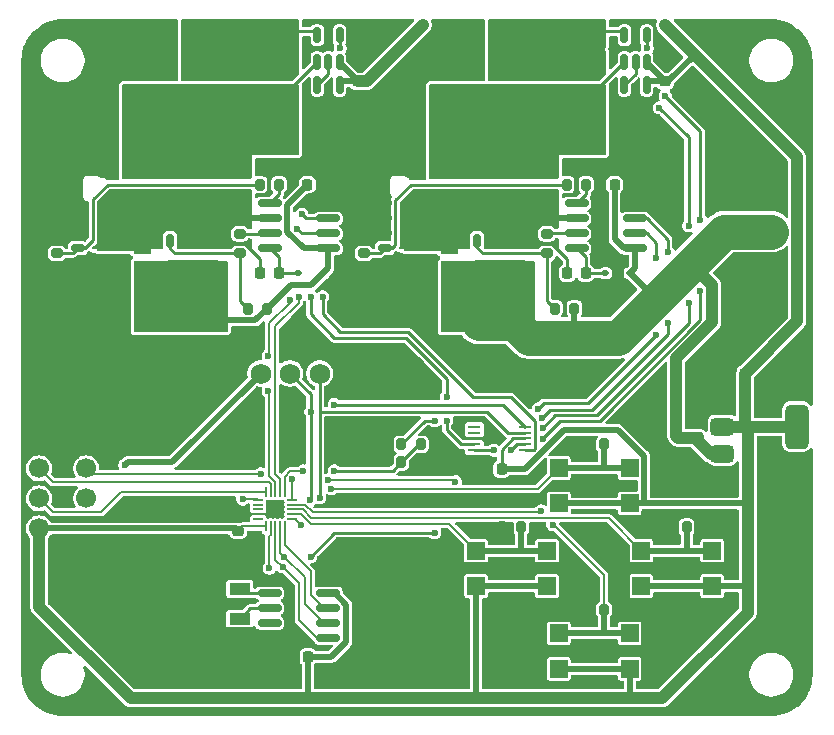
<source format=gtl>
G04 #@! TF.GenerationSoftware,KiCad,Pcbnew,9.0.1*
G04 #@! TF.CreationDate,2025-05-08T09:38:55+02:00*
G04 #@! TF.ProjectId,bidirectional-tester,62696469-7265-4637-9469-6f6e616c2d74,rev?*
G04 #@! TF.SameCoordinates,Original*
G04 #@! TF.FileFunction,Copper,L1,Top*
G04 #@! TF.FilePolarity,Positive*
%FSLAX46Y46*%
G04 Gerber Fmt 4.6, Leading zero omitted, Abs format (unit mm)*
G04 Created by KiCad (PCBNEW 9.0.1) date 2025-05-08 09:38:55*
%MOMM*%
%LPD*%
G01*
G04 APERTURE LIST*
G04 Aperture macros list*
%AMRoundRect*
0 Rectangle with rounded corners*
0 $1 Rounding radius*
0 $2 $3 $4 $5 $6 $7 $8 $9 X,Y pos of 4 corners*
0 Add a 4 corners polygon primitive as box body*
4,1,4,$2,$3,$4,$5,$6,$7,$8,$9,$2,$3,0*
0 Add four circle primitives for the rounded corners*
1,1,$1+$1,$2,$3*
1,1,$1+$1,$4,$5*
1,1,$1+$1,$6,$7*
1,1,$1+$1,$8,$9*
0 Add four rect primitives between the rounded corners*
20,1,$1+$1,$2,$3,$4,$5,0*
20,1,$1+$1,$4,$5,$6,$7,0*
20,1,$1+$1,$6,$7,$8,$9,0*
20,1,$1+$1,$8,$9,$2,$3,0*%
%AMFreePoly0*
4,1,9,2.100000,-2.000000,2.350000,-2.000000,2.350000,-3.500000,-2.350000,-3.500000,-2.350000,-2.000000,-2.100000,-2.000000,-2.100000,1.100000,2.100000,1.100000,2.100000,-2.000000,2.100000,-2.000000,$1*%
G04 Aperture macros list end*
G04 #@! TA.AperFunction,SMDPad,CuDef*
%ADD10RoundRect,0.250000X0.250000X0.475000X-0.250000X0.475000X-0.250000X-0.475000X0.250000X-0.475000X0*%
G04 #@! TD*
G04 #@! TA.AperFunction,SMDPad,CuDef*
%ADD11RoundRect,0.225000X0.250000X-0.225000X0.250000X0.225000X-0.250000X0.225000X-0.250000X-0.225000X0*%
G04 #@! TD*
G04 #@! TA.AperFunction,SMDPad,CuDef*
%ADD12RoundRect,0.200000X0.275000X-0.200000X0.275000X0.200000X-0.275000X0.200000X-0.275000X-0.200000X0*%
G04 #@! TD*
G04 #@! TA.AperFunction,SMDPad,CuDef*
%ADD13RoundRect,0.200000X0.200000X0.275000X-0.200000X0.275000X-0.200000X-0.275000X0.200000X-0.275000X0*%
G04 #@! TD*
G04 #@! TA.AperFunction,SMDPad,CuDef*
%ADD14RoundRect,0.200000X-0.200000X-0.275000X0.200000X-0.275000X0.200000X0.275000X-0.200000X0.275000X0*%
G04 #@! TD*
G04 #@! TA.AperFunction,SMDPad,CuDef*
%ADD15RoundRect,0.250000X0.325000X0.650000X-0.325000X0.650000X-0.325000X-0.650000X0.325000X-0.650000X0*%
G04 #@! TD*
G04 #@! TA.AperFunction,SMDPad,CuDef*
%ADD16RoundRect,0.250000X-1.425000X0.362500X-1.425000X-0.362500X1.425000X-0.362500X1.425000X0.362500X0*%
G04 #@! TD*
G04 #@! TA.AperFunction,ComponentPad*
%ADD17C,2.600000*%
G04 #@! TD*
G04 #@! TA.AperFunction,ComponentPad*
%ADD18C,4.000000*%
G04 #@! TD*
G04 #@! TA.AperFunction,ComponentPad*
%ADD19C,1.750000*%
G04 #@! TD*
G04 #@! TA.AperFunction,SMDPad,CuDef*
%ADD20RoundRect,0.225000X0.225000X0.250000X-0.225000X0.250000X-0.225000X-0.250000X0.225000X-0.250000X0*%
G04 #@! TD*
G04 #@! TA.AperFunction,SMDPad,CuDef*
%ADD21RoundRect,0.150000X-0.150000X0.512500X-0.150000X-0.512500X0.150000X-0.512500X0.150000X0.512500X0*%
G04 #@! TD*
G04 #@! TA.AperFunction,ComponentPad*
%ADD22R,1.700000X1.700000*%
G04 #@! TD*
G04 #@! TA.AperFunction,ComponentPad*
%ADD23C,1.700000*%
G04 #@! TD*
G04 #@! TA.AperFunction,SMDPad,CuDef*
%ADD24RoundRect,0.150000X-0.150000X0.587500X-0.150000X-0.587500X0.150000X-0.587500X0.150000X0.587500X0*%
G04 #@! TD*
G04 #@! TA.AperFunction,SMDPad,CuDef*
%ADD25R,1.500000X1.500000*%
G04 #@! TD*
G04 #@! TA.AperFunction,SMDPad,CuDef*
%ADD26RoundRect,0.175000X0.400000X-0.175000X0.400000X0.175000X-0.400000X0.175000X-0.400000X-0.175000X0*%
G04 #@! TD*
G04 #@! TA.AperFunction,SMDPad,CuDef*
%ADD27FreePoly0,90.000000*%
G04 #@! TD*
G04 #@! TA.AperFunction,SMDPad,CuDef*
%ADD28RoundRect,0.112500X-0.187500X-0.112500X0.187500X-0.112500X0.187500X0.112500X-0.187500X0.112500X0*%
G04 #@! TD*
G04 #@! TA.AperFunction,SMDPad,CuDef*
%ADD29RoundRect,0.250000X0.475000X-0.250000X0.475000X0.250000X-0.475000X0.250000X-0.475000X-0.250000X0*%
G04 #@! TD*
G04 #@! TA.AperFunction,SMDPad,CuDef*
%ADD30RoundRect,0.375000X-0.625000X-0.375000X0.625000X-0.375000X0.625000X0.375000X-0.625000X0.375000X0*%
G04 #@! TD*
G04 #@! TA.AperFunction,SMDPad,CuDef*
%ADD31RoundRect,0.500000X-0.500000X-1.400000X0.500000X-1.400000X0.500000X1.400000X-0.500000X1.400000X0*%
G04 #@! TD*
G04 #@! TA.AperFunction,SMDPad,CuDef*
%ADD32RoundRect,0.225000X-0.225000X-0.250000X0.225000X-0.250000X0.225000X0.250000X-0.225000X0.250000X0*%
G04 #@! TD*
G04 #@! TA.AperFunction,SMDPad,CuDef*
%ADD33RoundRect,0.175000X-0.175000X-0.400000X0.175000X-0.400000X0.175000X0.400000X-0.175000X0.400000X0*%
G04 #@! TD*
G04 #@! TA.AperFunction,SMDPad,CuDef*
%ADD34FreePoly0,0.000000*%
G04 #@! TD*
G04 #@! TA.AperFunction,SMDPad,CuDef*
%ADD35RoundRect,0.150000X0.825000X0.150000X-0.825000X0.150000X-0.825000X-0.150000X0.825000X-0.150000X0*%
G04 #@! TD*
G04 #@! TA.AperFunction,SMDPad,CuDef*
%ADD36RoundRect,0.250000X-1.500000X0.925000X-1.500000X-0.925000X1.500000X-0.925000X1.500000X0.925000X0*%
G04 #@! TD*
G04 #@! TA.AperFunction,SMDPad,CuDef*
%ADD37R,1.800000X1.000000*%
G04 #@! TD*
G04 #@! TA.AperFunction,SMDPad,CuDef*
%ADD38RoundRect,0.150000X-0.825000X-0.150000X0.825000X-0.150000X0.825000X0.150000X-0.825000X0.150000X0*%
G04 #@! TD*
G04 #@! TA.AperFunction,SMDPad,CuDef*
%ADD39RoundRect,0.050000X-0.375000X-0.050000X0.375000X-0.050000X0.375000X0.050000X-0.375000X0.050000X0*%
G04 #@! TD*
G04 #@! TA.AperFunction,SMDPad,CuDef*
%ADD40RoundRect,0.050000X-0.050000X-0.375000X0.050000X-0.375000X0.050000X0.375000X-0.050000X0.375000X0*%
G04 #@! TD*
G04 #@! TA.AperFunction,HeatsinkPad*
%ADD41R,1.650000X1.650000*%
G04 #@! TD*
G04 #@! TA.AperFunction,SMDPad,CuDef*
%ADD42R,1.100000X0.250000*%
G04 #@! TD*
G04 #@! TA.AperFunction,ViaPad*
%ADD43C,0.600000*%
G04 #@! TD*
G04 #@! TA.AperFunction,Conductor*
%ADD44C,0.500000*%
G04 #@! TD*
G04 #@! TA.AperFunction,Conductor*
%ADD45C,1.000000*%
G04 #@! TD*
G04 #@! TA.AperFunction,Conductor*
%ADD46C,0.250000*%
G04 #@! TD*
G04 #@! TA.AperFunction,Conductor*
%ADD47C,0.200000*%
G04 #@! TD*
G04 #@! TA.AperFunction,Conductor*
%ADD48C,3.000000*%
G04 #@! TD*
G04 APERTURE END LIST*
D10*
X102950000Y-96000000D03*
X101050000Y-96000000D03*
D11*
X121000000Y-75775000D03*
X121000000Y-74225000D03*
D12*
X85000000Y-90325000D03*
X85000000Y-88675000D03*
D13*
X115825000Y-106500000D03*
X114175000Y-106500000D03*
D14*
X112675000Y-84500000D03*
X114325000Y-84500000D03*
D15*
X76475000Y-80000000D03*
X73525000Y-80000000D03*
D16*
X88000000Y-71537500D03*
X88000000Y-77462500D03*
D17*
X77500000Y-74000000D03*
X82500000Y-74000000D03*
D18*
X77000000Y-100750000D03*
X77000000Y-123250000D03*
D19*
X84250000Y-100500000D03*
D18*
X99000000Y-100750000D03*
X99000000Y-123250000D03*
D19*
X86750000Y-100500000D03*
X89250000Y-100500000D03*
X91750000Y-100500000D03*
D13*
X122825000Y-113500000D03*
X121175000Y-113500000D03*
D20*
X114275000Y-92000000D03*
X112725000Y-92000000D03*
D12*
X111000000Y-90325000D03*
X111000000Y-88675000D03*
D16*
X114000000Y-71537500D03*
X114000000Y-77462500D03*
D21*
X93450000Y-71862500D03*
X92500000Y-71862500D03*
X91550000Y-71862500D03*
X91550000Y-74137500D03*
X92500000Y-74137500D03*
X93450000Y-74137500D03*
D15*
X102475000Y-80000000D03*
X99525000Y-80000000D03*
D22*
X68000000Y-106000000D03*
D23*
X68000000Y-108540000D03*
X68000000Y-111080000D03*
X68000000Y-113620000D03*
D11*
X84845000Y-113820000D03*
X84845000Y-112270000D03*
D24*
X119450000Y-76062500D03*
X117550000Y-76062500D03*
X118500000Y-77937500D03*
D13*
X115825000Y-120500000D03*
X114175000Y-120500000D03*
D17*
X103500000Y-74000000D03*
X108500000Y-74000000D03*
D25*
X112000000Y-108500000D03*
X118000000Y-108500000D03*
X112000000Y-111500000D03*
X118000000Y-111500000D03*
D10*
X102950000Y-94000000D03*
X101050000Y-94000000D03*
D14*
X86675000Y-84500000D03*
X88325000Y-84500000D03*
X111675000Y-95000000D03*
X113325000Y-95000000D03*
D26*
X97275000Y-86095000D03*
X97275000Y-87365000D03*
X97275000Y-88635000D03*
X97275000Y-89905000D03*
D27*
X100000000Y-88000000D03*
D26*
X71275000Y-86095000D03*
X71275000Y-87365000D03*
X71275000Y-88635000D03*
X71275000Y-89905000D03*
D27*
X74000000Y-88000000D03*
D10*
X102950000Y-92000000D03*
X101050000Y-92000000D03*
D28*
X115950000Y-92000000D03*
X118050000Y-92000000D03*
D29*
X123500000Y-105950000D03*
X123500000Y-104050000D03*
D10*
X76950000Y-92000000D03*
X75050000Y-92000000D03*
X76950000Y-96000000D03*
X75050000Y-96000000D03*
D13*
X108825000Y-113500000D03*
X107175000Y-113500000D03*
D10*
X76950000Y-94000000D03*
X75050000Y-94000000D03*
D30*
X125850000Y-102700000D03*
X125850000Y-105000000D03*
D31*
X132150000Y-105000000D03*
D30*
X125850000Y-107300000D03*
D32*
X90725000Y-84500000D03*
X92275000Y-84500000D03*
D20*
X107160000Y-108605000D03*
X105610000Y-108605000D03*
D12*
X69500000Y-90325000D03*
X69500000Y-88675000D03*
D24*
X93450000Y-76062500D03*
X91550000Y-76062500D03*
X92500000Y-77937500D03*
D21*
X119450000Y-71862500D03*
X118500000Y-71862500D03*
X117550000Y-71862500D03*
X117550000Y-74137500D03*
X118500000Y-74137500D03*
X119450000Y-74137500D03*
D15*
X102475000Y-83000000D03*
X99525000Y-83000000D03*
X76475000Y-83000000D03*
X73525000Y-83000000D03*
D33*
X82905000Y-89275000D03*
X81635000Y-89275000D03*
X80365000Y-89275000D03*
X79095000Y-89275000D03*
D34*
X81000000Y-92000000D03*
D35*
X92475000Y-89905000D03*
X92475000Y-88635000D03*
X92475000Y-87365000D03*
X92475000Y-86095000D03*
X87525000Y-86095000D03*
X87525000Y-87365000D03*
X87525000Y-88635000D03*
X87525000Y-89905000D03*
D33*
X108905000Y-89275000D03*
X107635000Y-89275000D03*
X106365000Y-89275000D03*
X105095000Y-89275000D03*
D34*
X107000000Y-92000000D03*
D17*
X130000000Y-83500000D03*
X130000000Y-88500000D03*
D14*
X98675000Y-108010000D03*
X100325000Y-108010000D03*
D36*
X82000000Y-79975000D03*
X82000000Y-86025000D03*
D35*
X118475000Y-89905000D03*
X118475000Y-88635000D03*
X118475000Y-87365000D03*
X118475000Y-86095000D03*
X113525000Y-86095000D03*
X113525000Y-87365000D03*
X113525000Y-88635000D03*
X113525000Y-89905000D03*
D25*
X119000000Y-115500000D03*
X125000000Y-115500000D03*
X119000000Y-118500000D03*
X125000000Y-118500000D03*
D37*
X85000000Y-118750000D03*
X85000000Y-121250000D03*
D36*
X108000000Y-79975000D03*
X108000000Y-86025000D03*
D14*
X85675000Y-95000000D03*
X87325000Y-95000000D03*
D32*
X116725000Y-84500000D03*
X118275000Y-84500000D03*
D14*
X98675000Y-106500000D03*
X100325000Y-106500000D03*
D28*
X89950000Y-92000000D03*
X92050000Y-92000000D03*
D12*
X95500000Y-90325000D03*
X95500000Y-88675000D03*
D38*
X87525000Y-119095000D03*
X87525000Y-120365000D03*
X87525000Y-121635000D03*
X87525000Y-122905000D03*
X92475000Y-122905000D03*
X92475000Y-121635000D03*
X92475000Y-120365000D03*
X92475000Y-119095000D03*
D39*
X86550000Y-111200000D03*
X86550000Y-111600000D03*
X86550000Y-112000000D03*
X86550000Y-112400000D03*
X86550000Y-112800000D03*
D40*
X87200000Y-113450000D03*
X87600000Y-113450000D03*
X88000000Y-113450000D03*
X88400000Y-113450000D03*
X88800000Y-113450000D03*
D39*
X89450000Y-112800000D03*
X89450000Y-112400000D03*
X89450000Y-112000000D03*
X89450000Y-111600000D03*
X89450000Y-111200000D03*
D40*
X88800000Y-110550000D03*
X88400000Y-110550000D03*
X88000000Y-110550000D03*
X87600000Y-110550000D03*
X87200000Y-110550000D03*
D41*
X88000000Y-112000000D03*
D20*
X90775000Y-124500000D03*
X89225000Y-124500000D03*
X127775000Y-100500000D03*
X126225000Y-100500000D03*
D42*
X104850000Y-105000000D03*
X104850000Y-105500000D03*
X104850000Y-106000000D03*
X104850000Y-106500000D03*
X104850000Y-107000000D03*
X109150000Y-107000000D03*
X109150000Y-106500000D03*
X109150000Y-106000000D03*
X109150000Y-105500000D03*
X109150000Y-105000000D03*
D11*
X95000000Y-75775000D03*
X95000000Y-74225000D03*
D25*
X112000000Y-122500000D03*
X118000000Y-122500000D03*
X112000000Y-125500000D03*
X118000000Y-125500000D03*
X105000000Y-115500000D03*
X111000000Y-115500000D03*
X105000000Y-118500000D03*
X111000000Y-118500000D03*
D22*
X72000000Y-106000000D03*
D23*
X72000000Y-108540000D03*
X72000000Y-111080000D03*
D20*
X88275000Y-92000000D03*
X86725000Y-92000000D03*
D43*
X121500000Y-71500000D03*
X75250000Y-108250000D03*
X100000000Y-71500000D03*
X100500000Y-71000000D03*
X121000000Y-71000000D03*
X69000000Y-83500000D03*
X115000000Y-110000000D03*
X96000000Y-92500000D03*
X68500000Y-93500000D03*
X102500000Y-107250000D03*
X68500000Y-92500000D03*
X71000000Y-91500000D03*
X109750000Y-101250000D03*
X94000000Y-81500000D03*
X107250000Y-114250000D03*
X68500000Y-91500000D03*
X69000000Y-81500000D03*
X71000000Y-93500000D03*
X95000000Y-111500000D03*
X131500000Y-121000000D03*
X71000000Y-94500000D03*
X126250000Y-109500000D03*
X124000000Y-102000000D03*
X121500000Y-109500000D03*
X95000000Y-92500000D03*
X97000000Y-91500000D03*
X95000000Y-82500000D03*
X93750000Y-107500000D03*
X85500000Y-107500000D03*
X96000000Y-93500000D03*
X103500000Y-105000000D03*
X94000000Y-83500000D03*
X118250000Y-81250000D03*
X95000000Y-83500000D03*
X68000000Y-81500000D03*
X70000000Y-82500000D03*
X90000000Y-107500000D03*
X129500000Y-96000000D03*
X95000000Y-91500000D03*
X131500000Y-113500000D03*
X73000000Y-128000000D03*
X96000000Y-91500000D03*
X71000000Y-92500000D03*
X133000000Y-78500000D03*
X116500000Y-73000000D03*
X68000000Y-83500000D03*
X125000000Y-98750000D03*
X121500000Y-87500000D03*
X69000000Y-82500000D03*
X94000000Y-82500000D03*
X104500000Y-113500000D03*
X108000000Y-122750000D03*
X68500000Y-94500000D03*
X119250000Y-103750000D03*
X98000000Y-104750000D03*
X132000000Y-100000000D03*
X96000000Y-83500000D03*
X97000000Y-92500000D03*
X104500000Y-109250000D03*
X114500000Y-107750000D03*
X107500000Y-111250000D03*
X124500000Y-71000000D03*
X95000000Y-93500000D03*
X70000000Y-81500000D03*
X96000000Y-82500000D03*
X116250000Y-94250000D03*
X97000000Y-93500000D03*
X68000000Y-82500000D03*
X95000000Y-71000000D03*
X70000000Y-83500000D03*
X96000000Y-81500000D03*
X95000000Y-81500000D03*
X82250000Y-96250000D03*
X81250000Y-96250000D03*
X106250000Y-96250000D03*
X108250000Y-96250000D03*
X101500000Y-104500000D03*
X105250000Y-96250000D03*
X79250000Y-96250000D03*
X80250000Y-96250000D03*
X107250000Y-96250000D03*
X86750000Y-109000000D03*
X89450000Y-109450000D03*
X91000000Y-103750000D03*
X88741612Y-116008388D03*
X93000000Y-103125000D03*
X90977008Y-111206128D03*
X91750000Y-111000000D03*
X88625000Y-116875000D03*
X92750000Y-110250000D03*
X90200735Y-113299265D03*
X111500000Y-113324000D03*
X110495366Y-112124000D03*
X90375000Y-108750000D03*
X93000000Y-108750000D03*
X102500000Y-104500000D03*
X91000000Y-94000000D03*
X102500000Y-102500000D03*
X89000000Y-72500000D03*
X110650999Y-105090117D03*
X123000000Y-94500000D03*
X106500000Y-107000000D03*
X120500000Y-78000000D03*
X115000000Y-72500000D03*
X123000000Y-88000000D03*
X93497339Y-72975000D03*
X92000000Y-94000000D03*
X119497339Y-72975000D03*
X108000000Y-107000000D03*
X121000000Y-77000000D03*
X110651000Y-106015341D03*
X124000000Y-87500000D03*
X124000000Y-93500000D03*
X90000000Y-94000000D03*
X90250000Y-87000000D03*
X89240064Y-94250000D03*
X87400000Y-102000000D03*
X89875000Y-88250000D03*
X87400000Y-99000000D03*
X121250000Y-90250000D03*
X85250000Y-111150000D03*
X103250000Y-109650000D03*
X110585922Y-104271309D03*
X92497017Y-109491051D03*
X121250000Y-96250000D03*
X110250000Y-103500000D03*
X87500000Y-117000000D03*
X120250000Y-97250000D03*
X120250000Y-90750000D03*
X101500000Y-114000000D03*
X91000000Y-116000000D03*
D44*
X119201000Y-107451000D02*
X117000000Y-105250000D01*
X125000000Y-118500000D02*
X128000000Y-118500000D01*
X90775000Y-127975000D02*
X90750000Y-128000000D01*
D45*
X128000000Y-120750000D02*
X128000000Y-118500000D01*
X125850000Y-105000000D02*
X128000000Y-105000000D01*
D44*
X93450000Y-74137500D02*
X93450000Y-74225000D01*
X121225000Y-75775000D02*
X123500000Y-73500000D01*
X105000000Y-118500000D02*
X105000000Y-128000000D01*
D45*
X132201000Y-82201000D02*
X132201000Y-96074000D01*
D44*
X118000000Y-111500000D02*
X128000000Y-111500000D01*
X94000000Y-120060900D02*
X94000000Y-123209100D01*
X118000000Y-125500000D02*
X118000000Y-128000000D01*
X92709100Y-124500000D02*
X90775000Y-124500000D01*
D45*
X127775000Y-104775000D02*
X128000000Y-105000000D01*
X75750000Y-128000000D02*
X90750000Y-128000000D01*
X68000000Y-113620000D02*
X68000000Y-120250000D01*
D44*
X94000000Y-123209100D02*
X92709100Y-124500000D01*
D45*
X128000000Y-105000000D02*
X132150000Y-105000000D01*
D44*
X119737500Y-75775000D02*
X119450000Y-76062500D01*
X84645000Y-113620000D02*
X84845000Y-113820000D01*
D45*
X68000000Y-120250000D02*
X75750000Y-128000000D01*
D44*
X75250000Y-108250000D02*
X75500000Y-108000000D01*
X92475000Y-119095000D02*
X93034100Y-119095000D01*
D45*
X132201000Y-96074000D02*
X127775000Y-100500000D01*
X100500000Y-71000000D02*
X95725000Y-75775000D01*
D44*
X117000000Y-105250000D02*
X112477000Y-105250000D01*
X112000000Y-111500000D02*
X118000000Y-111500000D01*
X109122000Y-108605000D02*
X107160000Y-108605000D01*
D45*
X120750000Y-128000000D02*
X128000000Y-120750000D01*
X105000000Y-128000000D02*
X118000000Y-128000000D01*
D44*
X93034100Y-119095000D02*
X94000000Y-120060900D01*
X125000000Y-118500000D02*
X119000000Y-118500000D01*
D45*
X90750000Y-128000000D02*
X105000000Y-128000000D01*
D44*
X93737500Y-75775000D02*
X93450000Y-76062500D01*
D45*
X95000000Y-75775000D02*
X95725000Y-75775000D01*
D44*
X79250000Y-108000000D02*
X86750000Y-100500000D01*
X93450000Y-74225000D02*
X95000000Y-75775000D01*
D45*
X128000000Y-111500000D02*
X128000000Y-105000000D01*
D44*
X90775000Y-124500000D02*
X90775000Y-127975000D01*
D46*
X108114702Y-106000000D02*
X107160000Y-106954702D01*
D45*
X123500000Y-73500000D02*
X132201000Y-82201000D01*
D47*
X85215000Y-113450000D02*
X84845000Y-113820000D01*
D45*
X118000000Y-128000000D02*
X120750000Y-128000000D01*
D47*
X87200000Y-113450000D02*
X85215000Y-113450000D01*
D46*
X107160000Y-106954702D02*
X107160000Y-108605000D01*
D44*
X121000000Y-75775000D02*
X121225000Y-75775000D01*
X112000000Y-125500000D02*
X118000000Y-125500000D01*
X121000000Y-75775000D02*
X119737500Y-75775000D01*
X112477000Y-105250000D02*
X109122000Y-108605000D01*
X119450000Y-74137500D02*
X119450000Y-74225000D01*
D45*
X128000000Y-118500000D02*
X128000000Y-111500000D01*
D44*
X119201000Y-111500000D02*
X119201000Y-107451000D01*
D45*
X121000000Y-71000000D02*
X123500000Y-73500000D01*
X127775000Y-100500000D02*
X127775000Y-104775000D01*
D44*
X95000000Y-75775000D02*
X93737500Y-75775000D01*
X68000000Y-113620000D02*
X84645000Y-113620000D01*
X75500000Y-108000000D02*
X79250000Y-108000000D01*
D46*
X109150000Y-106000000D02*
X108114702Y-106000000D01*
D44*
X111000000Y-118500000D02*
X105000000Y-118500000D01*
X119450000Y-74225000D02*
X121000000Y-75775000D01*
D47*
X87600000Y-112400000D02*
X88000000Y-112000000D01*
X86550000Y-112400000D02*
X87600000Y-112400000D01*
X84975000Y-112400000D02*
X84845000Y-112270000D01*
X86550000Y-112400000D02*
X84975000Y-112400000D01*
D46*
X91550000Y-74137500D02*
X88225000Y-77462500D01*
X88225000Y-77462500D02*
X88000000Y-77462500D01*
X100675000Y-104500000D02*
X101500000Y-104500000D01*
D44*
X92475000Y-91575000D02*
X92050000Y-92000000D01*
X87325000Y-95000000D02*
X86325000Y-96000000D01*
D48*
X109500000Y-97500000D02*
X113500000Y-97500000D01*
D45*
X121959070Y-105790930D02*
X121959070Y-99209070D01*
X125001000Y-96167140D02*
X125001000Y-93001000D01*
X124850000Y-107300000D02*
X125850000Y-107300000D01*
D44*
X113325000Y-97325000D02*
X113500000Y-97500000D01*
D48*
X105250000Y-96250000D02*
X108250000Y-96250000D01*
D45*
X125001000Y-93001000D02*
X123250000Y-91250000D01*
D48*
X108250000Y-96250000D02*
X109500000Y-97500000D01*
D44*
X118050000Y-92000000D02*
X120250000Y-94200000D01*
D46*
X98675000Y-106500000D02*
X100675000Y-104500000D01*
D44*
X90405000Y-89905000D02*
X92475000Y-89905000D01*
X116725000Y-84500000D02*
X116725000Y-89129999D01*
X120250000Y-94200000D02*
X120250000Y-94250000D01*
X118475000Y-89905000D02*
X118475000Y-91575000D01*
D45*
X122118140Y-105950000D02*
X121959070Y-105790930D01*
D44*
X118475000Y-91575000D02*
X118050000Y-92000000D01*
D48*
X123250000Y-91250000D02*
X126000000Y-88500000D01*
D44*
X89000000Y-86225000D02*
X89000000Y-88500000D01*
X92475000Y-89905000D02*
X92475000Y-91575000D01*
X89000000Y-88500000D02*
X90405000Y-89905000D01*
X91050000Y-93000000D02*
X89325000Y-93000000D01*
D45*
X123500000Y-105950000D02*
X124850000Y-107300000D01*
D48*
X120250000Y-94250000D02*
X123250000Y-91250000D01*
X113500000Y-97500000D02*
X117000000Y-97500000D01*
D44*
X86325000Y-96000000D02*
X83500000Y-96000000D01*
X89325000Y-93000000D02*
X87325000Y-95000000D01*
D45*
X123500000Y-105950000D02*
X122118140Y-105950000D01*
D44*
X116725000Y-89129999D02*
X117500001Y-89905000D01*
D48*
X126000000Y-88500000D02*
X130000000Y-88500000D01*
D45*
X121959070Y-99209070D02*
X125001000Y-96167140D01*
D44*
X90725000Y-84500000D02*
X89000000Y-86225000D01*
D48*
X117000000Y-97500000D02*
X120250000Y-94250000D01*
D44*
X113325000Y-95000000D02*
X113325000Y-97325000D01*
X117500001Y-89905000D02*
X118475000Y-89905000D01*
X92050000Y-92000000D02*
X91050000Y-93000000D01*
D46*
X88275000Y-90655000D02*
X87525000Y-89905000D01*
X89950000Y-92000000D02*
X88275000Y-92000000D01*
X88275000Y-92000000D02*
X88275000Y-90655000D01*
X86725000Y-92000000D02*
X86725000Y-90825582D01*
X86725000Y-90825582D02*
X85399418Y-89500000D01*
D44*
X87525000Y-87365000D02*
X84365000Y-87365000D01*
D46*
X85399418Y-89500000D02*
X85000000Y-89500000D01*
X117550000Y-74137500D02*
X114225000Y-77462500D01*
X114225000Y-77462500D02*
X114000000Y-77462500D01*
X115950000Y-92000000D02*
X114275000Y-92000000D01*
X114275000Y-92000000D02*
X114275000Y-90655000D01*
X114275000Y-90655000D02*
X113525000Y-89905000D01*
D44*
X113525000Y-87365000D02*
X111135000Y-87365000D01*
D46*
X112725000Y-90825582D02*
X111399418Y-89500000D01*
X111399418Y-89500000D02*
X111000000Y-89500000D01*
X112725000Y-92000000D02*
X112725000Y-90825582D01*
D47*
X72460000Y-109000000D02*
X72000000Y-108540000D01*
X86750000Y-109000000D02*
X72460000Y-109000000D01*
X89450000Y-109450000D02*
X89450000Y-111200000D01*
X74950000Y-110550000D02*
X73269000Y-112231000D01*
X73269000Y-112231000D02*
X69151000Y-112231000D01*
X69151000Y-112231000D02*
X68000000Y-111080000D01*
X87200000Y-110550000D02*
X74950000Y-110550000D01*
X87600000Y-109850000D02*
X87441000Y-109691000D01*
X87600000Y-110550000D02*
X87600000Y-109850000D01*
X87441000Y-109691000D02*
X69151000Y-109691000D01*
X69151000Y-109691000D02*
X68000000Y-108540000D01*
X92128032Y-121635000D02*
X92475000Y-121635000D01*
D46*
X91000000Y-102250000D02*
X89250000Y-100500000D01*
D47*
X88400000Y-113450000D02*
X88400000Y-114882900D01*
D46*
X91000000Y-103750000D02*
X91000000Y-102250000D01*
X93000000Y-103125000D02*
X107275000Y-103125000D01*
X90993869Y-111206128D02*
X91000000Y-111199997D01*
D47*
X88399000Y-115665775D02*
X88741612Y-116008388D01*
D46*
X107275000Y-103125000D02*
X109150000Y-105000000D01*
D47*
X88400000Y-114882900D02*
X88399000Y-114883900D01*
X90500000Y-117766775D02*
X90500000Y-120006968D01*
X90500000Y-120006968D02*
X92128032Y-121635000D01*
D46*
X91000000Y-111199997D02*
X91000000Y-103750000D01*
X90977008Y-111206128D02*
X90993869Y-111206128D01*
D47*
X88741612Y-116008388D02*
X90500000Y-117766775D01*
X88399000Y-114883900D02*
X88399000Y-115665775D01*
X90000000Y-118250000D02*
X90000000Y-121404999D01*
D46*
X91750000Y-103750000D02*
X91750000Y-100500000D01*
X107677000Y-105500000D02*
X105927000Y-103750000D01*
D47*
X90000000Y-121404999D02*
X91500001Y-122905000D01*
X87998000Y-114252000D02*
X87998000Y-116248000D01*
D46*
X109150000Y-105500000D02*
X107677000Y-105500000D01*
X91750000Y-111000000D02*
X91750000Y-103750000D01*
X105927000Y-103750000D02*
X91750000Y-103750000D01*
D47*
X91500001Y-122905000D02*
X92475000Y-122905000D01*
X88000000Y-114250000D02*
X87998000Y-114252000D01*
X87998000Y-116248000D02*
X88625000Y-116875000D01*
X88000000Y-113450000D02*
X88000000Y-114250000D01*
X88625000Y-116875000D02*
X90000000Y-118250000D01*
D46*
X71850000Y-89905000D02*
X72569000Y-89186000D01*
X72569000Y-89186000D02*
X72569000Y-85762894D01*
X69500000Y-90325000D02*
X70855000Y-90325000D01*
X71275000Y-89905000D02*
X71850000Y-89905000D01*
X72569000Y-85762894D02*
X73831894Y-84500000D01*
X73831894Y-84500000D02*
X86675000Y-84500000D01*
X70855000Y-90325000D02*
X71275000Y-89905000D01*
X79500000Y-90325000D02*
X79095000Y-89920000D01*
X79500000Y-90325000D02*
X85000000Y-90325000D01*
X79095000Y-89920000D02*
X79095000Y-89275000D01*
X85000000Y-90325000D02*
X85000000Y-94325000D01*
X85000000Y-94325000D02*
X85675000Y-95000000D01*
X98176000Y-85824000D02*
X98176000Y-89579000D01*
X95500000Y-90325000D02*
X96855000Y-90325000D01*
X96855000Y-90325000D02*
X97275000Y-89905000D01*
X97850000Y-89905000D02*
X97275000Y-89905000D01*
X99500000Y-84500000D02*
X98176000Y-85824000D01*
X98176000Y-89579000D02*
X97850000Y-89905000D01*
X112675000Y-84500000D02*
X99500000Y-84500000D01*
X105095000Y-89850000D02*
X105095000Y-89275000D01*
X111000000Y-94325000D02*
X111000000Y-90325000D01*
X111675000Y-95000000D02*
X111000000Y-94325000D01*
X111000000Y-90325000D02*
X105570000Y-90325000D01*
X105570000Y-90325000D02*
X105095000Y-89850000D01*
D47*
X92750000Y-110250000D02*
X110250000Y-110250000D01*
X89701470Y-112800000D02*
X90200735Y-113299265D01*
X89450000Y-112800000D02*
X89701470Y-112800000D01*
D44*
X115825000Y-108325000D02*
X116000000Y-108500000D01*
X112000000Y-108500000D02*
X116000000Y-108500000D01*
X116000000Y-108500000D02*
X118000000Y-108500000D01*
D47*
X110250000Y-110250000D02*
X112000000Y-108500000D01*
D44*
X115825000Y-106500000D02*
X115825000Y-108325000D01*
D47*
X89450000Y-112400000D02*
X90150000Y-112400000D01*
D44*
X108825000Y-113500000D02*
X108825000Y-115325000D01*
X109000000Y-115500000D02*
X111000000Y-115500000D01*
X108825000Y-115325000D02*
X109000000Y-115500000D01*
X105000000Y-115500000D02*
X109000000Y-115500000D01*
D47*
X102750000Y-113250000D02*
X105000000Y-115500000D01*
X91000000Y-113250000D02*
X102750000Y-113250000D01*
X90150000Y-112400000D02*
X91000000Y-113250000D01*
D44*
X119000000Y-115500000D02*
X123000000Y-115500000D01*
D47*
X89450000Y-112000000D02*
X90317100Y-112000000D01*
D44*
X122825000Y-115325000D02*
X123000000Y-115500000D01*
X122825000Y-113500000D02*
X122825000Y-115325000D01*
D47*
X91041100Y-112724000D02*
X116224000Y-112724000D01*
X90317100Y-112000000D02*
X91041100Y-112724000D01*
X116224000Y-112724000D02*
X119000000Y-115500000D01*
D44*
X123000000Y-115500000D02*
X125000000Y-115500000D01*
X112000000Y-122500000D02*
X116000000Y-122500000D01*
D47*
X111574000Y-113324000D02*
X115825000Y-117575000D01*
X91170937Y-112250000D02*
X90520937Y-111600000D01*
X110495366Y-112124000D02*
X110369366Y-112250000D01*
X115825000Y-117575000D02*
X115825000Y-120500000D01*
D44*
X115825000Y-120500000D02*
X115825000Y-122325000D01*
X115825000Y-122325000D02*
X116000000Y-122500000D01*
D47*
X90520937Y-111600000D02*
X89450000Y-111600000D01*
X111500000Y-113324000D02*
X111574000Y-113324000D01*
D44*
X116000000Y-122500000D02*
X118000000Y-122500000D01*
D47*
X110369366Y-112250000D02*
X91170937Y-112250000D01*
X97927210Y-108750000D02*
X97931105Y-108753895D01*
D46*
X100185000Y-106500000D02*
X98675000Y-108010000D01*
D47*
X89284900Y-108750000D02*
X88800000Y-109234900D01*
D46*
X93000000Y-108750000D02*
X97927210Y-108750000D01*
D47*
X100325000Y-106500000D02*
X100185000Y-106500000D01*
D46*
X97931105Y-108753895D02*
X98675000Y-108010000D01*
D47*
X90375000Y-108750000D02*
X89284900Y-108750000D01*
X88800000Y-109234900D02*
X88800000Y-110550000D01*
D46*
X87485000Y-88675000D02*
X87525000Y-88635000D01*
X85000000Y-88675000D02*
X87485000Y-88675000D01*
X88325000Y-85295000D02*
X87525000Y-86095000D01*
X88325000Y-84500000D02*
X88325000Y-85295000D01*
X111040000Y-88635000D02*
X111000000Y-88675000D01*
X113525000Y-88635000D02*
X111040000Y-88635000D01*
X114325000Y-84500000D02*
X114325000Y-85295000D01*
X114325000Y-85295000D02*
X113525000Y-86095000D01*
X99039461Y-97500000D02*
X102500000Y-100960539D01*
X102500000Y-105250000D02*
X103750000Y-106500000D01*
X93000000Y-97500000D02*
X99039461Y-97500000D01*
X102500000Y-104500000D02*
X102500000Y-105250000D01*
X91000000Y-94000000D02*
X91000000Y-95500000D01*
X103750000Y-106500000D02*
X104850000Y-106500000D01*
X102500000Y-100960539D02*
X102500000Y-102500000D01*
X91225000Y-71537500D02*
X88000000Y-71537500D01*
X91000000Y-95500000D02*
X93000000Y-97500000D01*
X91550000Y-71862500D02*
X91225000Y-71537500D01*
X123000000Y-96250000D02*
X123000000Y-94500000D01*
X115201000Y-104049000D02*
X123000000Y-96250000D01*
X110650999Y-105090117D02*
X111692116Y-104049000D01*
X111692116Y-104049000D02*
X115201000Y-104049000D01*
X120500000Y-78000000D02*
X123000000Y-80500000D01*
X123000000Y-80500000D02*
X123000000Y-88000000D01*
X106500000Y-107000000D02*
X104850000Y-107000000D01*
X117225000Y-71537500D02*
X114000000Y-71537500D01*
X117550000Y-71862500D02*
X117225000Y-71537500D01*
X93450000Y-71862500D02*
X93450000Y-72927661D01*
X110026000Y-104549000D02*
X110026000Y-106886412D01*
X93450000Y-72927661D02*
X93497339Y-72975000D01*
X99251743Y-97000000D02*
X104751743Y-102500000D01*
X93500000Y-97000000D02*
X99251743Y-97000000D01*
X110000000Y-104549000D02*
X110026000Y-104549000D01*
X109912412Y-107000000D02*
X109150000Y-107000000D01*
X92000000Y-95500000D02*
X93500000Y-97000000D01*
X110026000Y-106886412D02*
X109912412Y-107000000D01*
X107988500Y-102500000D02*
X110000000Y-104511500D01*
X92000000Y-94000000D02*
X92000000Y-95500000D01*
X110000000Y-104511500D02*
X110000000Y-104549000D01*
X104751743Y-102500000D02*
X107988500Y-102500000D01*
X124000000Y-80000000D02*
X124000000Y-87500000D01*
X119450000Y-71862500D02*
X119450000Y-72927661D01*
X115500000Y-104500000D02*
X124000000Y-96000000D01*
X119450000Y-72927661D02*
X119497339Y-72975000D01*
X124000000Y-96000000D02*
X124000000Y-93500000D01*
X108500000Y-106500000D02*
X109150000Y-106500000D01*
X121000000Y-77000000D02*
X124000000Y-80000000D01*
X110651000Y-105974000D02*
X112125000Y-104500000D01*
X110651000Y-106015341D02*
X110651000Y-105974000D01*
X108000000Y-107000000D02*
X108500000Y-106500000D01*
X112125000Y-104500000D02*
X115500000Y-104500000D01*
X92500000Y-74137500D02*
X92500000Y-75112500D01*
X92500000Y-75112500D02*
X91550000Y-76062500D01*
X90615000Y-87365000D02*
X90250000Y-87000000D01*
D47*
X88000000Y-96500000D02*
X90000000Y-94500000D01*
X90000000Y-94500000D02*
X90000000Y-94000000D01*
X88400000Y-109400000D02*
X88000000Y-109000000D01*
X88400000Y-110550000D02*
X88400000Y-109400000D01*
D46*
X92475000Y-87365000D02*
X90615000Y-87365000D01*
D47*
X88000000Y-109000000D02*
X88000000Y-96500000D01*
X87500000Y-102100000D02*
X87400000Y-102000000D01*
D46*
X90260000Y-88635000D02*
X89875000Y-88250000D01*
D47*
X87400000Y-99000000D02*
X87500000Y-98900000D01*
X89240064Y-94516968D02*
X89240064Y-94250000D01*
X87500000Y-98900000D02*
X87500000Y-96257032D01*
X88000000Y-109682900D02*
X88000000Y-110550000D01*
X87500000Y-96257032D02*
X89240064Y-94516968D01*
X87500000Y-103206557D02*
X87500000Y-102100000D01*
D46*
X92475000Y-88635000D02*
X90260000Y-88635000D01*
D47*
X87500000Y-109182900D02*
X88000000Y-109682900D01*
X87500000Y-103206557D02*
X87500000Y-109182900D01*
D46*
X118500000Y-75112500D02*
X117550000Y-76062500D01*
X118500000Y-74137500D02*
X118500000Y-75112500D01*
X110585922Y-104271309D02*
X111259231Y-103598000D01*
D47*
X85250000Y-111150000D02*
X86500000Y-111150000D01*
D46*
X114787298Y-103598000D02*
X121250000Y-97135298D01*
D47*
X86500000Y-111150000D02*
X86550000Y-111200000D01*
D46*
X111259231Y-103598000D02*
X114787298Y-103598000D01*
D47*
X103250000Y-109650000D02*
X103091051Y-109491051D01*
X103091051Y-109491051D02*
X92497017Y-109491051D01*
D46*
X118475000Y-87365000D02*
X119449999Y-87365000D01*
X121250000Y-97135298D02*
X121250000Y-96250000D01*
X121250000Y-89165001D02*
X121250000Y-90250000D01*
X119449999Y-87365000D02*
X121250000Y-89165001D01*
X119449999Y-88635000D02*
X118475000Y-88635000D01*
D47*
X87600000Y-114150000D02*
X87500000Y-114250000D01*
X87500000Y-114250000D02*
X87500000Y-117000000D01*
D46*
X114500000Y-103000000D02*
X120250000Y-97250000D01*
X93000000Y-114000000D02*
X91000000Y-116000000D01*
X110250000Y-103500000D02*
X110750000Y-103000000D01*
X120250000Y-89435001D02*
X119449999Y-88635000D01*
X110750000Y-103000000D02*
X114500000Y-103000000D01*
D47*
X87600000Y-113450000D02*
X87600000Y-114150000D01*
D46*
X120250000Y-90750000D02*
X120250000Y-89435001D01*
X101500000Y-114000000D02*
X93000000Y-114000000D01*
D47*
X88800000Y-115050000D02*
X91000000Y-117250000D01*
X91000000Y-119250000D02*
X92115000Y-120365000D01*
X92115000Y-120365000D02*
X92475000Y-120365000D01*
X91000000Y-117250000D02*
X91000000Y-119250000D01*
X88800000Y-113450000D02*
X88800000Y-115050000D01*
D46*
X87525000Y-120365000D02*
X85885000Y-120365000D01*
X85885000Y-120365000D02*
X85000000Y-121250000D01*
X87525000Y-119095000D02*
X85345000Y-119095000D01*
X85345000Y-119095000D02*
X85000000Y-118750000D01*
G04 #@! TA.AperFunction,Conductor*
G36*
X115943039Y-70520185D02*
G01*
X115988794Y-70572989D01*
X116000000Y-70624500D01*
X116000000Y-72731800D01*
X115987394Y-72778873D01*
X115990127Y-72780005D01*
X115987016Y-72787513D01*
X115968258Y-72857520D01*
X115949500Y-72927525D01*
X115949500Y-73072475D01*
X115987016Y-73212485D01*
X115987017Y-73212487D01*
X115990126Y-73219993D01*
X115987378Y-73221131D01*
X116000000Y-73268199D01*
X116000000Y-75105101D01*
X115980315Y-75172140D01*
X115963681Y-75192782D01*
X115448282Y-75708181D01*
X115386959Y-75741666D01*
X115360601Y-75744500D01*
X106124000Y-75744500D01*
X106056961Y-75724815D01*
X106011206Y-75672011D01*
X106000000Y-75620500D01*
X106000000Y-70624500D01*
X106019685Y-70557461D01*
X106072489Y-70511706D01*
X106124000Y-70500500D01*
X115876000Y-70500500D01*
X115943039Y-70520185D01*
G37*
G04 #@! TD.AperFunction*
G04 #@! TA.AperFunction,Conductor*
G36*
X89943039Y-70520185D02*
G01*
X89988794Y-70572989D01*
X90000000Y-70624500D01*
X90000000Y-75105101D01*
X89980315Y-75172140D01*
X89963681Y-75192782D01*
X89448282Y-75708181D01*
X89386959Y-75741666D01*
X89360601Y-75744500D01*
X80124000Y-75744500D01*
X80056961Y-75724815D01*
X80011206Y-75672011D01*
X80000000Y-75620500D01*
X80000000Y-70624500D01*
X80019685Y-70557461D01*
X80072489Y-70511706D01*
X80124000Y-70500500D01*
X89876000Y-70500500D01*
X89943039Y-70520185D01*
G37*
G04 #@! TD.AperFunction*
G04 #@! TA.AperFunction,Conductor*
G36*
X115943039Y-76019685D02*
G01*
X115988794Y-76072489D01*
X116000000Y-76124000D01*
X116000000Y-81876000D01*
X115980315Y-81943039D01*
X115927511Y-81988794D01*
X115876000Y-82000000D01*
X112000000Y-82000000D01*
X112000000Y-83876000D01*
X111980315Y-83943039D01*
X111927511Y-83988794D01*
X111876000Y-84000000D01*
X101124000Y-84000000D01*
X101056961Y-83980315D01*
X101011206Y-83927511D01*
X101000000Y-83876000D01*
X101000000Y-76124000D01*
X101019685Y-76056961D01*
X101072489Y-76011206D01*
X101124000Y-76000000D01*
X115876000Y-76000000D01*
X115943039Y-76019685D01*
G37*
G04 #@! TD.AperFunction*
G04 #@! TA.AperFunction,Conductor*
G36*
X85943039Y-84895185D02*
G01*
X85988794Y-84947989D01*
X86000000Y-84999500D01*
X86000000Y-88175500D01*
X85997449Y-88184185D01*
X85998738Y-88193147D01*
X85987759Y-88217187D01*
X85980315Y-88242539D01*
X85973474Y-88248466D01*
X85969713Y-88256703D01*
X85947478Y-88270992D01*
X85927511Y-88288294D01*
X85916996Y-88290581D01*
X85910935Y-88294477D01*
X85876000Y-88299500D01*
X85767980Y-88299500D01*
X85700941Y-88279815D01*
X85668210Y-88249133D01*
X85597151Y-88152851D01*
X85487882Y-88072207D01*
X85487880Y-88072206D01*
X85359700Y-88027353D01*
X85329270Y-88024500D01*
X85329266Y-88024500D01*
X84670734Y-88024500D01*
X84670730Y-88024500D01*
X84640300Y-88027353D01*
X84640298Y-88027353D01*
X84512119Y-88072206D01*
X84512117Y-88072207D01*
X84402850Y-88152850D01*
X84322207Y-88262117D01*
X84322206Y-88262119D01*
X84277353Y-88390298D01*
X84277353Y-88390300D01*
X84274500Y-88420730D01*
X84274500Y-88929269D01*
X84277353Y-88959699D01*
X84277353Y-88959701D01*
X84318372Y-89076923D01*
X84322207Y-89087882D01*
X84402850Y-89197150D01*
X84512118Y-89277793D01*
X84554845Y-89292744D01*
X84640299Y-89322646D01*
X84670730Y-89325500D01*
X84670734Y-89325500D01*
X85329270Y-89325500D01*
X85359699Y-89322646D01*
X85359701Y-89322646D01*
X85423790Y-89300219D01*
X85487882Y-89277793D01*
X85597150Y-89197150D01*
X85668210Y-89100867D01*
X85672189Y-89097845D01*
X85674267Y-89093297D01*
X85699745Y-89076923D01*
X85723857Y-89058616D01*
X85729986Y-89057488D01*
X85733045Y-89055523D01*
X85767980Y-89050500D01*
X85876000Y-89050500D01*
X85943039Y-89070185D01*
X85988794Y-89122989D01*
X86000000Y-89174500D01*
X86000000Y-89876000D01*
X85980315Y-89943039D01*
X85927511Y-89988794D01*
X85876000Y-90000000D01*
X85796527Y-90000000D01*
X85729488Y-89980315D01*
X85683733Y-89927511D01*
X85679485Y-89916952D01*
X85677794Y-89912121D01*
X85677793Y-89912118D01*
X85651137Y-89876000D01*
X85597150Y-89802850D01*
X85487882Y-89722207D01*
X85487880Y-89722206D01*
X85359700Y-89677353D01*
X85329270Y-89674500D01*
X85329266Y-89674500D01*
X84670734Y-89674500D01*
X84670730Y-89674500D01*
X84640300Y-89677353D01*
X84640298Y-89677353D01*
X84512119Y-89722206D01*
X84512117Y-89722207D01*
X84402848Y-89802851D01*
X84331790Y-89899133D01*
X84276143Y-89941384D01*
X84232020Y-89949500D01*
X79802513Y-89949500D01*
X79735474Y-89929815D01*
X79689719Y-89877011D01*
X79679775Y-89807853D01*
X79680040Y-89806102D01*
X79695500Y-89708493D01*
X79695500Y-88841506D01*
X79679720Y-88741878D01*
X79679719Y-88741876D01*
X79679719Y-88741874D01*
X79618528Y-88621780D01*
X79618526Y-88621778D01*
X79618523Y-88621774D01*
X79523225Y-88526476D01*
X79523221Y-88526473D01*
X79523220Y-88526472D01*
X79403126Y-88465281D01*
X79403124Y-88465280D01*
X79403121Y-88465279D01*
X79303493Y-88449500D01*
X79303488Y-88449500D01*
X78886512Y-88449500D01*
X78886507Y-88449500D01*
X78786878Y-88465279D01*
X78666778Y-88526473D01*
X78666774Y-88526476D01*
X78571476Y-88621774D01*
X78571473Y-88621778D01*
X78510279Y-88741878D01*
X78494500Y-88841506D01*
X78494500Y-89708493D01*
X78510279Y-89808122D01*
X78510280Y-89808125D01*
X78510281Y-89808126D01*
X78516181Y-89819706D01*
X78529078Y-89888373D01*
X78502803Y-89953113D01*
X78445697Y-89993371D01*
X78405697Y-90000000D01*
X72585399Y-90000000D01*
X72518360Y-89980315D01*
X72472605Y-89927511D01*
X72462661Y-89858353D01*
X72491686Y-89794797D01*
X72497718Y-89788319D01*
X72611537Y-89674500D01*
X72869475Y-89416562D01*
X72918911Y-89330937D01*
X72944500Y-89235436D01*
X72944500Y-89136564D01*
X72944500Y-85969793D01*
X72964185Y-85902754D01*
X72980819Y-85882112D01*
X73951113Y-84911819D01*
X74012436Y-84878334D01*
X74038794Y-84875500D01*
X85876000Y-84875500D01*
X85943039Y-84895185D01*
G37*
G04 #@! TD.AperFunction*
G04 #@! TA.AperFunction,Conductor*
G36*
X89943039Y-76019685D02*
G01*
X89988794Y-76072489D01*
X90000000Y-76124000D01*
X90000000Y-81876000D01*
X89980315Y-81943039D01*
X89927511Y-81988794D01*
X89876000Y-82000000D01*
X86000000Y-82000000D01*
X86000000Y-83876000D01*
X85980315Y-83943039D01*
X85927511Y-83988794D01*
X85876000Y-84000000D01*
X75124000Y-84000000D01*
X75056961Y-83980315D01*
X75011206Y-83927511D01*
X75000000Y-83876000D01*
X75000000Y-76124000D01*
X75019685Y-76056961D01*
X75072489Y-76011206D01*
X75124000Y-76000000D01*
X89876000Y-76000000D01*
X89943039Y-76019685D01*
G37*
G04 #@! TD.AperFunction*
G04 #@! TA.AperFunction,Conductor*
G36*
X111943039Y-84895185D02*
G01*
X111988794Y-84947989D01*
X112000000Y-84999500D01*
X112000000Y-88135500D01*
X111997449Y-88144185D01*
X111998738Y-88153147D01*
X111987759Y-88177187D01*
X111980315Y-88202539D01*
X111973474Y-88208466D01*
X111969713Y-88216703D01*
X111947478Y-88230992D01*
X111927511Y-88248294D01*
X111916996Y-88250581D01*
X111910935Y-88254477D01*
X111876000Y-88259500D01*
X111738459Y-88259500D01*
X111671420Y-88239815D01*
X111638689Y-88209134D01*
X111615111Y-88177187D01*
X111597150Y-88152850D01*
X111487882Y-88072207D01*
X111487880Y-88072206D01*
X111359700Y-88027353D01*
X111329270Y-88024500D01*
X111329266Y-88024500D01*
X110670734Y-88024500D01*
X110670730Y-88024500D01*
X110640300Y-88027353D01*
X110640298Y-88027353D01*
X110512119Y-88072206D01*
X110512117Y-88072207D01*
X110402850Y-88152850D01*
X110322207Y-88262117D01*
X110322206Y-88262119D01*
X110277353Y-88390298D01*
X110277353Y-88390300D01*
X110274500Y-88420730D01*
X110274500Y-88929269D01*
X110277353Y-88959699D01*
X110277353Y-88959701D01*
X110319333Y-89079669D01*
X110322207Y-89087882D01*
X110402850Y-89197150D01*
X110512118Y-89277793D01*
X110554845Y-89292744D01*
X110640299Y-89322646D01*
X110670730Y-89325500D01*
X110670734Y-89325500D01*
X111329270Y-89325500D01*
X111359699Y-89322646D01*
X111359701Y-89322646D01*
X111423790Y-89300219D01*
X111487882Y-89277793D01*
X111597150Y-89197150D01*
X111677793Y-89087882D01*
X111677794Y-89087876D01*
X111682133Y-89079669D01*
X111684766Y-89081060D01*
X111689429Y-89074558D01*
X111699139Y-89053297D01*
X111709410Y-89046695D01*
X111716527Y-89036773D01*
X111738255Y-89028158D01*
X111757917Y-89015523D01*
X111777075Y-89012768D01*
X111781478Y-89011023D01*
X111792852Y-89010500D01*
X111876000Y-89010500D01*
X111943039Y-89030185D01*
X111988794Y-89082989D01*
X112000000Y-89134500D01*
X112000000Y-89876000D01*
X111980315Y-89943039D01*
X111927511Y-89988794D01*
X111876000Y-90000000D01*
X111796527Y-90000000D01*
X111729488Y-89980315D01*
X111683733Y-89927511D01*
X111679485Y-89916952D01*
X111677794Y-89912121D01*
X111677793Y-89912118D01*
X111651137Y-89876000D01*
X111597150Y-89802850D01*
X111487882Y-89722207D01*
X111487880Y-89722206D01*
X111359700Y-89677353D01*
X111329270Y-89674500D01*
X111329266Y-89674500D01*
X110670734Y-89674500D01*
X110670730Y-89674500D01*
X110640300Y-89677353D01*
X110640298Y-89677353D01*
X110512119Y-89722206D01*
X110512117Y-89722207D01*
X110402848Y-89802851D01*
X110331790Y-89899133D01*
X110276143Y-89941384D01*
X110232020Y-89949500D01*
X105802513Y-89949500D01*
X105735474Y-89929815D01*
X105689719Y-89877011D01*
X105679775Y-89807853D01*
X105680040Y-89806102D01*
X105695500Y-89708493D01*
X105695500Y-88841506D01*
X105679720Y-88741878D01*
X105679719Y-88741876D01*
X105679719Y-88741874D01*
X105618528Y-88621780D01*
X105618526Y-88621778D01*
X105618523Y-88621774D01*
X105523225Y-88526476D01*
X105523221Y-88526473D01*
X105523220Y-88526472D01*
X105403126Y-88465281D01*
X105403124Y-88465280D01*
X105403121Y-88465279D01*
X105303493Y-88449500D01*
X105303488Y-88449500D01*
X104886512Y-88449500D01*
X104886507Y-88449500D01*
X104786878Y-88465279D01*
X104666778Y-88526473D01*
X104666774Y-88526476D01*
X104571476Y-88621774D01*
X104571473Y-88621778D01*
X104510279Y-88741878D01*
X104494500Y-88841506D01*
X104494500Y-89708493D01*
X104510279Y-89808122D01*
X104510280Y-89808125D01*
X104510281Y-89808126D01*
X104516181Y-89819706D01*
X104529078Y-89888373D01*
X104502803Y-89953113D01*
X104445697Y-89993371D01*
X104405697Y-90000000D01*
X98581301Y-90000000D01*
X98514262Y-89980315D01*
X98468507Y-89927511D01*
X98458563Y-89858353D01*
X98473913Y-89814001D01*
X98484981Y-89794829D01*
X98525911Y-89723937D01*
X98551500Y-89628436D01*
X98551500Y-89529564D01*
X98551500Y-86030899D01*
X98571185Y-85963860D01*
X98587819Y-85943218D01*
X99619219Y-84911819D01*
X99680542Y-84878334D01*
X99706900Y-84875500D01*
X111876000Y-84875500D01*
X111943039Y-84895185D01*
G37*
G04 #@! TD.AperFunction*
G04 #@! TA.AperFunction,Conductor*
G36*
X109943039Y-91019685D02*
G01*
X109988794Y-91072489D01*
X110000000Y-91124000D01*
X110000000Y-96876000D01*
X109980315Y-96943039D01*
X109927511Y-96988794D01*
X109876000Y-97000000D01*
X102124000Y-97000000D01*
X102056961Y-96980315D01*
X102011206Y-96927511D01*
X102000000Y-96876000D01*
X102000000Y-91124000D01*
X102019685Y-91056961D01*
X102072489Y-91011206D01*
X102124000Y-91000000D01*
X109876000Y-91000000D01*
X109943039Y-91019685D01*
G37*
G04 #@! TD.AperFunction*
G04 #@! TA.AperFunction,Conductor*
G36*
X83943039Y-91019685D02*
G01*
X83988794Y-91072489D01*
X84000000Y-91124000D01*
X84000000Y-96876000D01*
X83980315Y-96943039D01*
X83927511Y-96988794D01*
X83876000Y-97000000D01*
X76124000Y-97000000D01*
X76056961Y-96980315D01*
X76011206Y-96927511D01*
X76000000Y-96876000D01*
X76000000Y-91124000D01*
X76019685Y-91056961D01*
X76072489Y-91011206D01*
X76124000Y-91000000D01*
X83876000Y-91000000D01*
X83943039Y-91019685D01*
G37*
G04 #@! TD.AperFunction*
G04 #@! TA.AperFunction,Conductor*
G36*
X79687539Y-70520185D02*
G01*
X79733294Y-70572989D01*
X79744500Y-70624500D01*
X79744500Y-75620500D01*
X79724815Y-75687539D01*
X79672011Y-75733294D01*
X79620500Y-75744500D01*
X75123997Y-75744500D01*
X75069687Y-75750338D01*
X75018181Y-75761543D01*
X75018172Y-75761546D01*
X74991807Y-75768779D01*
X74991796Y-75768783D01*
X74905181Y-75818105D01*
X74905173Y-75818111D01*
X74852371Y-75863863D01*
X74820743Y-75896640D01*
X74774534Y-75984977D01*
X74774533Y-75984977D01*
X74754851Y-76052009D01*
X74754848Y-76052021D01*
X74744500Y-76123998D01*
X74744500Y-83876002D01*
X74750338Y-83930310D01*
X74750339Y-83930313D01*
X74759873Y-83974142D01*
X74754891Y-84043831D01*
X74713020Y-84099766D01*
X74647556Y-84124184D01*
X74638708Y-84124500D01*
X73774331Y-84124500D01*
X73774331Y-84122568D01*
X73715728Y-84113422D01*
X73663477Y-84067036D01*
X73660835Y-84062612D01*
X73656883Y-84055672D01*
X73656882Y-84055670D01*
X73611127Y-84002866D01*
X73584441Y-83977116D01*
X73578349Y-83971238D01*
X73490017Y-83925033D01*
X73490010Y-83925030D01*
X73422985Y-83905350D01*
X73422980Y-83905348D01*
X73422977Y-83905348D01*
X73422974Y-83905347D01*
X73422967Y-83905346D01*
X73350996Y-83894999D01*
X73350994Y-83894999D01*
X73178167Y-83894999D01*
X73172536Y-83893983D01*
X73169320Y-83894683D01*
X73134833Y-83887181D01*
X73104861Y-83876002D01*
X73098080Y-83873472D01*
X73067106Y-83856559D01*
X73018526Y-83820193D01*
X73011111Y-83814846D01*
X73003852Y-83809806D01*
X72930131Y-83774536D01*
X72863088Y-83754850D01*
X72863081Y-83754848D01*
X72791104Y-83744500D01*
X72791103Y-83744500D01*
X72124000Y-83744500D01*
X72123997Y-83744500D01*
X72069687Y-83750338D01*
X72018181Y-83761543D01*
X72018172Y-83761546D01*
X71991807Y-83768779D01*
X71991796Y-83768783D01*
X71905181Y-83818105D01*
X71905173Y-83818111D01*
X71852371Y-83863863D01*
X71820743Y-83896640D01*
X71774534Y-83984977D01*
X71774533Y-83984977D01*
X71754851Y-84052009D01*
X71754848Y-84052021D01*
X71744500Y-84123998D01*
X71744500Y-85534645D01*
X71744501Y-85534676D01*
X71746846Y-85562768D01*
X71747268Y-85571630D01*
X71747330Y-85576993D01*
X71747473Y-85578056D01*
X71750387Y-85591006D01*
X71751486Y-85597534D01*
X71751491Y-85597561D01*
X71756854Y-85629460D01*
X71757821Y-85632487D01*
X71767802Y-85654691D01*
X71774011Y-85671742D01*
X71774616Y-85673880D01*
X71788314Y-85700699D01*
X71788319Y-85700708D01*
X71789722Y-85703457D01*
X71798694Y-85723415D01*
X71803003Y-85729467D01*
X71806387Y-85736092D01*
X71806390Y-85736097D01*
X71806393Y-85736102D01*
X71830635Y-85774644D01*
X71830639Y-85774648D01*
X71839452Y-85782437D01*
X71839453Y-85782437D01*
X71845919Y-85788152D01*
X71868845Y-85814930D01*
X71896856Y-85833168D01*
X71903683Y-85839201D01*
X71903684Y-85839202D01*
X71905330Y-85840657D01*
X71905332Y-85840659D01*
X71905334Y-85840660D01*
X71905335Y-85840661D01*
X71913363Y-85845337D01*
X71913363Y-85845336D01*
X71931405Y-85855845D01*
X71931407Y-85855847D01*
X71934077Y-85857402D01*
X71952389Y-85869325D01*
X71959283Y-85872085D01*
X71965704Y-85875825D01*
X72006962Y-85895156D01*
X72018606Y-85896946D01*
X72022358Y-85897582D01*
X72028961Y-85898806D01*
X72060877Y-85908385D01*
X72081267Y-85908505D01*
X72092108Y-85910516D01*
X72113833Y-85921523D01*
X72137156Y-85928522D01*
X72144441Y-85937030D01*
X72154435Y-85942094D01*
X72166760Y-85963098D01*
X72182598Y-85981596D01*
X72185467Y-85994978D01*
X72189796Y-86002355D01*
X72189358Y-86013125D01*
X72193500Y-86032438D01*
X72193500Y-88979100D01*
X72173815Y-89046139D01*
X72157181Y-89066781D01*
X71933978Y-89289983D01*
X71872655Y-89323468D01*
X71817935Y-89320730D01*
X71817765Y-89321807D01*
X71708493Y-89304500D01*
X71708488Y-89304500D01*
X70841512Y-89304500D01*
X70841507Y-89304500D01*
X70741878Y-89320279D01*
X70621778Y-89381473D01*
X70621774Y-89381476D01*
X70526476Y-89476774D01*
X70526473Y-89476778D01*
X70465279Y-89596878D01*
X70449500Y-89696506D01*
X70449500Y-89825500D01*
X70446949Y-89834185D01*
X70448238Y-89843147D01*
X70437259Y-89867187D01*
X70429815Y-89892539D01*
X70422974Y-89898466D01*
X70419213Y-89906703D01*
X70396978Y-89920992D01*
X70377011Y-89938294D01*
X70366496Y-89940581D01*
X70360435Y-89944477D01*
X70325500Y-89949500D01*
X70267980Y-89949500D01*
X70200941Y-89929815D01*
X70168210Y-89899133D01*
X70097151Y-89802851D01*
X70087345Y-89795614D01*
X69987882Y-89722207D01*
X69987880Y-89722206D01*
X69859700Y-89677353D01*
X69829270Y-89674500D01*
X69829266Y-89674500D01*
X69170734Y-89674500D01*
X69170730Y-89674500D01*
X69140300Y-89677353D01*
X69140298Y-89677353D01*
X69012119Y-89722206D01*
X69012117Y-89722207D01*
X68902850Y-89802850D01*
X68822207Y-89912117D01*
X68822206Y-89912119D01*
X68777353Y-90040298D01*
X68777353Y-90040300D01*
X68774500Y-90070730D01*
X68774500Y-90579269D01*
X68777353Y-90609699D01*
X68777353Y-90609701D01*
X68822206Y-90737880D01*
X68822207Y-90737882D01*
X68902850Y-90847150D01*
X69012118Y-90927793D01*
X69041451Y-90938057D01*
X69140299Y-90972646D01*
X69170730Y-90975500D01*
X69170734Y-90975500D01*
X69829270Y-90975500D01*
X69859699Y-90972646D01*
X69859701Y-90972646D01*
X69928404Y-90948605D01*
X69987882Y-90927793D01*
X70097150Y-90847150D01*
X70168210Y-90750867D01*
X70223857Y-90708616D01*
X70267980Y-90700500D01*
X70904435Y-90700500D01*
X70904436Y-90700500D01*
X70946782Y-90689153D01*
X70958129Y-90686113D01*
X70978535Y-90680645D01*
X70999938Y-90674910D01*
X71085562Y-90625475D01*
X71155475Y-90555562D01*
X71169219Y-90541818D01*
X71230543Y-90508334D01*
X71256900Y-90505500D01*
X71708493Y-90505500D01*
X71808121Y-90489720D01*
X71808121Y-90489719D01*
X71808126Y-90489719D01*
X71928220Y-90428528D01*
X72023528Y-90333220D01*
X72084719Y-90213126D01*
X72084719Y-90213123D01*
X72088070Y-90206548D01*
X72089456Y-90204639D01*
X72089723Y-90203416D01*
X72110874Y-90175162D01*
X72114890Y-90171146D01*
X72144342Y-90141693D01*
X72205664Y-90108210D01*
X72275356Y-90113194D01*
X72322805Y-90146140D01*
X72323357Y-90145618D01*
X72325259Y-90147625D01*
X72325264Y-90147630D01*
X72325266Y-90147632D01*
X72358040Y-90179257D01*
X72446375Y-90225465D01*
X72446376Y-90225465D01*
X72446376Y-90225466D01*
X72496504Y-90240184D01*
X72513414Y-90245150D01*
X72513418Y-90245150D01*
X72513420Y-90245151D01*
X72525051Y-90246823D01*
X72585399Y-90255500D01*
X72644056Y-90255500D01*
X72711095Y-90275185D01*
X72712946Y-90276398D01*
X72738387Y-90293397D01*
X72802224Y-90336051D01*
X72802227Y-90336051D01*
X72802228Y-90336052D01*
X72899995Y-90355499D01*
X72899998Y-90355500D01*
X72900000Y-90355500D01*
X75643830Y-90355500D01*
X75710869Y-90375185D01*
X75756624Y-90427989D01*
X75759705Y-90437531D01*
X75763950Y-90447778D01*
X75819333Y-90530665D01*
X75819334Y-90530666D01*
X75902220Y-90586049D01*
X75902222Y-90586050D01*
X75902224Y-90586051D01*
X75902225Y-90586051D01*
X75905784Y-90587525D01*
X75912359Y-90592823D01*
X75912378Y-90592836D01*
X75912376Y-90592837D01*
X75960188Y-90631365D01*
X75982255Y-90697658D01*
X75964977Y-90765358D01*
X75919698Y-90809839D01*
X75905177Y-90818108D01*
X75905173Y-90818111D01*
X75852371Y-90863863D01*
X75820743Y-90896640D01*
X75774534Y-90984977D01*
X75774533Y-90984977D01*
X75754851Y-91052009D01*
X75754848Y-91052021D01*
X75744500Y-91123998D01*
X75744500Y-96876002D01*
X75750338Y-96930312D01*
X75761543Y-96981818D01*
X75761546Y-96981827D01*
X75768779Y-97008192D01*
X75768783Y-97008203D01*
X75818105Y-97094818D01*
X75818110Y-97094825D01*
X75818112Y-97094828D01*
X75844580Y-97125374D01*
X75863863Y-97147628D01*
X75863866Y-97147631D01*
X75863867Y-97147632D01*
X75896641Y-97179257D01*
X75984976Y-97225465D01*
X75984977Y-97225465D01*
X75984977Y-97225466D01*
X76029218Y-97238456D01*
X76052015Y-97245150D01*
X76052019Y-97245150D01*
X76052021Y-97245151D01*
X76063652Y-97246823D01*
X76124000Y-97255500D01*
X76124001Y-97255500D01*
X83876000Y-97255500D01*
X83930313Y-97249661D01*
X83981824Y-97238455D01*
X84008198Y-97231219D01*
X84037074Y-97214775D01*
X84094818Y-97181894D01*
X84094819Y-97181892D01*
X84094828Y-97181888D01*
X84147632Y-97136133D01*
X84179257Y-97103359D01*
X84225465Y-97015024D01*
X84227470Y-97008198D01*
X84235820Y-96979760D01*
X84245150Y-96947985D01*
X84255500Y-96876000D01*
X84255500Y-96624500D01*
X84275185Y-96557461D01*
X84327989Y-96511706D01*
X84379500Y-96500500D01*
X86390890Y-96500500D01*
X86390892Y-96500500D01*
X86518186Y-96466392D01*
X86632314Y-96400500D01*
X86942172Y-96090641D01*
X87003493Y-96057158D01*
X87073184Y-96062142D01*
X87129118Y-96104013D01*
X87153535Y-96169478D01*
X87150353Y-96202804D01*
X87150561Y-96202832D01*
X87149798Y-96208623D01*
X87149628Y-96210409D01*
X87149500Y-96210883D01*
X87149500Y-98437372D01*
X87129815Y-98504411D01*
X87087502Y-98544758D01*
X87061988Y-98559488D01*
X87061982Y-98559493D01*
X86959493Y-98661982D01*
X86959488Y-98661988D01*
X86887017Y-98787511D01*
X86887016Y-98787515D01*
X86849500Y-98927525D01*
X86849500Y-99072475D01*
X86882164Y-99194377D01*
X86888603Y-99218406D01*
X86886940Y-99288256D01*
X86847778Y-99346119D01*
X86783549Y-99373623D01*
X86768828Y-99374500D01*
X86661421Y-99374500D01*
X86603095Y-99383738D01*
X86486443Y-99402214D01*
X86317960Y-99456956D01*
X86317957Y-99456957D01*
X86160109Y-99537386D01*
X86105814Y-99576834D01*
X86016786Y-99641517D01*
X86016784Y-99641519D01*
X86016783Y-99641519D01*
X85891519Y-99766783D01*
X85891519Y-99766784D01*
X85891517Y-99766786D01*
X85868227Y-99798842D01*
X85787386Y-99910109D01*
X85706957Y-100067957D01*
X85706956Y-100067960D01*
X85652214Y-100236443D01*
X85624500Y-100411421D01*
X85624500Y-100588578D01*
X85652214Y-100763558D01*
X85659734Y-100786702D01*
X85661729Y-100856543D01*
X85629484Y-100912700D01*
X79079005Y-107463181D01*
X79017682Y-107496666D01*
X78991324Y-107499500D01*
X75434107Y-107499500D01*
X75306812Y-107533608D01*
X75192686Y-107599500D01*
X75192683Y-107599502D01*
X75192678Y-107599508D01*
X75192677Y-107599507D01*
X75085091Y-107707092D01*
X75044874Y-107733967D01*
X75037517Y-107737015D01*
X75037515Y-107737015D01*
X75037515Y-107737016D01*
X74991568Y-107763543D01*
X74911988Y-107809489D01*
X74911982Y-107809493D01*
X74809493Y-107911982D01*
X74809488Y-107911988D01*
X74737017Y-108037511D01*
X74737016Y-108037515D01*
X74699500Y-108177525D01*
X74699500Y-108322475D01*
X74732935Y-108447253D01*
X74737017Y-108462489D01*
X74737018Y-108462492D01*
X74737603Y-108463504D01*
X74737836Y-108464465D01*
X74740128Y-108469999D01*
X74739265Y-108470356D01*
X74754073Y-108531405D01*
X74731219Y-108597431D01*
X74676296Y-108640619D01*
X74630214Y-108649500D01*
X73224500Y-108649500D01*
X73157461Y-108629815D01*
X73111706Y-108577011D01*
X73100500Y-108525500D01*
X73100500Y-108453389D01*
X73082425Y-108339269D01*
X73073402Y-108282299D01*
X73019873Y-108117555D01*
X72941232Y-107963212D01*
X72839414Y-107823072D01*
X72716928Y-107700586D01*
X72576788Y-107598768D01*
X72422445Y-107520127D01*
X72257701Y-107466598D01*
X72257699Y-107466597D01*
X72257698Y-107466597D01*
X72126271Y-107445781D01*
X72086611Y-107439500D01*
X71913389Y-107439500D01*
X71873728Y-107445781D01*
X71742302Y-107466597D01*
X71577552Y-107520128D01*
X71423211Y-107598768D01*
X71343256Y-107656859D01*
X71283072Y-107700586D01*
X71283070Y-107700588D01*
X71283069Y-107700588D01*
X71160588Y-107823069D01*
X71160588Y-107823070D01*
X71160586Y-107823072D01*
X71158179Y-107826385D01*
X71058768Y-107963211D01*
X70980128Y-108117552D01*
X70926597Y-108282302D01*
X70911995Y-108374500D01*
X70899500Y-108453389D01*
X70899500Y-108626611D01*
X70901719Y-108640619D01*
X70922498Y-108771819D01*
X70926598Y-108797701D01*
X70978752Y-108958214D01*
X70980128Y-108962447D01*
X71058767Y-109116787D01*
X71078259Y-109143615D01*
X71101738Y-109209422D01*
X71085912Y-109277475D01*
X71035806Y-109326170D01*
X70977940Y-109340500D01*
X69347544Y-109340500D01*
X69280505Y-109320815D01*
X69259863Y-109304181D01*
X69048652Y-109092970D01*
X69015167Y-109031647D01*
X69018402Y-108966971D01*
X69019873Y-108962445D01*
X69073402Y-108797701D01*
X69100500Y-108626611D01*
X69100500Y-108453389D01*
X69073402Y-108282299D01*
X69019873Y-108117555D01*
X68941232Y-107963212D01*
X68839414Y-107823072D01*
X68716928Y-107700586D01*
X68576788Y-107598768D01*
X68422445Y-107520127D01*
X68257701Y-107466598D01*
X68257699Y-107466597D01*
X68257698Y-107466597D01*
X68126271Y-107445781D01*
X68086611Y-107439500D01*
X67913389Y-107439500D01*
X67873728Y-107445781D01*
X67742302Y-107466597D01*
X67577552Y-107520128D01*
X67423211Y-107598768D01*
X67343256Y-107656859D01*
X67283072Y-107700586D01*
X67283070Y-107700588D01*
X67283069Y-107700588D01*
X67160588Y-107823069D01*
X67160588Y-107823070D01*
X67160586Y-107823072D01*
X67158179Y-107826385D01*
X67058768Y-107963211D01*
X66980128Y-108117552D01*
X66926597Y-108282302D01*
X66911995Y-108374500D01*
X66899500Y-108453389D01*
X66899500Y-108626611D01*
X66901719Y-108640619D01*
X66922498Y-108771819D01*
X66926598Y-108797701D01*
X66978752Y-108958214D01*
X66980128Y-108962447D01*
X67009547Y-109020185D01*
X67058768Y-109116788D01*
X67160586Y-109256928D01*
X67283072Y-109379414D01*
X67423212Y-109481232D01*
X67577555Y-109559873D01*
X67742299Y-109613402D01*
X67913389Y-109640500D01*
X67913390Y-109640500D01*
X68086610Y-109640500D01*
X68086611Y-109640500D01*
X68257701Y-109613402D01*
X68422445Y-109559873D01*
X68422447Y-109559871D01*
X68426971Y-109558402D01*
X68496812Y-109556407D01*
X68552970Y-109588652D01*
X68935788Y-109971470D01*
X69015712Y-110017614D01*
X69104856Y-110041500D01*
X69197144Y-110041500D01*
X71182796Y-110041500D01*
X71249835Y-110061185D01*
X71295590Y-110113989D01*
X71305534Y-110183147D01*
X71276509Y-110246703D01*
X71270477Y-110253181D01*
X71160588Y-110363069D01*
X71160588Y-110363070D01*
X71160586Y-110363072D01*
X71151557Y-110375500D01*
X71058768Y-110503211D01*
X70980128Y-110657552D01*
X70980127Y-110657554D01*
X70980127Y-110657555D01*
X70969420Y-110690509D01*
X70926597Y-110822302D01*
X70899500Y-110993389D01*
X70899500Y-111166610D01*
X70909510Y-111229815D01*
X70926598Y-111337701D01*
X70975438Y-111488015D01*
X70980128Y-111502447D01*
X71058767Y-111656787D01*
X71078259Y-111683615D01*
X71101738Y-111749422D01*
X71085912Y-111817475D01*
X71035806Y-111866170D01*
X70977940Y-111880500D01*
X69347544Y-111880500D01*
X69280505Y-111860815D01*
X69259863Y-111844181D01*
X69048652Y-111632970D01*
X69015167Y-111571647D01*
X69018402Y-111506971D01*
X69020505Y-111500500D01*
X69073402Y-111337701D01*
X69100500Y-111166611D01*
X69100500Y-110993389D01*
X69073402Y-110822299D01*
X69019873Y-110657555D01*
X68941232Y-110503212D01*
X68839414Y-110363072D01*
X68716928Y-110240586D01*
X68576788Y-110138768D01*
X68422445Y-110060127D01*
X68257701Y-110006598D01*
X68257699Y-110006597D01*
X68257698Y-110006597D01*
X68126271Y-109985781D01*
X68086611Y-109979500D01*
X67913389Y-109979500D01*
X67873728Y-109985781D01*
X67742302Y-110006597D01*
X67577552Y-110060128D01*
X67423211Y-110138768D01*
X67362130Y-110183147D01*
X67283072Y-110240586D01*
X67283070Y-110240588D01*
X67283069Y-110240588D01*
X67160588Y-110363069D01*
X67160588Y-110363070D01*
X67160586Y-110363072D01*
X67151557Y-110375500D01*
X67058768Y-110503211D01*
X66980128Y-110657552D01*
X66980127Y-110657554D01*
X66980127Y-110657555D01*
X66969420Y-110690509D01*
X66926597Y-110822302D01*
X66899500Y-110993389D01*
X66899500Y-111166610D01*
X66909510Y-111229815D01*
X66926598Y-111337701D01*
X66980127Y-111502445D01*
X67058768Y-111656788D01*
X67160586Y-111796928D01*
X67283072Y-111919414D01*
X67423212Y-112021232D01*
X67577555Y-112099873D01*
X67742299Y-112153402D01*
X67913389Y-112180500D01*
X67913390Y-112180500D01*
X68086610Y-112180500D01*
X68086611Y-112180500D01*
X68257701Y-112153402D01*
X68422445Y-112099873D01*
X68422447Y-112099871D01*
X68426971Y-112098402D01*
X68496812Y-112096407D01*
X68552970Y-112128652D01*
X68935788Y-112511470D01*
X69015712Y-112557614D01*
X69104856Y-112581500D01*
X69104858Y-112581500D01*
X73315142Y-112581500D01*
X73315144Y-112581500D01*
X73404288Y-112557614D01*
X73423368Y-112546598D01*
X73484212Y-112511470D01*
X75058863Y-110936819D01*
X75120186Y-110903334D01*
X75146544Y-110900500D01*
X84585334Y-110900500D01*
X84652373Y-110920185D01*
X84698128Y-110972989D01*
X84708072Y-111042147D01*
X84705109Y-111056589D01*
X84699500Y-111077525D01*
X84699500Y-111222475D01*
X84730460Y-111338017D01*
X84737017Y-111362488D01*
X84809488Y-111488011D01*
X84809490Y-111488013D01*
X84809491Y-111488015D01*
X84911985Y-111590509D01*
X84911986Y-111590510D01*
X84911988Y-111590511D01*
X85037511Y-111662982D01*
X85037512Y-111662982D01*
X85037515Y-111662984D01*
X85177525Y-111700500D01*
X85177528Y-111700500D01*
X85322472Y-111700500D01*
X85322475Y-111700500D01*
X85462485Y-111662984D01*
X85588015Y-111590509D01*
X85641705Y-111536819D01*
X85668632Y-111522115D01*
X85694451Y-111505523D01*
X85700651Y-111504631D01*
X85703028Y-111503334D01*
X85729386Y-111500500D01*
X85750501Y-111500500D01*
X85817540Y-111520185D01*
X85863295Y-111572989D01*
X85874501Y-111624500D01*
X85874501Y-111694857D01*
X85874502Y-111694881D01*
X85877413Y-111719985D01*
X85877413Y-111719986D01*
X85877414Y-111719990D01*
X85877415Y-111719991D01*
X85890626Y-111749912D01*
X85890628Y-111749915D01*
X85899697Y-111819194D01*
X85890628Y-111850083D01*
X85877415Y-111880008D01*
X85874500Y-111905131D01*
X85874500Y-112094857D01*
X85874502Y-112094881D01*
X85877414Y-112119988D01*
X85877415Y-112119991D01*
X85922793Y-112222764D01*
X86010360Y-112310331D01*
X86007942Y-112312748D01*
X86039842Y-112351829D01*
X86047747Y-112421250D01*
X86016865Y-112483924D01*
X86010301Y-112489610D01*
X86010360Y-112489669D01*
X85922794Y-112577234D01*
X85877415Y-112680006D01*
X85877415Y-112680008D01*
X85874500Y-112705131D01*
X85874500Y-112894857D01*
X85874502Y-112894881D01*
X85877414Y-112919988D01*
X85877414Y-112919989D01*
X85879810Y-112925415D01*
X85888881Y-112994693D01*
X85859057Y-113057878D01*
X85799807Y-113094908D01*
X85766375Y-113099500D01*
X85168854Y-113099500D01*
X85109981Y-113115275D01*
X85077889Y-113119500D01*
X69056090Y-113119500D01*
X68989051Y-113099815D01*
X68945607Y-113051798D01*
X68941234Y-113043216D01*
X68941229Y-113043207D01*
X68905981Y-112994693D01*
X68839414Y-112903072D01*
X68716928Y-112780586D01*
X68576788Y-112678768D01*
X68422445Y-112600127D01*
X68257701Y-112546598D01*
X68257699Y-112546597D01*
X68257698Y-112546597D01*
X68126271Y-112525781D01*
X68086611Y-112519500D01*
X67913389Y-112519500D01*
X67873728Y-112525781D01*
X67742302Y-112546597D01*
X67577552Y-112600128D01*
X67423211Y-112678768D01*
X67362011Y-112723233D01*
X67283072Y-112780586D01*
X67283070Y-112780588D01*
X67283069Y-112780588D01*
X67160588Y-112903069D01*
X67160588Y-112903070D01*
X67160586Y-112903072D01*
X67148296Y-112919988D01*
X67058768Y-113043211D01*
X66980128Y-113197552D01*
X66926597Y-113362302D01*
X66899500Y-113533389D01*
X66899500Y-113706610D01*
X66925851Y-113872989D01*
X66926598Y-113877701D01*
X66980127Y-114042445D01*
X67058768Y-114196788D01*
X67160586Y-114336928D01*
X67160588Y-114336930D01*
X67213181Y-114389523D01*
X67246666Y-114450846D01*
X67249500Y-114477204D01*
X67249500Y-120323918D01*
X67249500Y-120323920D01*
X67249499Y-120323920D01*
X67278340Y-120468907D01*
X67278343Y-120468917D01*
X67334914Y-120605491D01*
X67334916Y-120605495D01*
X67355839Y-120636809D01*
X67366162Y-120652259D01*
X67417049Y-120728418D01*
X67417052Y-120728421D01*
X70729700Y-124041068D01*
X70763185Y-124102391D01*
X70758201Y-124172083D01*
X70716329Y-124228016D01*
X70650865Y-124252433D01*
X70600292Y-124244241D01*
X70599949Y-124245252D01*
X70596110Y-124243949D01*
X70596102Y-124243946D01*
X70596100Y-124243946D01*
X70361789Y-124181162D01*
X70361788Y-124181161D01*
X70361785Y-124181161D01*
X70121289Y-124149500D01*
X70121288Y-124149500D01*
X69878712Y-124149500D01*
X69878711Y-124149500D01*
X69638214Y-124181161D01*
X69403895Y-124243947D01*
X69179794Y-124336773D01*
X69179785Y-124336777D01*
X68969706Y-124458067D01*
X68777263Y-124605733D01*
X68777256Y-124605739D01*
X68605739Y-124777256D01*
X68605733Y-124777263D01*
X68458067Y-124969706D01*
X68458064Y-124969710D01*
X68458064Y-124969711D01*
X68451993Y-124980226D01*
X68336777Y-125179785D01*
X68336773Y-125179794D01*
X68243947Y-125403895D01*
X68181161Y-125638214D01*
X68149500Y-125878711D01*
X68149500Y-126121288D01*
X68181161Y-126361785D01*
X68243947Y-126596104D01*
X68282273Y-126688630D01*
X68336776Y-126820212D01*
X68458064Y-127030289D01*
X68458066Y-127030292D01*
X68458067Y-127030293D01*
X68605733Y-127222736D01*
X68605739Y-127222743D01*
X68777256Y-127394260D01*
X68777262Y-127394265D01*
X68969711Y-127541936D01*
X69179788Y-127663224D01*
X69403900Y-127756054D01*
X69638211Y-127818838D01*
X69818586Y-127842584D01*
X69878711Y-127850500D01*
X69878712Y-127850500D01*
X70121289Y-127850500D01*
X70169388Y-127844167D01*
X70361789Y-127818838D01*
X70596100Y-127756054D01*
X70820212Y-127663224D01*
X71030289Y-127541936D01*
X71222738Y-127394265D01*
X71394265Y-127222738D01*
X71541936Y-127030289D01*
X71663224Y-126820212D01*
X71756054Y-126596100D01*
X71818838Y-126361789D01*
X71850500Y-126121288D01*
X71850500Y-125878712D01*
X71818838Y-125638211D01*
X71756054Y-125403900D01*
X71756051Y-125403892D01*
X71756050Y-125403889D01*
X71754748Y-125400051D01*
X71756065Y-125399603D01*
X71749218Y-125335976D01*
X71780486Y-125273494D01*
X71840571Y-125237835D01*
X71910397Y-125240321D01*
X71958931Y-125270299D01*
X75167049Y-128478416D01*
X75271583Y-128582950D01*
X75271585Y-128582952D01*
X75394498Y-128665080D01*
X75394511Y-128665087D01*
X75531082Y-128721656D01*
X75531087Y-128721658D01*
X75531091Y-128721658D01*
X75531092Y-128721659D01*
X75676079Y-128750500D01*
X75676082Y-128750500D01*
X120823920Y-128750500D01*
X120921462Y-128731096D01*
X120968913Y-128721658D01*
X121105495Y-128665084D01*
X121154729Y-128632186D01*
X121228416Y-128582952D01*
X123932657Y-125878711D01*
X128149500Y-125878711D01*
X128149500Y-126121288D01*
X128181161Y-126361785D01*
X128243947Y-126596104D01*
X128282273Y-126688630D01*
X128336776Y-126820212D01*
X128458064Y-127030289D01*
X128458066Y-127030292D01*
X128458067Y-127030293D01*
X128605733Y-127222736D01*
X128605739Y-127222743D01*
X128777256Y-127394260D01*
X128777262Y-127394265D01*
X128969711Y-127541936D01*
X129179788Y-127663224D01*
X129403900Y-127756054D01*
X129638211Y-127818838D01*
X129818586Y-127842584D01*
X129878711Y-127850500D01*
X129878712Y-127850500D01*
X130121289Y-127850500D01*
X130169388Y-127844167D01*
X130361789Y-127818838D01*
X130596100Y-127756054D01*
X130820212Y-127663224D01*
X131030289Y-127541936D01*
X131222738Y-127394265D01*
X131394265Y-127222738D01*
X131541936Y-127030289D01*
X131663224Y-126820212D01*
X131756054Y-126596100D01*
X131818838Y-126361789D01*
X131850500Y-126121288D01*
X131850500Y-125878712D01*
X131818838Y-125638211D01*
X131756054Y-125403900D01*
X131756049Y-125403889D01*
X131700715Y-125270299D01*
X131663224Y-125179788D01*
X131541936Y-124969711D01*
X131394265Y-124777262D01*
X131394260Y-124777256D01*
X131222743Y-124605739D01*
X131222736Y-124605733D01*
X131030293Y-124458067D01*
X131030292Y-124458066D01*
X131030289Y-124458064D01*
X130820212Y-124336776D01*
X130820205Y-124336773D01*
X130596104Y-124243947D01*
X130361785Y-124181161D01*
X130121289Y-124149500D01*
X130121288Y-124149500D01*
X129878712Y-124149500D01*
X129878711Y-124149500D01*
X129638214Y-124181161D01*
X129403895Y-124243947D01*
X129179794Y-124336773D01*
X129179785Y-124336777D01*
X128969706Y-124458067D01*
X128777263Y-124605733D01*
X128777256Y-124605739D01*
X128605739Y-124777256D01*
X128605733Y-124777263D01*
X128458067Y-124969706D01*
X128458064Y-124969710D01*
X128458064Y-124969711D01*
X128451993Y-124980226D01*
X128336777Y-125179785D01*
X128336773Y-125179794D01*
X128243947Y-125403895D01*
X128181161Y-125638214D01*
X128149500Y-125878711D01*
X123932657Y-125878711D01*
X124910868Y-124900500D01*
X128582948Y-121228419D01*
X128582947Y-121228419D01*
X128582951Y-121228416D01*
X128665084Y-121105495D01*
X128721658Y-120968913D01*
X128732283Y-120915499D01*
X128750500Y-120823920D01*
X128750500Y-105874500D01*
X128770185Y-105807461D01*
X128822989Y-105761706D01*
X128874500Y-105750500D01*
X130775501Y-105750500D01*
X130842540Y-105770185D01*
X130888295Y-105822989D01*
X130899501Y-105874500D01*
X130899501Y-106450018D01*
X130910000Y-106552796D01*
X130910001Y-106552799D01*
X130947299Y-106665354D01*
X130965186Y-106719334D01*
X131057288Y-106868656D01*
X131181344Y-106992712D01*
X131330666Y-107084814D01*
X131497203Y-107139999D01*
X131599991Y-107150500D01*
X132700008Y-107150499D01*
X132700016Y-107150498D01*
X132700019Y-107150498D01*
X132766733Y-107143683D01*
X132802797Y-107139999D01*
X132969334Y-107084814D01*
X133118656Y-106992712D01*
X133242712Y-106868656D01*
X133269961Y-106824477D01*
X133321909Y-106777753D01*
X133390871Y-106766530D01*
X133454953Y-106794373D01*
X133493810Y-106852442D01*
X133499500Y-106889574D01*
X133499500Y-125996948D01*
X133499351Y-126003033D01*
X133482947Y-126336928D01*
X133481754Y-126349037D01*
X133433151Y-126676694D01*
X133430777Y-126688630D01*
X133350292Y-127009944D01*
X133346759Y-127021588D01*
X133235170Y-127333459D01*
X133230514Y-127344702D01*
X133088885Y-127644151D01*
X133083148Y-127654883D01*
X132912862Y-127938988D01*
X132906102Y-127949106D01*
X132708775Y-128215170D01*
X132701055Y-128224576D01*
X132478611Y-128470006D01*
X132470006Y-128478611D01*
X132224576Y-128701055D01*
X132215170Y-128708775D01*
X131949106Y-128906102D01*
X131938988Y-128912862D01*
X131654883Y-129083148D01*
X131644151Y-129088885D01*
X131344702Y-129230514D01*
X131333459Y-129235170D01*
X131021588Y-129346759D01*
X131009944Y-129350292D01*
X130688630Y-129430777D01*
X130676694Y-129433151D01*
X130349037Y-129481754D01*
X130336928Y-129482947D01*
X130021989Y-129498419D01*
X130003031Y-129499351D01*
X129996949Y-129499500D01*
X70003051Y-129499500D01*
X69996968Y-129499351D01*
X69976900Y-129498365D01*
X69663071Y-129482947D01*
X69650962Y-129481754D01*
X69323305Y-129433151D01*
X69311369Y-129430777D01*
X68990055Y-129350292D01*
X68978411Y-129346759D01*
X68666540Y-129235170D01*
X68655301Y-129230515D01*
X68355844Y-129088883D01*
X68345121Y-129083150D01*
X68061011Y-128912862D01*
X68050893Y-128906102D01*
X67784829Y-128708775D01*
X67775423Y-128701055D01*
X67699439Y-128632187D01*
X67529986Y-128478604D01*
X67521395Y-128470013D01*
X67298944Y-128224576D01*
X67291224Y-128215170D01*
X67093897Y-127949106D01*
X67087137Y-127938988D01*
X66916844Y-127654871D01*
X66911120Y-127644163D01*
X66769479Y-127344688D01*
X66764829Y-127333459D01*
X66730778Y-127238294D01*
X66690420Y-127125500D01*
X66653240Y-127021588D01*
X66649707Y-127009944D01*
X66640958Y-126975015D01*
X66569219Y-126688617D01*
X66566848Y-126676694D01*
X66518245Y-126349037D01*
X66517052Y-126336927D01*
X66500649Y-126003032D01*
X66500500Y-125996948D01*
X66500500Y-74003051D01*
X66500649Y-73996966D01*
X66506459Y-73878711D01*
X68149500Y-73878711D01*
X68149500Y-74121288D01*
X68181161Y-74361785D01*
X68243947Y-74596104D01*
X68336773Y-74820205D01*
X68336776Y-74820212D01*
X68458064Y-75030289D01*
X68458066Y-75030292D01*
X68458067Y-75030293D01*
X68605733Y-75222736D01*
X68605739Y-75222743D01*
X68777256Y-75394260D01*
X68777263Y-75394266D01*
X68820206Y-75427217D01*
X68969711Y-75541936D01*
X69179788Y-75663224D01*
X69403900Y-75756054D01*
X69638211Y-75818838D01*
X69818586Y-75842584D01*
X69878711Y-75850500D01*
X69878712Y-75850500D01*
X70121289Y-75850500D01*
X70169388Y-75844167D01*
X70361789Y-75818838D01*
X70596100Y-75756054D01*
X70820212Y-75663224D01*
X71030289Y-75541936D01*
X71222738Y-75394265D01*
X71394265Y-75222738D01*
X71541936Y-75030289D01*
X71663224Y-74820212D01*
X71756054Y-74596100D01*
X71818838Y-74361789D01*
X71850500Y-74121288D01*
X71850500Y-73878712D01*
X71849164Y-73868567D01*
X71822111Y-73663072D01*
X71818838Y-73638211D01*
X71756054Y-73403900D01*
X71663224Y-73179788D01*
X71541936Y-72969711D01*
X71446216Y-72844966D01*
X71394266Y-72777263D01*
X71394260Y-72777256D01*
X71222743Y-72605739D01*
X71222736Y-72605733D01*
X71030293Y-72458067D01*
X71030292Y-72458066D01*
X71030289Y-72458064D01*
X70820212Y-72336776D01*
X70820205Y-72336773D01*
X70596104Y-72243947D01*
X70361785Y-72181161D01*
X70121289Y-72149500D01*
X70121288Y-72149500D01*
X69878712Y-72149500D01*
X69878711Y-72149500D01*
X69638214Y-72181161D01*
X69403895Y-72243947D01*
X69179794Y-72336773D01*
X69179785Y-72336777D01*
X68969706Y-72458067D01*
X68777263Y-72605733D01*
X68777256Y-72605739D01*
X68605739Y-72777256D01*
X68605733Y-72777263D01*
X68458067Y-72969706D01*
X68336777Y-73179785D01*
X68336773Y-73179794D01*
X68243947Y-73403895D01*
X68181161Y-73638214D01*
X68149500Y-73878711D01*
X66506459Y-73878711D01*
X66506957Y-73868568D01*
X66506957Y-73868567D01*
X66517052Y-73663072D01*
X66518245Y-73650962D01*
X66526771Y-73593482D01*
X66566849Y-73323296D01*
X66569218Y-73311385D01*
X66649710Y-72990043D01*
X66653240Y-72978411D01*
X66680392Y-72902527D01*
X66764835Y-72666525D01*
X66769476Y-72655318D01*
X66911124Y-72355828D01*
X66916840Y-72345136D01*
X67087145Y-72060998D01*
X67093888Y-72050905D01*
X67291232Y-71784818D01*
X67298935Y-71775433D01*
X67521405Y-71529975D01*
X67529975Y-71521405D01*
X67775433Y-71298935D01*
X67784818Y-71291232D01*
X68050905Y-71093888D01*
X68060998Y-71087145D01*
X68345136Y-70916840D01*
X68355828Y-70911124D01*
X68655318Y-70769476D01*
X68666525Y-70764835D01*
X68978412Y-70653239D01*
X68990043Y-70649710D01*
X69311385Y-70569218D01*
X69323296Y-70566849D01*
X69650962Y-70518244D01*
X69663068Y-70517052D01*
X69996967Y-70500648D01*
X70003051Y-70500500D01*
X70065892Y-70500500D01*
X79620500Y-70500500D01*
X79687539Y-70520185D01*
G37*
G04 #@! TD.AperFunction*
G04 #@! TA.AperFunction,Conductor*
G36*
X86798975Y-113820185D02*
G01*
X86844730Y-113872989D01*
X86851586Y-113891945D01*
X86852414Y-113894991D01*
X86897793Y-113997764D01*
X86897794Y-113997765D01*
X86977235Y-114077206D01*
X87075588Y-114120633D01*
X87128962Y-114165717D01*
X87149490Y-114232503D01*
X87149500Y-114234066D01*
X87149500Y-116520614D01*
X87129815Y-116587653D01*
X87113181Y-116608295D01*
X87059493Y-116661982D01*
X87059488Y-116661988D01*
X86987017Y-116787511D01*
X86987016Y-116787515D01*
X86949500Y-116927525D01*
X86949500Y-117072475D01*
X86987016Y-117212485D01*
X86987017Y-117212488D01*
X87059488Y-117338011D01*
X87059490Y-117338013D01*
X87059491Y-117338015D01*
X87161985Y-117440509D01*
X87161986Y-117440510D01*
X87161988Y-117440511D01*
X87287511Y-117512982D01*
X87287512Y-117512982D01*
X87287515Y-117512984D01*
X87427525Y-117550500D01*
X87427528Y-117550500D01*
X87572472Y-117550500D01*
X87572475Y-117550500D01*
X87712485Y-117512984D01*
X87838015Y-117440509D01*
X87940509Y-117338015D01*
X87994766Y-117244038D01*
X88045333Y-117195823D01*
X88113940Y-117182600D01*
X88178805Y-117208568D01*
X88189834Y-117218358D01*
X88286985Y-117315509D01*
X88286986Y-117315510D01*
X88286988Y-117315511D01*
X88412511Y-117387982D01*
X88412512Y-117387982D01*
X88412515Y-117387984D01*
X88552525Y-117425500D01*
X88628456Y-117425500D01*
X88695495Y-117445185D01*
X88716137Y-117461819D01*
X89613181Y-118358863D01*
X89646666Y-118420186D01*
X89649500Y-118446544D01*
X89649500Y-121451143D01*
X89650127Y-121453482D01*
X89666342Y-121514000D01*
X89666349Y-121514023D01*
X89666351Y-121514032D01*
X89666353Y-121514036D01*
X89673386Y-121540288D01*
X89719527Y-121620207D01*
X89719531Y-121620212D01*
X91235954Y-123136635D01*
X91257991Y-123172593D01*
X91259924Y-123171609D01*
X91264353Y-123180302D01*
X91264354Y-123180304D01*
X91321950Y-123293342D01*
X91321952Y-123293344D01*
X91321954Y-123293347D01*
X91411652Y-123383045D01*
X91411654Y-123383046D01*
X91411658Y-123383050D01*
X91504980Y-123430600D01*
X91524698Y-123440647D01*
X91618475Y-123455499D01*
X91618481Y-123455500D01*
X92746424Y-123455499D01*
X92813463Y-123475184D01*
X92859218Y-123527987D01*
X92869162Y-123597146D01*
X92840137Y-123660702D01*
X92834105Y-123667180D01*
X92538105Y-123963181D01*
X92476782Y-123996666D01*
X92450424Y-123999500D01*
X91468521Y-123999500D01*
X91401482Y-123979815D01*
X91369253Y-123949809D01*
X91339690Y-123910317D01*
X91339689Y-123910316D01*
X91339687Y-123910313D01*
X91266576Y-123855583D01*
X91230228Y-123828373D01*
X91230226Y-123828372D01*
X91102114Y-123780588D01*
X91102112Y-123780587D01*
X91102110Y-123780587D01*
X91045493Y-123774500D01*
X90504518Y-123774500D01*
X90504509Y-123774501D01*
X90447885Y-123780587D01*
X90319773Y-123828372D01*
X90210313Y-123910313D01*
X90128373Y-124019771D01*
X90080587Y-124147889D01*
X90074500Y-124204498D01*
X90074500Y-124795481D01*
X90074501Y-124795490D01*
X90080587Y-124852114D01*
X90114315Y-124942539D01*
X90128372Y-124980226D01*
X90210313Y-125089687D01*
X90210314Y-125089687D01*
X90210314Y-125089688D01*
X90224810Y-125100539D01*
X90266681Y-125156472D01*
X90274500Y-125199807D01*
X90274500Y-127125500D01*
X90254815Y-127192539D01*
X90202011Y-127238294D01*
X90150500Y-127249500D01*
X76112229Y-127249500D01*
X76045190Y-127229815D01*
X76024548Y-127213181D01*
X68786819Y-119975451D01*
X68753334Y-119914128D01*
X68750500Y-119887770D01*
X68750500Y-118225321D01*
X83849500Y-118225321D01*
X83849500Y-119274678D01*
X83864032Y-119347735D01*
X83864033Y-119347739D01*
X83882405Y-119375235D01*
X83919399Y-119430601D01*
X83986631Y-119475523D01*
X84002260Y-119485966D01*
X84002264Y-119485967D01*
X84075321Y-119500499D01*
X84075324Y-119500500D01*
X84075326Y-119500500D01*
X85924676Y-119500500D01*
X85997740Y-119485966D01*
X86009023Y-119481293D01*
X86010192Y-119484117D01*
X86023566Y-119475523D01*
X86054505Y-119471074D01*
X86056276Y-119470520D01*
X86058501Y-119470500D01*
X86307746Y-119470500D01*
X86374785Y-119490185D01*
X86395422Y-119506814D01*
X86461658Y-119573050D01*
X86552851Y-119619515D01*
X86603647Y-119667490D01*
X86620442Y-119735311D01*
X86597904Y-119801446D01*
X86568854Y-119830742D01*
X86561220Y-119836219D01*
X86461658Y-119886950D01*
X86388267Y-119960340D01*
X86380044Y-119966242D01*
X86356242Y-119974578D01*
X86334105Y-119986666D01*
X86316245Y-119988586D01*
X86314102Y-119989337D01*
X86312599Y-119988978D01*
X86307746Y-119989500D01*
X85835564Y-119989500D01*
X85787812Y-120002295D01*
X85787811Y-120002294D01*
X85740063Y-120015089D01*
X85740062Y-120015089D01*
X85654435Y-120064527D01*
X85255782Y-120463181D01*
X85194459Y-120496666D01*
X85168101Y-120499500D01*
X84075323Y-120499500D01*
X84002264Y-120514032D01*
X84002260Y-120514033D01*
X83919399Y-120569399D01*
X83864035Y-120652259D01*
X83864032Y-120652264D01*
X83849500Y-120725321D01*
X83849500Y-121774678D01*
X83864032Y-121847735D01*
X83864033Y-121847739D01*
X83864034Y-121847740D01*
X83919399Y-121930601D01*
X83979802Y-121970960D01*
X84002260Y-121985966D01*
X84002264Y-121985967D01*
X84075321Y-122000499D01*
X84075324Y-122000500D01*
X84075326Y-122000500D01*
X85924676Y-122000500D01*
X85924677Y-122000499D01*
X85997740Y-121985966D01*
X86080601Y-121930601D01*
X86101551Y-121899245D01*
X86155161Y-121854441D01*
X86224486Y-121845732D01*
X86287514Y-121875886D01*
X86315135Y-121911837D01*
X86371950Y-122023342D01*
X86371952Y-122023344D01*
X86371954Y-122023347D01*
X86461652Y-122113045D01*
X86461654Y-122113046D01*
X86461658Y-122113050D01*
X86574694Y-122170645D01*
X86574698Y-122170647D01*
X86668475Y-122185499D01*
X86668481Y-122185500D01*
X88381518Y-122185499D01*
X88475304Y-122170646D01*
X88588342Y-122113050D01*
X88678050Y-122023342D01*
X88735646Y-121910304D01*
X88735646Y-121910302D01*
X88735647Y-121910301D01*
X88750499Y-121816524D01*
X88750500Y-121816519D01*
X88750499Y-121453482D01*
X88735646Y-121359696D01*
X88678050Y-121246658D01*
X88678046Y-121246654D01*
X88678045Y-121246652D01*
X88588347Y-121156954D01*
X88588343Y-121156951D01*
X88588342Y-121156950D01*
X88585599Y-121155552D01*
X88497147Y-121110483D01*
X88446352Y-121062509D01*
X88429557Y-120994687D01*
X88452095Y-120928553D01*
X88497145Y-120889517D01*
X88588342Y-120843050D01*
X88678050Y-120753342D01*
X88735646Y-120640304D01*
X88735646Y-120640302D01*
X88735647Y-120640301D01*
X88750499Y-120546524D01*
X88750500Y-120546519D01*
X88750499Y-120183482D01*
X88735646Y-120089696D01*
X88678050Y-119976658D01*
X88678046Y-119976654D01*
X88678045Y-119976652D01*
X88588347Y-119886954D01*
X88588343Y-119886951D01*
X88588342Y-119886950D01*
X88585599Y-119885552D01*
X88497147Y-119840483D01*
X88446352Y-119792509D01*
X88429557Y-119724687D01*
X88452095Y-119658553D01*
X88497145Y-119619517D01*
X88588342Y-119573050D01*
X88678050Y-119483342D01*
X88735646Y-119370304D01*
X88735646Y-119370302D01*
X88735647Y-119370301D01*
X88750499Y-119276524D01*
X88750500Y-119276519D01*
X88750499Y-118913482D01*
X88735646Y-118819696D01*
X88678050Y-118706658D01*
X88678046Y-118706654D01*
X88678045Y-118706652D01*
X88588347Y-118616954D01*
X88588344Y-118616952D01*
X88588342Y-118616950D01*
X88494514Y-118569142D01*
X88475301Y-118559352D01*
X88381524Y-118544500D01*
X86668482Y-118544500D01*
X86587519Y-118557323D01*
X86574696Y-118559354D01*
X86461658Y-118616950D01*
X86461657Y-118616951D01*
X86461656Y-118616951D01*
X86431597Y-118647011D01*
X86395425Y-118683182D01*
X86368494Y-118697888D01*
X86342681Y-118714477D01*
X86336481Y-118715368D01*
X86334105Y-118716666D01*
X86307746Y-118719500D01*
X86274500Y-118719500D01*
X86207461Y-118699815D01*
X86161706Y-118647011D01*
X86150500Y-118595500D01*
X86150500Y-118225323D01*
X86150499Y-118225321D01*
X86135967Y-118152264D01*
X86135966Y-118152260D01*
X86080601Y-118069399D01*
X85997740Y-118014034D01*
X85997739Y-118014033D01*
X85997735Y-118014032D01*
X85924677Y-117999500D01*
X85924674Y-117999500D01*
X84075326Y-117999500D01*
X84075323Y-117999500D01*
X84002264Y-118014032D01*
X84002260Y-118014033D01*
X83919399Y-118069399D01*
X83864033Y-118152260D01*
X83864032Y-118152264D01*
X83849500Y-118225321D01*
X68750500Y-118225321D01*
X68750500Y-114477204D01*
X68770185Y-114410165D01*
X68786819Y-114389523D01*
X68800842Y-114375500D01*
X68839414Y-114336928D01*
X68941232Y-114196788D01*
X68945607Y-114188202D01*
X68993582Y-114137408D01*
X69056090Y-114120500D01*
X84029567Y-114120500D01*
X84096606Y-114140185D01*
X84142361Y-114192989D01*
X84145748Y-114201165D01*
X84157437Y-114232503D01*
X84173372Y-114275226D01*
X84255313Y-114384687D01*
X84364774Y-114466628D01*
X84492886Y-114514412D01*
X84549515Y-114520500D01*
X85140484Y-114520499D01*
X85197114Y-114514412D01*
X85325226Y-114466628D01*
X85434687Y-114384687D01*
X85516628Y-114275226D01*
X85564412Y-114147114D01*
X85568066Y-114113128D01*
X85570499Y-114090500D01*
X85570499Y-114090494D01*
X85570500Y-114090485D01*
X85570499Y-113924499D01*
X85590183Y-113857461D01*
X85642987Y-113811706D01*
X85694499Y-113800500D01*
X86731936Y-113800500D01*
X86798975Y-113820185D01*
G37*
G04 #@! TD.AperFunction*
G04 #@! TA.AperFunction,Conductor*
G36*
X116942539Y-112020185D02*
G01*
X116988294Y-112072989D01*
X116999500Y-112124500D01*
X116999500Y-112274678D01*
X117014032Y-112347735D01*
X117014033Y-112347739D01*
X117014034Y-112347740D01*
X117069399Y-112430601D01*
X117102047Y-112452415D01*
X117152260Y-112485966D01*
X117152264Y-112485967D01*
X117225321Y-112500499D01*
X117225324Y-112500500D01*
X117225326Y-112500500D01*
X118774676Y-112500500D01*
X118774677Y-112500499D01*
X118847740Y-112485966D01*
X118930601Y-112430601D01*
X118985966Y-112347740D01*
X119000500Y-112274674D01*
X119000500Y-112124500D01*
X119020185Y-112057461D01*
X119072989Y-112011706D01*
X119124500Y-112000500D01*
X119135108Y-112000500D01*
X119266892Y-112000500D01*
X127125500Y-112000500D01*
X127192539Y-112020185D01*
X127238294Y-112072989D01*
X127249500Y-112124500D01*
X127249500Y-117875500D01*
X127229815Y-117942539D01*
X127177011Y-117988294D01*
X127125500Y-117999500D01*
X126124500Y-117999500D01*
X126057461Y-117979815D01*
X126011706Y-117927011D01*
X126000500Y-117875500D01*
X126000500Y-117725323D01*
X126000499Y-117725321D01*
X125985967Y-117652264D01*
X125985966Y-117652260D01*
X125930601Y-117569399D01*
X125847740Y-117514034D01*
X125847739Y-117514033D01*
X125847735Y-117514032D01*
X125774677Y-117499500D01*
X125774674Y-117499500D01*
X124225326Y-117499500D01*
X124225323Y-117499500D01*
X124152264Y-117514032D01*
X124152260Y-117514033D01*
X124069399Y-117569399D01*
X124014033Y-117652260D01*
X124014032Y-117652264D01*
X123999500Y-117725321D01*
X123999500Y-117875500D01*
X123979815Y-117942539D01*
X123927011Y-117988294D01*
X123875500Y-117999500D01*
X120124500Y-117999500D01*
X120057461Y-117979815D01*
X120011706Y-117927011D01*
X120000500Y-117875500D01*
X120000500Y-117725323D01*
X120000499Y-117725321D01*
X119985967Y-117652264D01*
X119985966Y-117652260D01*
X119930601Y-117569399D01*
X119847740Y-117514034D01*
X119847739Y-117514033D01*
X119847735Y-117514032D01*
X119774677Y-117499500D01*
X119774674Y-117499500D01*
X118225326Y-117499500D01*
X118225323Y-117499500D01*
X118152264Y-117514032D01*
X118152260Y-117514033D01*
X118069399Y-117569399D01*
X118014033Y-117652260D01*
X118014032Y-117652264D01*
X117999500Y-117725321D01*
X117999500Y-119274678D01*
X118014032Y-119347735D01*
X118014033Y-119347739D01*
X118032405Y-119375235D01*
X118069399Y-119430601D01*
X118136631Y-119475523D01*
X118152260Y-119485966D01*
X118152264Y-119485967D01*
X118225321Y-119500499D01*
X118225324Y-119500500D01*
X118225326Y-119500500D01*
X119774676Y-119500500D01*
X119774677Y-119500499D01*
X119847740Y-119485966D01*
X119930601Y-119430601D01*
X119985966Y-119347740D01*
X120000500Y-119274674D01*
X120000500Y-119124500D01*
X120020185Y-119057461D01*
X120072989Y-119011706D01*
X120124500Y-119000500D01*
X123875500Y-119000500D01*
X123942539Y-119020185D01*
X123988294Y-119072989D01*
X123999500Y-119124500D01*
X123999500Y-119274678D01*
X124014032Y-119347735D01*
X124014033Y-119347739D01*
X124032405Y-119375235D01*
X124069399Y-119430601D01*
X124136631Y-119475523D01*
X124152260Y-119485966D01*
X124152264Y-119485967D01*
X124225321Y-119500499D01*
X124225324Y-119500500D01*
X124225326Y-119500500D01*
X125774676Y-119500500D01*
X125774677Y-119500499D01*
X125847740Y-119485966D01*
X125930601Y-119430601D01*
X125985966Y-119347740D01*
X126000500Y-119274674D01*
X126000500Y-119124500D01*
X126020185Y-119057461D01*
X126072989Y-119011706D01*
X126124500Y-119000500D01*
X127125500Y-119000500D01*
X127192539Y-119020185D01*
X127238294Y-119072989D01*
X127249500Y-119124500D01*
X127249500Y-120387770D01*
X127229815Y-120454809D01*
X127213181Y-120475451D01*
X120475451Y-127213181D01*
X120414128Y-127246666D01*
X120387770Y-127249500D01*
X118624500Y-127249500D01*
X118557461Y-127229815D01*
X118511706Y-127177011D01*
X118500500Y-127125500D01*
X118500500Y-126624500D01*
X118520185Y-126557461D01*
X118572989Y-126511706D01*
X118624500Y-126500500D01*
X118774676Y-126500500D01*
X118774677Y-126500499D01*
X118847740Y-126485966D01*
X118930601Y-126430601D01*
X118985966Y-126347740D01*
X119000500Y-126274674D01*
X119000500Y-124725326D01*
X119000500Y-124725323D01*
X119000499Y-124725321D01*
X118985967Y-124652264D01*
X118985966Y-124652260D01*
X118954882Y-124605739D01*
X118930601Y-124569399D01*
X118847740Y-124514034D01*
X118847739Y-124514033D01*
X118847735Y-124514032D01*
X118774677Y-124499500D01*
X118774674Y-124499500D01*
X117225326Y-124499500D01*
X117225323Y-124499500D01*
X117152264Y-124514032D01*
X117152260Y-124514033D01*
X117069399Y-124569399D01*
X117014033Y-124652260D01*
X117014032Y-124652264D01*
X116999500Y-124725321D01*
X116999500Y-124875500D01*
X116979815Y-124942539D01*
X116927011Y-124988294D01*
X116875500Y-124999500D01*
X113124500Y-124999500D01*
X113057461Y-124979815D01*
X113011706Y-124927011D01*
X113000500Y-124875500D01*
X113000500Y-124725323D01*
X113000499Y-124725321D01*
X112985967Y-124652264D01*
X112985966Y-124652260D01*
X112954882Y-124605739D01*
X112930601Y-124569399D01*
X112847740Y-124514034D01*
X112847739Y-124514033D01*
X112847735Y-124514032D01*
X112774677Y-124499500D01*
X112774674Y-124499500D01*
X111225326Y-124499500D01*
X111225323Y-124499500D01*
X111152264Y-124514032D01*
X111152260Y-124514033D01*
X111069399Y-124569399D01*
X111014033Y-124652260D01*
X111014032Y-124652264D01*
X110999500Y-124725321D01*
X110999500Y-126274678D01*
X111014032Y-126347735D01*
X111014033Y-126347739D01*
X111023418Y-126361785D01*
X111069399Y-126430601D01*
X111152260Y-126485966D01*
X111152264Y-126485967D01*
X111225321Y-126500499D01*
X111225324Y-126500500D01*
X111225326Y-126500500D01*
X112774676Y-126500500D01*
X112774677Y-126500499D01*
X112847740Y-126485966D01*
X112930601Y-126430601D01*
X112985966Y-126347740D01*
X113000500Y-126274674D01*
X113000500Y-126124500D01*
X113020185Y-126057461D01*
X113072989Y-126011706D01*
X113124500Y-126000500D01*
X116875500Y-126000500D01*
X116942539Y-126020185D01*
X116988294Y-126072989D01*
X116999500Y-126124500D01*
X116999500Y-126274678D01*
X117014032Y-126347735D01*
X117014033Y-126347739D01*
X117023418Y-126361785D01*
X117069399Y-126430601D01*
X117152260Y-126485966D01*
X117152264Y-126485967D01*
X117225321Y-126500499D01*
X117225324Y-126500500D01*
X117225326Y-126500500D01*
X117375500Y-126500500D01*
X117442539Y-126520185D01*
X117488294Y-126572989D01*
X117499500Y-126624500D01*
X117499500Y-127125500D01*
X117479815Y-127192539D01*
X117427011Y-127238294D01*
X117375500Y-127249500D01*
X105624500Y-127249500D01*
X105557461Y-127229815D01*
X105511706Y-127177011D01*
X105500500Y-127125500D01*
X105500500Y-119624500D01*
X105520185Y-119557461D01*
X105572989Y-119511706D01*
X105624500Y-119500500D01*
X105774676Y-119500500D01*
X105774677Y-119500499D01*
X105847740Y-119485966D01*
X105930601Y-119430601D01*
X105985966Y-119347740D01*
X106000500Y-119274674D01*
X106000500Y-119124500D01*
X106020185Y-119057461D01*
X106072989Y-119011706D01*
X106124500Y-119000500D01*
X109875500Y-119000500D01*
X109942539Y-119020185D01*
X109988294Y-119072989D01*
X109999500Y-119124500D01*
X109999500Y-119274678D01*
X110014032Y-119347735D01*
X110014033Y-119347739D01*
X110032405Y-119375235D01*
X110069399Y-119430601D01*
X110136631Y-119475523D01*
X110152260Y-119485966D01*
X110152264Y-119485967D01*
X110225321Y-119500499D01*
X110225324Y-119500500D01*
X110225326Y-119500500D01*
X111774676Y-119500500D01*
X111774677Y-119500499D01*
X111847740Y-119485966D01*
X111930601Y-119430601D01*
X111985966Y-119347740D01*
X112000500Y-119274674D01*
X112000500Y-117725326D01*
X112000500Y-117725323D01*
X112000499Y-117725321D01*
X111985967Y-117652264D01*
X111985966Y-117652260D01*
X111930601Y-117569399D01*
X111847740Y-117514034D01*
X111847739Y-117514033D01*
X111847735Y-117514032D01*
X111774677Y-117499500D01*
X111774674Y-117499500D01*
X110225326Y-117499500D01*
X110225323Y-117499500D01*
X110152264Y-117514032D01*
X110152260Y-117514033D01*
X110069399Y-117569399D01*
X110014033Y-117652260D01*
X110014032Y-117652264D01*
X109999500Y-117725321D01*
X109999500Y-117875500D01*
X109979815Y-117942539D01*
X109927011Y-117988294D01*
X109875500Y-117999500D01*
X106124500Y-117999500D01*
X106057461Y-117979815D01*
X106011706Y-117927011D01*
X106000500Y-117875500D01*
X106000500Y-117725323D01*
X106000499Y-117725321D01*
X105985967Y-117652264D01*
X105985966Y-117652260D01*
X105930601Y-117569399D01*
X105847740Y-117514034D01*
X105847739Y-117514033D01*
X105847735Y-117514032D01*
X105774677Y-117499500D01*
X105774674Y-117499500D01*
X104225326Y-117499500D01*
X104225323Y-117499500D01*
X104152264Y-117514032D01*
X104152260Y-117514033D01*
X104069399Y-117569399D01*
X104014033Y-117652260D01*
X104014032Y-117652264D01*
X103999500Y-117725321D01*
X103999500Y-119274678D01*
X104014032Y-119347735D01*
X104014033Y-119347739D01*
X104032405Y-119375235D01*
X104069399Y-119430601D01*
X104136631Y-119475523D01*
X104152260Y-119485966D01*
X104152264Y-119485967D01*
X104225321Y-119500499D01*
X104225324Y-119500500D01*
X104225326Y-119500500D01*
X104375500Y-119500500D01*
X104442539Y-119520185D01*
X104488294Y-119572989D01*
X104499500Y-119624500D01*
X104499500Y-127125500D01*
X104479815Y-127192539D01*
X104427011Y-127238294D01*
X104375500Y-127249500D01*
X91399500Y-127249500D01*
X91332461Y-127229815D01*
X91286706Y-127177011D01*
X91275500Y-127125500D01*
X91275500Y-125199807D01*
X91295185Y-125132768D01*
X91308087Y-125116024D01*
X91315917Y-125107480D01*
X91339687Y-125089687D01*
X91372945Y-125045259D01*
X91377108Y-125040717D01*
X91401951Y-125025712D01*
X91425187Y-125008318D01*
X91433122Y-125006886D01*
X91436916Y-125004595D01*
X91444630Y-125004810D01*
X91468521Y-125000500D01*
X92774990Y-125000500D01*
X92774992Y-125000500D01*
X92902286Y-124966392D01*
X93016414Y-124900500D01*
X94297104Y-123619807D01*
X94297109Y-123619804D01*
X94307312Y-123609600D01*
X94307314Y-123609600D01*
X94400500Y-123516414D01*
X94466392Y-123402286D01*
X94471546Y-123383050D01*
X94500500Y-123274993D01*
X94500500Y-123143208D01*
X94500500Y-119995008D01*
X94466392Y-119867714D01*
X94462969Y-119861786D01*
X94440118Y-119822207D01*
X94400500Y-119753586D01*
X94307314Y-119660400D01*
X93736818Y-119089904D01*
X93703333Y-119028581D01*
X93700499Y-119002223D01*
X93700499Y-118913482D01*
X93685646Y-118819696D01*
X93628050Y-118706658D01*
X93628046Y-118706654D01*
X93628045Y-118706652D01*
X93538347Y-118616954D01*
X93538344Y-118616952D01*
X93538342Y-118616950D01*
X93444514Y-118569142D01*
X93425301Y-118559352D01*
X93331524Y-118544500D01*
X91618482Y-118544500D01*
X91524694Y-118559354D01*
X91515418Y-118562369D01*
X91514427Y-118559321D01*
X91462117Y-118569142D01*
X91397378Y-118542861D01*
X91357125Y-118485752D01*
X91350500Y-118445762D01*
X91350500Y-117203858D01*
X91350500Y-117203856D01*
X91326614Y-117114712D01*
X91312469Y-117090212D01*
X91280470Y-117034788D01*
X91006124Y-116760442D01*
X90972639Y-116699119D01*
X90977623Y-116629427D01*
X91019495Y-116573494D01*
X91065231Y-116554871D01*
X91064624Y-116552603D01*
X91072472Y-116550500D01*
X91072475Y-116550500D01*
X91212485Y-116512984D01*
X91338015Y-116440509D01*
X91440509Y-116338015D01*
X91512984Y-116212485D01*
X91550500Y-116072475D01*
X91550500Y-116031899D01*
X91570185Y-115964860D01*
X91586819Y-115944218D01*
X93119218Y-114411819D01*
X93180541Y-114378334D01*
X93206899Y-114375500D01*
X101045614Y-114375500D01*
X101112653Y-114395185D01*
X101133295Y-114411819D01*
X101161985Y-114440509D01*
X101161986Y-114440510D01*
X101161988Y-114440511D01*
X101287511Y-114512982D01*
X101287512Y-114512982D01*
X101287515Y-114512984D01*
X101427525Y-114550500D01*
X101427528Y-114550500D01*
X101572472Y-114550500D01*
X101572475Y-114550500D01*
X101712485Y-114512984D01*
X101838015Y-114440509D01*
X101940509Y-114338015D01*
X102012984Y-114212485D01*
X102050500Y-114072475D01*
X102050500Y-113927525D01*
X102012984Y-113787515D01*
X102012982Y-113787512D01*
X102012982Y-113787510D01*
X102012981Y-113787507D01*
X102012397Y-113786496D01*
X102012163Y-113785534D01*
X102009872Y-113780001D01*
X102010734Y-113779643D01*
X101995927Y-113718595D01*
X102018781Y-113652569D01*
X102073704Y-113609381D01*
X102119786Y-113600500D01*
X102553456Y-113600500D01*
X102620495Y-113620185D01*
X102641137Y-113636819D01*
X103963181Y-114958863D01*
X103996666Y-115020186D01*
X103999500Y-115046544D01*
X103999500Y-116274678D01*
X104014032Y-116347735D01*
X104014033Y-116347739D01*
X104014034Y-116347740D01*
X104069399Y-116430601D01*
X104152260Y-116485966D01*
X104152264Y-116485967D01*
X104225321Y-116500499D01*
X104225324Y-116500500D01*
X104225326Y-116500500D01*
X105774676Y-116500500D01*
X105774677Y-116500499D01*
X105847740Y-116485966D01*
X105930601Y-116430601D01*
X105985966Y-116347740D01*
X106000500Y-116274674D01*
X106000500Y-116124500D01*
X106020185Y-116057461D01*
X106072989Y-116011706D01*
X106124500Y-116000500D01*
X108934107Y-116000500D01*
X108934108Y-116000500D01*
X109875500Y-116000500D01*
X109942539Y-116020185D01*
X109988294Y-116072989D01*
X109999500Y-116124500D01*
X109999500Y-116274678D01*
X110014032Y-116347735D01*
X110014033Y-116347739D01*
X110014034Y-116347740D01*
X110069399Y-116430601D01*
X110152260Y-116485966D01*
X110152264Y-116485967D01*
X110225321Y-116500499D01*
X110225324Y-116500500D01*
X110225326Y-116500500D01*
X111774676Y-116500500D01*
X111774677Y-116500499D01*
X111847740Y-116485966D01*
X111930601Y-116430601D01*
X111985966Y-116347740D01*
X112000500Y-116274674D01*
X112000500Y-114725326D01*
X112000500Y-114725323D01*
X112000499Y-114725321D01*
X111985967Y-114652264D01*
X111985966Y-114652260D01*
X111930601Y-114569399D01*
X111875235Y-114532405D01*
X111847739Y-114514033D01*
X111847735Y-114514032D01*
X111774677Y-114499500D01*
X111774674Y-114499500D01*
X110225326Y-114499500D01*
X110225323Y-114499500D01*
X110152264Y-114514032D01*
X110152260Y-114514033D01*
X110069399Y-114569399D01*
X110014033Y-114652260D01*
X110014032Y-114652264D01*
X109999500Y-114725321D01*
X109999500Y-114875500D01*
X109979815Y-114942539D01*
X109927011Y-114988294D01*
X109875500Y-114999500D01*
X109449500Y-114999500D01*
X109382461Y-114979815D01*
X109336706Y-114927011D01*
X109325500Y-114875500D01*
X109325500Y-114167288D01*
X109345185Y-114100249D01*
X109349730Y-114093655D01*
X109427790Y-113987886D01*
X109427789Y-113987886D01*
X109427793Y-113987882D01*
X109450219Y-113923790D01*
X109472646Y-113859701D01*
X109472646Y-113859699D01*
X109475500Y-113829269D01*
X109475500Y-113198500D01*
X109495185Y-113131461D01*
X109547989Y-113085706D01*
X109599500Y-113074500D01*
X110835334Y-113074500D01*
X110902373Y-113094185D01*
X110948128Y-113146989D01*
X110958072Y-113216147D01*
X110955109Y-113230589D01*
X110949500Y-113251525D01*
X110949500Y-113396475D01*
X110987016Y-113536485D01*
X110987017Y-113536488D01*
X111059488Y-113662011D01*
X111059490Y-113662013D01*
X111059491Y-113662015D01*
X111161985Y-113764509D01*
X111161986Y-113764510D01*
X111161988Y-113764511D01*
X111287511Y-113836982D01*
X111287512Y-113836982D01*
X111287515Y-113836984D01*
X111427525Y-113874500D01*
X111427528Y-113874500D01*
X111577456Y-113874500D01*
X111644495Y-113894185D01*
X111665137Y-113910819D01*
X115438181Y-117683863D01*
X115471666Y-117745186D01*
X115474500Y-117771544D01*
X115474500Y-119714520D01*
X115454815Y-119781559D01*
X115418371Y-119815031D01*
X115419595Y-119816689D01*
X115412118Y-119822206D01*
X115412118Y-119822207D01*
X115387355Y-119840483D01*
X115302850Y-119902850D01*
X115222207Y-120012117D01*
X115222206Y-120012119D01*
X115177353Y-120140298D01*
X115177353Y-120140300D01*
X115174500Y-120170730D01*
X115174500Y-120829269D01*
X115177353Y-120859699D01*
X115177353Y-120859701D01*
X115222206Y-120987880D01*
X115222209Y-120987886D01*
X115300270Y-121093655D01*
X115324241Y-121159284D01*
X115324500Y-121167288D01*
X115324500Y-121875500D01*
X115304815Y-121942539D01*
X115252011Y-121988294D01*
X115200500Y-121999500D01*
X113124500Y-121999500D01*
X113057461Y-121979815D01*
X113011706Y-121927011D01*
X113000500Y-121875500D01*
X113000500Y-121725323D01*
X113000499Y-121725321D01*
X112985967Y-121652264D01*
X112985966Y-121652260D01*
X112930601Y-121569399D01*
X112847740Y-121514034D01*
X112847739Y-121514033D01*
X112847735Y-121514032D01*
X112774677Y-121499500D01*
X112774674Y-121499500D01*
X111225326Y-121499500D01*
X111225323Y-121499500D01*
X111152264Y-121514032D01*
X111152260Y-121514033D01*
X111069399Y-121569399D01*
X111014033Y-121652260D01*
X111014032Y-121652264D01*
X110999500Y-121725321D01*
X110999500Y-123274678D01*
X111014032Y-123347735D01*
X111014033Y-123347739D01*
X111014034Y-123347740D01*
X111069399Y-123430601D01*
X111152260Y-123485966D01*
X111152264Y-123485967D01*
X111225321Y-123500499D01*
X111225324Y-123500500D01*
X111225326Y-123500500D01*
X112774676Y-123500500D01*
X112774677Y-123500499D01*
X112847740Y-123485966D01*
X112930601Y-123430601D01*
X112985966Y-123347740D01*
X113000500Y-123274674D01*
X113000500Y-123124500D01*
X113020185Y-123057461D01*
X113072989Y-123011706D01*
X113124500Y-123000500D01*
X115934107Y-123000500D01*
X115934108Y-123000500D01*
X116875500Y-123000500D01*
X116942539Y-123020185D01*
X116988294Y-123072989D01*
X116999500Y-123124500D01*
X116999500Y-123274678D01*
X117014032Y-123347735D01*
X117014033Y-123347739D01*
X117014034Y-123347740D01*
X117069399Y-123430601D01*
X117152260Y-123485966D01*
X117152264Y-123485967D01*
X117225321Y-123500499D01*
X117225324Y-123500500D01*
X117225326Y-123500500D01*
X118774676Y-123500500D01*
X118774677Y-123500499D01*
X118847740Y-123485966D01*
X118930601Y-123430601D01*
X118985966Y-123347740D01*
X119000500Y-123274674D01*
X119000500Y-121725326D01*
X119000500Y-121725323D01*
X119000499Y-121725321D01*
X118985967Y-121652264D01*
X118985966Y-121652260D01*
X118930601Y-121569399D01*
X118847740Y-121514034D01*
X118847739Y-121514033D01*
X118847735Y-121514032D01*
X118774677Y-121499500D01*
X118774674Y-121499500D01*
X117225326Y-121499500D01*
X117225323Y-121499500D01*
X117152264Y-121514032D01*
X117152260Y-121514033D01*
X117069399Y-121569399D01*
X117014033Y-121652260D01*
X117014032Y-121652264D01*
X116999500Y-121725321D01*
X116999500Y-121875500D01*
X116979815Y-121942539D01*
X116927011Y-121988294D01*
X116875500Y-121999500D01*
X116449500Y-121999500D01*
X116382461Y-121979815D01*
X116336706Y-121927011D01*
X116325500Y-121875500D01*
X116325500Y-121167288D01*
X116345185Y-121100249D01*
X116349730Y-121093655D01*
X116427790Y-120987886D01*
X116427789Y-120987886D01*
X116427793Y-120987882D01*
X116450219Y-120923790D01*
X116472646Y-120859701D01*
X116472646Y-120859699D01*
X116475500Y-120829269D01*
X116475500Y-120170730D01*
X116472646Y-120140300D01*
X116472646Y-120140298D01*
X116428833Y-120015090D01*
X116427793Y-120012118D01*
X116347150Y-119902850D01*
X116237882Y-119822207D01*
X116237881Y-119822206D01*
X116230405Y-119816689D01*
X116231862Y-119814714D01*
X116191485Y-119775420D01*
X116175500Y-119714520D01*
X116175500Y-117528858D01*
X116175500Y-117528856D01*
X116151614Y-117439712D01*
X116143409Y-117425500D01*
X116105470Y-117359788D01*
X112086819Y-113341137D01*
X112053334Y-113279814D01*
X112052439Y-113275298D01*
X112050500Y-113264462D01*
X112050500Y-113251525D01*
X112043530Y-113225516D01*
X112042605Y-113220342D01*
X112045842Y-113190628D01*
X112046554Y-113160743D01*
X112049586Y-113156261D01*
X112050173Y-113150883D01*
X112068962Y-113127634D01*
X112085717Y-113102881D01*
X112090690Y-113100751D01*
X112094092Y-113096543D01*
X112122466Y-113087144D01*
X112149945Y-113075377D01*
X112159753Y-113074792D01*
X112160417Y-113074573D01*
X112160986Y-113074719D01*
X112164666Y-113074500D01*
X116027456Y-113074500D01*
X116094495Y-113094185D01*
X116115137Y-113110819D01*
X117963181Y-114958863D01*
X117996666Y-115020186D01*
X117999500Y-115046544D01*
X117999500Y-116274678D01*
X118014032Y-116347735D01*
X118014033Y-116347739D01*
X118014034Y-116347740D01*
X118069399Y-116430601D01*
X118152260Y-116485966D01*
X118152264Y-116485967D01*
X118225321Y-116500499D01*
X118225324Y-116500500D01*
X118225326Y-116500500D01*
X119774676Y-116500500D01*
X119774677Y-116500499D01*
X119847740Y-116485966D01*
X119930601Y-116430601D01*
X119985966Y-116347740D01*
X120000500Y-116274674D01*
X120000500Y-116124500D01*
X120020185Y-116057461D01*
X120072989Y-116011706D01*
X120124500Y-116000500D01*
X122934107Y-116000500D01*
X122934108Y-116000500D01*
X123875500Y-116000500D01*
X123942539Y-116020185D01*
X123988294Y-116072989D01*
X123999500Y-116124500D01*
X123999500Y-116274678D01*
X124014032Y-116347735D01*
X124014033Y-116347739D01*
X124014034Y-116347740D01*
X124069399Y-116430601D01*
X124152260Y-116485966D01*
X124152264Y-116485967D01*
X124225321Y-116500499D01*
X124225324Y-116500500D01*
X124225326Y-116500500D01*
X125774676Y-116500500D01*
X125774677Y-116500499D01*
X125847740Y-116485966D01*
X125930601Y-116430601D01*
X125985966Y-116347740D01*
X126000500Y-116274674D01*
X126000500Y-114725326D01*
X126000500Y-114725323D01*
X126000499Y-114725321D01*
X125985967Y-114652264D01*
X125985966Y-114652260D01*
X125930601Y-114569399D01*
X125875235Y-114532405D01*
X125847739Y-114514033D01*
X125847735Y-114514032D01*
X125774677Y-114499500D01*
X125774674Y-114499500D01*
X124225326Y-114499500D01*
X124225323Y-114499500D01*
X124152264Y-114514032D01*
X124152260Y-114514033D01*
X124069399Y-114569399D01*
X124014033Y-114652260D01*
X124014032Y-114652264D01*
X123999500Y-114725321D01*
X123999500Y-114875500D01*
X123979815Y-114942539D01*
X123927011Y-114988294D01*
X123875500Y-114999500D01*
X123449500Y-114999500D01*
X123382461Y-114979815D01*
X123336706Y-114927011D01*
X123325500Y-114875500D01*
X123325500Y-114167288D01*
X123345185Y-114100249D01*
X123349730Y-114093655D01*
X123427790Y-113987886D01*
X123427789Y-113987886D01*
X123427793Y-113987882D01*
X123450219Y-113923790D01*
X123472646Y-113859701D01*
X123472646Y-113859699D01*
X123475500Y-113829269D01*
X123475500Y-113170730D01*
X123472646Y-113140300D01*
X123472646Y-113140298D01*
X123438671Y-113043207D01*
X123427793Y-113012118D01*
X123347150Y-112902850D01*
X123237882Y-112822207D01*
X123237880Y-112822206D01*
X123109700Y-112777353D01*
X123079270Y-112774500D01*
X123079266Y-112774500D01*
X122570734Y-112774500D01*
X122570730Y-112774500D01*
X122540300Y-112777353D01*
X122540298Y-112777353D01*
X122412119Y-112822206D01*
X122412117Y-112822207D01*
X122302850Y-112902850D01*
X122222207Y-113012117D01*
X122222206Y-113012119D01*
X122177353Y-113140298D01*
X122177353Y-113140300D01*
X122174500Y-113170730D01*
X122174500Y-113829269D01*
X122177353Y-113859699D01*
X122177353Y-113859701D01*
X122222206Y-113987880D01*
X122222209Y-113987886D01*
X122300270Y-114093655D01*
X122324241Y-114159284D01*
X122324500Y-114167288D01*
X122324500Y-114875500D01*
X122304815Y-114942539D01*
X122252011Y-114988294D01*
X122200500Y-114999500D01*
X120124500Y-114999500D01*
X120057461Y-114979815D01*
X120011706Y-114927011D01*
X120000500Y-114875500D01*
X120000500Y-114725323D01*
X120000499Y-114725321D01*
X119985967Y-114652264D01*
X119985966Y-114652260D01*
X119930601Y-114569399D01*
X119875235Y-114532405D01*
X119847739Y-114514033D01*
X119847735Y-114514032D01*
X119774677Y-114499500D01*
X119774674Y-114499500D01*
X118546544Y-114499500D01*
X118479505Y-114479815D01*
X118458863Y-114463181D01*
X116439213Y-112443531D01*
X116439208Y-112443527D01*
X116359290Y-112397387D01*
X116359289Y-112397386D01*
X116359288Y-112397386D01*
X116270144Y-112373500D01*
X116270143Y-112373500D01*
X113124500Y-112373500D01*
X113115814Y-112370949D01*
X113106853Y-112372238D01*
X113082812Y-112361259D01*
X113057461Y-112353815D01*
X113051533Y-112346974D01*
X113043297Y-112343213D01*
X113029007Y-112320978D01*
X113011706Y-112301011D01*
X113009418Y-112290496D01*
X113005523Y-112284435D01*
X113000500Y-112249500D01*
X113000500Y-112124500D01*
X113020185Y-112057461D01*
X113072989Y-112011706D01*
X113124500Y-112000500D01*
X116875500Y-112000500D01*
X116942539Y-112020185D01*
G37*
G04 #@! TD.AperFunction*
G04 #@! TA.AperFunction,Conductor*
G36*
X108117539Y-113094185D02*
G01*
X108163294Y-113146989D01*
X108174500Y-113198500D01*
X108174500Y-113829269D01*
X108177353Y-113859699D01*
X108177353Y-113859701D01*
X108222206Y-113987880D01*
X108222209Y-113987886D01*
X108300270Y-114093655D01*
X108324241Y-114159284D01*
X108324500Y-114167288D01*
X108324500Y-114875500D01*
X108304815Y-114942539D01*
X108252011Y-114988294D01*
X108200500Y-114999500D01*
X106124500Y-114999500D01*
X106057461Y-114979815D01*
X106011706Y-114927011D01*
X106000500Y-114875500D01*
X106000500Y-114725323D01*
X106000499Y-114725321D01*
X105985967Y-114652264D01*
X105985966Y-114652260D01*
X105930601Y-114569399D01*
X105875235Y-114532405D01*
X105847739Y-114514033D01*
X105847735Y-114514032D01*
X105774677Y-114499500D01*
X105774674Y-114499500D01*
X104546544Y-114499500D01*
X104479505Y-114479815D01*
X104458863Y-114463181D01*
X103281863Y-113286181D01*
X103248378Y-113224858D01*
X103253362Y-113155166D01*
X103295234Y-113099233D01*
X103360698Y-113074816D01*
X103369544Y-113074500D01*
X108050500Y-113074500D01*
X108117539Y-113094185D01*
G37*
G04 #@! TD.AperFunction*
G04 #@! TA.AperFunction,Conductor*
G36*
X88650086Y-111209373D02*
G01*
X88680005Y-111222584D01*
X88688107Y-111224788D01*
X88692305Y-111227368D01*
X88697226Y-111227650D01*
X88721778Y-111245487D01*
X88747629Y-111261379D01*
X88750857Y-111266613D01*
X88753753Y-111268717D01*
X88760387Y-111282064D01*
X88771109Y-111299448D01*
X88776696Y-111313799D01*
X88777415Y-111319991D01*
X88791742Y-111352440D01*
X88792742Y-111355007D01*
X88795506Y-111387180D01*
X88799697Y-111419194D01*
X88798582Y-111422989D01*
X88798723Y-111424621D01*
X88797326Y-111427267D01*
X88790628Y-111450083D01*
X88777415Y-111480008D01*
X88774500Y-111505131D01*
X88774500Y-111694857D01*
X88774502Y-111694881D01*
X88777413Y-111719985D01*
X88777413Y-111719986D01*
X88777414Y-111719990D01*
X88777415Y-111719991D01*
X88790626Y-111749912D01*
X88790628Y-111749915D01*
X88799697Y-111819194D01*
X88790628Y-111850083D01*
X88777415Y-111880008D01*
X88774500Y-111905131D01*
X88774500Y-112094857D01*
X88774502Y-112094881D01*
X88777413Y-112119985D01*
X88777413Y-112119986D01*
X88790628Y-112149915D01*
X88799697Y-112219194D01*
X88790628Y-112250083D01*
X88777415Y-112280008D01*
X88774500Y-112305131D01*
X88774500Y-112494857D01*
X88774502Y-112494881D01*
X88777413Y-112519985D01*
X88777413Y-112519986D01*
X88777414Y-112519990D01*
X88777415Y-112519991D01*
X88789162Y-112546596D01*
X88790628Y-112549915D01*
X88794624Y-112580439D01*
X88800737Y-112610613D01*
X88799305Y-112616202D01*
X88799697Y-112619194D01*
X88792742Y-112644990D01*
X88791732Y-112647581D01*
X88777415Y-112680009D01*
X88776696Y-112686198D01*
X88771109Y-112700550D01*
X88753616Y-112723233D01*
X88738613Y-112747635D01*
X88732025Y-112751232D01*
X88728442Y-112755879D01*
X88714231Y-112760948D01*
X88688119Y-112775208D01*
X88680011Y-112777414D01*
X88650083Y-112790628D01*
X88580804Y-112799697D01*
X88549915Y-112790627D01*
X88519992Y-112777415D01*
X88494865Y-112774500D01*
X88305142Y-112774500D01*
X88305118Y-112774502D01*
X88280014Y-112777413D01*
X88280010Y-112777414D01*
X88250083Y-112790628D01*
X88180804Y-112799697D01*
X88149915Y-112790627D01*
X88119992Y-112777415D01*
X88094865Y-112774500D01*
X87905142Y-112774500D01*
X87905118Y-112774502D01*
X87880014Y-112777413D01*
X87880010Y-112777414D01*
X87850083Y-112790628D01*
X87780804Y-112799697D01*
X87749915Y-112790627D01*
X87719992Y-112777415D01*
X87694865Y-112774500D01*
X87505142Y-112774500D01*
X87505118Y-112774502D01*
X87480014Y-112777413D01*
X87480010Y-112777414D01*
X87450083Y-112790628D01*
X87419559Y-112794623D01*
X87389386Y-112800737D01*
X87383796Y-112799305D01*
X87380804Y-112799697D01*
X87355009Y-112792742D01*
X87352425Y-112791736D01*
X87319991Y-112777415D01*
X87313800Y-112776696D01*
X87299449Y-112771109D01*
X87276767Y-112753617D01*
X87252365Y-112738615D01*
X87248767Y-112732025D01*
X87244120Y-112728442D01*
X87239048Y-112714225D01*
X87224789Y-112688111D01*
X87222585Y-112680014D01*
X87222585Y-112680009D01*
X87177206Y-112577235D01*
X87097765Y-112497794D01*
X87089640Y-112489669D01*
X87092058Y-112487250D01*
X87060165Y-112448190D01*
X87052249Y-112378770D01*
X87083121Y-112316090D01*
X87089699Y-112310390D01*
X87089640Y-112310331D01*
X87125297Y-112274674D01*
X87177206Y-112222765D01*
X87222585Y-112119991D01*
X87225500Y-112094865D01*
X87225499Y-111905136D01*
X87222585Y-111880009D01*
X87210685Y-111853058D01*
X87209373Y-111850086D01*
X87200301Y-111780808D01*
X87209374Y-111749912D01*
X87222584Y-111719995D01*
X87222584Y-111719994D01*
X87222584Y-111719993D01*
X87222585Y-111719991D01*
X87225500Y-111694865D01*
X87225499Y-111505136D01*
X87225440Y-111504631D01*
X87222585Y-111480011D01*
X87222585Y-111480009D01*
X87215681Y-111464374D01*
X87209373Y-111450086D01*
X87205375Y-111419562D01*
X87199262Y-111389386D01*
X87200692Y-111383800D01*
X87200301Y-111380808D01*
X87207257Y-111355009D01*
X87208258Y-111352437D01*
X87222585Y-111319991D01*
X87223303Y-111313796D01*
X87228890Y-111299449D01*
X87246380Y-111276768D01*
X87261378Y-111252371D01*
X87267970Y-111248771D01*
X87271557Y-111244120D01*
X87285781Y-111239045D01*
X87311890Y-111224788D01*
X87319983Y-111222585D01*
X87319991Y-111222585D01*
X87349913Y-111209372D01*
X87419190Y-111200301D01*
X87450086Y-111209373D01*
X87474431Y-111220122D01*
X87480004Y-111222583D01*
X87480007Y-111222584D01*
X87480009Y-111222585D01*
X87505135Y-111225500D01*
X87694864Y-111225499D01*
X87719991Y-111222585D01*
X87749913Y-111209372D01*
X87819190Y-111200301D01*
X87850086Y-111209373D01*
X87874431Y-111220122D01*
X87880004Y-111222583D01*
X87880007Y-111222584D01*
X87880009Y-111222585D01*
X87905135Y-111225500D01*
X88094864Y-111225499D01*
X88119991Y-111222585D01*
X88149913Y-111209372D01*
X88219190Y-111200301D01*
X88250086Y-111209373D01*
X88274431Y-111220122D01*
X88280004Y-111222583D01*
X88280007Y-111222584D01*
X88280009Y-111222585D01*
X88305135Y-111225500D01*
X88494864Y-111225499D01*
X88519991Y-111222585D01*
X88549913Y-111209372D01*
X88619190Y-111200301D01*
X88650086Y-111209373D01*
G37*
G04 #@! TD.AperFunction*
G04 #@! TA.AperFunction,Conductor*
G36*
X116884185Y-109003050D02*
G01*
X116893147Y-109001762D01*
X116917187Y-109012740D01*
X116942539Y-109020185D01*
X116948466Y-109027025D01*
X116956703Y-109030787D01*
X116970992Y-109053021D01*
X116988294Y-109072989D01*
X116990581Y-109083503D01*
X116994477Y-109089565D01*
X116999500Y-109124500D01*
X116999500Y-109274678D01*
X117014032Y-109347735D01*
X117014033Y-109347739D01*
X117014034Y-109347740D01*
X117069399Y-109430601D01*
X117145175Y-109481232D01*
X117152260Y-109485966D01*
X117152264Y-109485967D01*
X117225321Y-109500499D01*
X117225324Y-109500500D01*
X117225326Y-109500500D01*
X118576500Y-109500500D01*
X118643539Y-109520185D01*
X118689294Y-109572989D01*
X118700500Y-109624500D01*
X118700500Y-110375500D01*
X118680815Y-110442539D01*
X118628011Y-110488294D01*
X118576500Y-110499500D01*
X117225323Y-110499500D01*
X117152264Y-110514032D01*
X117152260Y-110514033D01*
X117069399Y-110569399D01*
X117014033Y-110652260D01*
X117014032Y-110652264D01*
X116999500Y-110725321D01*
X116999500Y-110875500D01*
X116979815Y-110942539D01*
X116927011Y-110988294D01*
X116875500Y-110999500D01*
X113124500Y-110999500D01*
X113057461Y-110979815D01*
X113011706Y-110927011D01*
X113000500Y-110875500D01*
X113000500Y-110725323D01*
X113000499Y-110725321D01*
X112985967Y-110652264D01*
X112985966Y-110652260D01*
X112953275Y-110603334D01*
X112930601Y-110569399D01*
X112847740Y-110514034D01*
X112847739Y-110514033D01*
X112847735Y-110514032D01*
X112774677Y-110499500D01*
X112774674Y-110499500D01*
X111225326Y-110499500D01*
X111225323Y-110499500D01*
X111152264Y-110514032D01*
X111152260Y-110514033D01*
X111069399Y-110569399D01*
X111014033Y-110652260D01*
X111014032Y-110652264D01*
X110999500Y-110725321D01*
X110999500Y-111564625D01*
X110979815Y-111631664D01*
X110927011Y-111677419D01*
X110857853Y-111687363D01*
X110813500Y-111672012D01*
X110707854Y-111611017D01*
X110707855Y-111611017D01*
X110696372Y-111607940D01*
X110567841Y-111573500D01*
X110422891Y-111573500D01*
X110294359Y-111607940D01*
X110282877Y-111611017D01*
X110157354Y-111683488D01*
X110157348Y-111683493D01*
X110054859Y-111785982D01*
X110054855Y-111785988D01*
X110025115Y-111837500D01*
X109974548Y-111885715D01*
X109917728Y-111899500D01*
X91367481Y-111899500D01*
X91338040Y-111890855D01*
X91308054Y-111884332D01*
X91303038Y-111880577D01*
X91300442Y-111879815D01*
X91279800Y-111863181D01*
X91269677Y-111853058D01*
X91236192Y-111791735D01*
X91241176Y-111722043D01*
X91283048Y-111666110D01*
X91295354Y-111657992D01*
X91315023Y-111646637D01*
X91416830Y-111544829D01*
X91478149Y-111511347D01*
X91536602Y-111512738D01*
X91537510Y-111512981D01*
X91537515Y-111512984D01*
X91677525Y-111550500D01*
X91677528Y-111550500D01*
X91822472Y-111550500D01*
X91822475Y-111550500D01*
X91962485Y-111512984D01*
X92088015Y-111440509D01*
X92190509Y-111338015D01*
X92262984Y-111212485D01*
X92300500Y-111072475D01*
X92300500Y-110927525D01*
X92282445Y-110860144D01*
X92284108Y-110790299D01*
X92323270Y-110732436D01*
X92387498Y-110704931D01*
X92456400Y-110716517D01*
X92464209Y-110720660D01*
X92537515Y-110762984D01*
X92677525Y-110800500D01*
X92677528Y-110800500D01*
X92822472Y-110800500D01*
X92822475Y-110800500D01*
X92962485Y-110762984D01*
X93088015Y-110690509D01*
X93141705Y-110636819D01*
X93203028Y-110603334D01*
X93229386Y-110600500D01*
X110296142Y-110600500D01*
X110296144Y-110600500D01*
X110385288Y-110576614D01*
X110397785Y-110569399D01*
X110465212Y-110530470D01*
X111458863Y-109536819D01*
X111520186Y-109503334D01*
X111546544Y-109500500D01*
X112774676Y-109500500D01*
X112774677Y-109500499D01*
X112847740Y-109485966D01*
X112930601Y-109430601D01*
X112985966Y-109347740D01*
X113000500Y-109274674D01*
X113000500Y-109124500D01*
X113020185Y-109057461D01*
X113072989Y-109011706D01*
X113124500Y-109000500D01*
X115934107Y-109000500D01*
X115934108Y-109000500D01*
X116875500Y-109000500D01*
X116884185Y-109003050D01*
G37*
G04 #@! TD.AperFunction*
G04 #@! TA.AperFunction,Conductor*
G36*
X121127904Y-99505647D02*
G01*
X121183837Y-99547519D01*
X121208254Y-99612983D01*
X121208570Y-99621829D01*
X121208570Y-105864848D01*
X121208570Y-105864850D01*
X121208569Y-105864850D01*
X121237410Y-106009837D01*
X121237413Y-106009847D01*
X121293983Y-106146420D01*
X121293984Y-106146421D01*
X121293986Y-106146425D01*
X121310228Y-106170732D01*
X121310229Y-106170734D01*
X121376121Y-106269350D01*
X121376122Y-106269351D01*
X121639724Y-106532952D01*
X121639726Y-106532954D01*
X121667412Y-106551452D01*
X121708944Y-106579202D01*
X121762645Y-106615084D01*
X121762647Y-106615085D01*
X121762651Y-106615087D01*
X121899222Y-106671656D01*
X121899227Y-106671658D01*
X121899231Y-106671658D01*
X121899232Y-106671659D01*
X122044219Y-106700500D01*
X122044222Y-106700500D01*
X122044223Y-106700500D01*
X122192057Y-106700500D01*
X122977127Y-106700500D01*
X123137770Y-106700500D01*
X123204809Y-106720185D01*
X123225451Y-106736819D01*
X124371580Y-107882948D01*
X124371584Y-107882951D01*
X124494498Y-107965080D01*
X124494511Y-107965087D01*
X124598384Y-108008112D01*
X124631087Y-108021658D01*
X124664075Y-108028219D01*
X124725983Y-108060602D01*
X124727564Y-108062155D01*
X124838574Y-108173165D01*
X124838578Y-108173168D01*
X124838580Y-108173170D01*
X124974610Y-108253618D01*
X125126373Y-108297709D01*
X125161837Y-108300500D01*
X126538162Y-108300499D01*
X126573627Y-108297709D01*
X126725390Y-108253618D01*
X126861420Y-108173170D01*
X126973170Y-108061420D01*
X127018768Y-107984317D01*
X127069837Y-107936635D01*
X127138579Y-107924131D01*
X127203168Y-107950776D01*
X127243098Y-108008112D01*
X127249500Y-108047439D01*
X127249500Y-110875500D01*
X127229815Y-110942539D01*
X127177011Y-110988294D01*
X127125500Y-110999500D01*
X119825500Y-110999500D01*
X119758461Y-110979815D01*
X119712706Y-110927011D01*
X119701500Y-110875500D01*
X119701500Y-107385110D01*
X119701500Y-107385108D01*
X119667392Y-107257814D01*
X119601500Y-107143686D01*
X119508314Y-107050500D01*
X117307314Y-104849500D01*
X117215940Y-104796745D01*
X117193187Y-104783608D01*
X117111132Y-104761622D01*
X117065892Y-104749500D01*
X117065891Y-104749500D01*
X116080899Y-104749500D01*
X116013860Y-104729815D01*
X115968105Y-104677011D01*
X115958161Y-104607853D01*
X115987186Y-104544297D01*
X115993218Y-104537819D01*
X120996889Y-99534148D01*
X121058212Y-99500663D01*
X121127904Y-99505647D01*
G37*
G04 #@! TD.AperFunction*
G04 #@! TA.AperFunction,Conductor*
G36*
X102043334Y-104837704D02*
G01*
X102087681Y-104866205D01*
X102088181Y-104866705D01*
X102121666Y-104928028D01*
X102124500Y-104954386D01*
X102124500Y-105299436D01*
X102134305Y-105336026D01*
X102134305Y-105336029D01*
X102134306Y-105336029D01*
X102134306Y-105336030D01*
X102150090Y-105394938D01*
X102150091Y-105394939D01*
X102150093Y-105394944D01*
X102198276Y-105478400D01*
X102199523Y-105480560D01*
X102199528Y-105480566D01*
X102843463Y-106124500D01*
X103449525Y-106730562D01*
X103519438Y-106800475D01*
X103605062Y-106849910D01*
X103605066Y-106849911D01*
X103649572Y-106861837D01*
X103649573Y-106861837D01*
X103663236Y-106865497D01*
X103700564Y-106875500D01*
X103700565Y-106875500D01*
X103925500Y-106875500D01*
X103992539Y-106895185D01*
X104038294Y-106947989D01*
X104049500Y-106999500D01*
X104049500Y-107149678D01*
X104064032Y-107222735D01*
X104064033Y-107222739D01*
X104065878Y-107225500D01*
X104119399Y-107305601D01*
X104184564Y-107349142D01*
X104202260Y-107360966D01*
X104202264Y-107360967D01*
X104275321Y-107375499D01*
X104275324Y-107375500D01*
X104275326Y-107375500D01*
X104800565Y-107375500D01*
X106045614Y-107375500D01*
X106112653Y-107395185D01*
X106133295Y-107411819D01*
X106161985Y-107440509D01*
X106161986Y-107440510D01*
X106161988Y-107440511D01*
X106287511Y-107512982D01*
X106287512Y-107512982D01*
X106287515Y-107512984D01*
X106427525Y-107550500D01*
X106427528Y-107550500D01*
X106572473Y-107550500D01*
X106572475Y-107550500D01*
X106628406Y-107535513D01*
X106653397Y-107536107D01*
X106678147Y-107532549D01*
X106687728Y-107536924D01*
X106698255Y-107537175D01*
X106718958Y-107551187D01*
X106741703Y-107561574D01*
X106747396Y-107570433D01*
X106756118Y-107576336D01*
X106765960Y-107599319D01*
X106779477Y-107620352D01*
X106781756Y-107636206D01*
X106783623Y-107640565D01*
X106784500Y-107655287D01*
X106784500Y-107817541D01*
X106764815Y-107884580D01*
X106712011Y-107930335D01*
X106705071Y-107933209D01*
X106704773Y-107933372D01*
X106595313Y-108015313D01*
X106513373Y-108124771D01*
X106465587Y-108252889D01*
X106459500Y-108309498D01*
X106459500Y-108900481D01*
X106459501Y-108900490D01*
X106465587Y-108957114D01*
X106496927Y-109041137D01*
X106513372Y-109085226D01*
X106595313Y-109194687D01*
X106678458Y-109256928D01*
X106702962Y-109275272D01*
X106704774Y-109276628D01*
X106832886Y-109324412D01*
X106889515Y-109330500D01*
X107430484Y-109330499D01*
X107487114Y-109324412D01*
X107615226Y-109276628D01*
X107724687Y-109194687D01*
X107754253Y-109155190D01*
X107810186Y-109113319D01*
X107853521Y-109105500D01*
X109187890Y-109105500D01*
X109187892Y-109105500D01*
X109315186Y-109071392D01*
X109429314Y-109005500D01*
X110787819Y-107646995D01*
X110849142Y-107613510D01*
X110918834Y-107618494D01*
X110974767Y-107660366D01*
X110999184Y-107725830D01*
X110999500Y-107734676D01*
X110999500Y-108953456D01*
X110979815Y-109020495D01*
X110963181Y-109041137D01*
X110141137Y-109863181D01*
X110079814Y-109896666D01*
X110053456Y-109899500D01*
X103914666Y-109899500D01*
X103847627Y-109879815D01*
X103801872Y-109827011D01*
X103791928Y-109757853D01*
X103794891Y-109743407D01*
X103800500Y-109722475D01*
X103800500Y-109577525D01*
X103762984Y-109437515D01*
X103729439Y-109379414D01*
X103690511Y-109311988D01*
X103690506Y-109311982D01*
X103588017Y-109209493D01*
X103588011Y-109209488D01*
X103462488Y-109137017D01*
X103462489Y-109137017D01*
X103434043Y-109129395D01*
X103322475Y-109099500D01*
X103177525Y-109099500D01*
X103040088Y-109136326D01*
X103007998Y-109140551D01*
X98374848Y-109140551D01*
X98353602Y-109134312D01*
X98331514Y-109132733D01*
X98320730Y-109124660D01*
X98307809Y-109120866D01*
X98293309Y-109104132D01*
X98275581Y-109090861D01*
X98270873Y-109078240D01*
X98262054Y-109068062D01*
X98258902Y-109046144D01*
X98251164Y-109025397D01*
X98254026Y-109012236D01*
X98252110Y-108998904D01*
X98261309Y-108978760D01*
X98266016Y-108957124D01*
X98279284Y-108939398D01*
X98281135Y-108935348D01*
X98287167Y-108928870D01*
X98444218Y-108771819D01*
X98505541Y-108738334D01*
X98531899Y-108735500D01*
X98929270Y-108735500D01*
X98959699Y-108732646D01*
X98959701Y-108732646D01*
X99023790Y-108710219D01*
X99087882Y-108687793D01*
X99197150Y-108607150D01*
X99277793Y-108497882D01*
X99305705Y-108418113D01*
X99322646Y-108369701D01*
X99322646Y-108369699D01*
X99325500Y-108339269D01*
X99325500Y-107941898D01*
X99345185Y-107874859D01*
X99361815Y-107854221D01*
X99956193Y-107259842D01*
X100017514Y-107226359D01*
X100055449Y-107224067D01*
X100070730Y-107225500D01*
X100070734Y-107225500D01*
X100579270Y-107225500D01*
X100609699Y-107222646D01*
X100609701Y-107222646D01*
X100673790Y-107200219D01*
X100737882Y-107177793D01*
X100847150Y-107097150D01*
X100927793Y-106987882D01*
X100960229Y-106895185D01*
X100972646Y-106859701D01*
X100972646Y-106859699D01*
X100975500Y-106829269D01*
X100975500Y-106170730D01*
X100972646Y-106140300D01*
X100972646Y-106140298D01*
X100939006Y-106044163D01*
X100927793Y-106012118D01*
X100847150Y-105902850D01*
X100737882Y-105822207D01*
X100737880Y-105822206D01*
X100609700Y-105777353D01*
X100579270Y-105774500D01*
X100579266Y-105774500D01*
X100230898Y-105774500D01*
X100163859Y-105754815D01*
X100118104Y-105702011D01*
X100108160Y-105632853D01*
X100137185Y-105569297D01*
X100143217Y-105562819D01*
X100355711Y-105350326D01*
X100794218Y-104911819D01*
X100821145Y-104897115D01*
X100846964Y-104880523D01*
X100853164Y-104879631D01*
X100855541Y-104878334D01*
X100881899Y-104875500D01*
X101045614Y-104875500D01*
X101112653Y-104895185D01*
X101133295Y-104911819D01*
X101161985Y-104940509D01*
X101161986Y-104940510D01*
X101161988Y-104940511D01*
X101287511Y-105012982D01*
X101287512Y-105012982D01*
X101287515Y-105012984D01*
X101427525Y-105050500D01*
X101427528Y-105050500D01*
X101572472Y-105050500D01*
X101572475Y-105050500D01*
X101712485Y-105012984D01*
X101838015Y-104940509D01*
X101912319Y-104866205D01*
X101973642Y-104832720D01*
X102043334Y-104837704D01*
G37*
G04 #@! TD.AperFunction*
G04 #@! TA.AperFunction,Conductor*
G36*
X100286140Y-104145185D02*
G01*
X100331895Y-104197989D01*
X100341839Y-104267147D01*
X100312814Y-104330703D01*
X100306782Y-104337181D01*
X98905782Y-105738181D01*
X98844459Y-105771666D01*
X98818101Y-105774500D01*
X98420730Y-105774500D01*
X98390300Y-105777353D01*
X98390298Y-105777353D01*
X98262119Y-105822206D01*
X98262117Y-105822207D01*
X98152850Y-105902850D01*
X98072207Y-106012117D01*
X98072206Y-106012119D01*
X98027353Y-106140298D01*
X98027353Y-106140300D01*
X98024500Y-106170730D01*
X98024500Y-106829269D01*
X98027353Y-106859699D01*
X98027353Y-106859701D01*
X98072206Y-106987880D01*
X98072207Y-106987882D01*
X98152850Y-107097150D01*
X98224018Y-107149674D01*
X98231546Y-107155230D01*
X98273796Y-107210878D01*
X98279255Y-107280534D01*
X98246187Y-107342083D01*
X98231546Y-107354770D01*
X98152850Y-107412850D01*
X98072207Y-107522117D01*
X98072206Y-107522119D01*
X98027353Y-107650298D01*
X98027353Y-107650300D01*
X98024500Y-107680730D01*
X98024500Y-108078101D01*
X98015855Y-108107541D01*
X98009332Y-108137528D01*
X98005577Y-108142543D01*
X98004815Y-108145140D01*
X97988181Y-108165782D01*
X97815782Y-108338181D01*
X97754459Y-108371666D01*
X97728101Y-108374500D01*
X93454386Y-108374500D01*
X93387347Y-108354815D01*
X93366705Y-108338181D01*
X93338017Y-108309493D01*
X93338011Y-108309488D01*
X93212488Y-108237017D01*
X93212489Y-108237017D01*
X93201006Y-108233940D01*
X93072475Y-108199500D01*
X92927525Y-108199500D01*
X92798993Y-108233940D01*
X92787511Y-108237017D01*
X92661988Y-108309488D01*
X92661982Y-108309493D01*
X92559493Y-108411982D01*
X92559488Y-108411988D01*
X92487017Y-108537511D01*
X92487016Y-108537515D01*
X92449500Y-108677525D01*
X92449500Y-108677527D01*
X92449500Y-108830603D01*
X92448170Y-108830603D01*
X92438700Y-108891298D01*
X92392316Y-108943550D01*
X92358624Y-108958214D01*
X92281593Y-108978854D01*
X92211743Y-108977191D01*
X92153881Y-108938028D01*
X92126377Y-108873800D01*
X92125500Y-108859079D01*
X92125500Y-104249500D01*
X92145185Y-104182461D01*
X92197989Y-104136706D01*
X92249500Y-104125500D01*
X100219101Y-104125500D01*
X100286140Y-104145185D01*
G37*
G04 #@! TD.AperFunction*
G04 #@! TA.AperFunction,Conductor*
G36*
X88547382Y-101380712D02*
G01*
X88660110Y-101462614D01*
X88737529Y-101502061D01*
X88817957Y-101543042D01*
X88817960Y-101543043D01*
X88874499Y-101561413D01*
X88986445Y-101597786D01*
X89161421Y-101625500D01*
X89161422Y-101625500D01*
X89338578Y-101625500D01*
X89338579Y-101625500D01*
X89513555Y-101597786D01*
X89670128Y-101546912D01*
X89739967Y-101544918D01*
X89796125Y-101577163D01*
X90588181Y-102369218D01*
X90621666Y-102430541D01*
X90624500Y-102456899D01*
X90624500Y-103295614D01*
X90604815Y-103362653D01*
X90588181Y-103383295D01*
X90559493Y-103411982D01*
X90559488Y-103411988D01*
X90487017Y-103537511D01*
X90487016Y-103537515D01*
X90449500Y-103677525D01*
X90449500Y-103822475D01*
X90487016Y-103962485D01*
X90487017Y-103962488D01*
X90559488Y-104088011D01*
X90559493Y-104088017D01*
X90588181Y-104116705D01*
X90621666Y-104178028D01*
X90624500Y-104204386D01*
X90624500Y-108085334D01*
X90604815Y-108152373D01*
X90552011Y-108198128D01*
X90482853Y-108208072D01*
X90468410Y-108205109D01*
X90447475Y-108199500D01*
X90302525Y-108199500D01*
X90173993Y-108233940D01*
X90162511Y-108237017D01*
X90036988Y-108309488D01*
X90036982Y-108309493D01*
X89983295Y-108363181D01*
X89921972Y-108396666D01*
X89895614Y-108399500D01*
X89238756Y-108399500D01*
X89149612Y-108423386D01*
X89149609Y-108423387D01*
X89069691Y-108469527D01*
X89069686Y-108469531D01*
X88605130Y-108934086D01*
X88597184Y-108938424D01*
X88591759Y-108945672D01*
X88566999Y-108954906D01*
X88543807Y-108967571D01*
X88534777Y-108966925D01*
X88526295Y-108970089D01*
X88500474Y-108964472D01*
X88474115Y-108962587D01*
X88465061Y-108956768D01*
X88458022Y-108955237D01*
X88429768Y-108934086D01*
X88386819Y-108891137D01*
X88353334Y-108829814D01*
X88350500Y-108803456D01*
X88350500Y-101481032D01*
X88370185Y-101413993D01*
X88422989Y-101368238D01*
X88492147Y-101358294D01*
X88547382Y-101380712D01*
G37*
G04 #@! TD.AperFunction*
G04 #@! TA.AperFunction,Conductor*
G36*
X86463295Y-101590265D02*
G01*
X86486442Y-101597785D01*
X86486445Y-101597786D01*
X86661421Y-101625500D01*
X86661422Y-101625500D01*
X86768828Y-101625500D01*
X86835867Y-101645185D01*
X86881622Y-101697989D01*
X86891566Y-101767147D01*
X86888603Y-101781594D01*
X86887016Y-101787513D01*
X86887016Y-101787515D01*
X86849500Y-101927525D01*
X86849500Y-102072475D01*
X86883544Y-102199526D01*
X86887017Y-102212488D01*
X86959488Y-102338011D01*
X86959493Y-102338017D01*
X87061985Y-102440509D01*
X87087499Y-102455239D01*
X87135715Y-102505806D01*
X87149500Y-102562627D01*
X87149500Y-108380214D01*
X87129815Y-108447253D01*
X87077011Y-108493008D01*
X87007853Y-108502952D01*
X86970099Y-108489885D01*
X86969999Y-108490128D01*
X86965928Y-108488442D01*
X86963504Y-108487603D01*
X86962492Y-108487018D01*
X86962489Y-108487017D01*
X86951006Y-108483940D01*
X86822475Y-108449500D01*
X86677525Y-108449500D01*
X86548993Y-108483940D01*
X86537511Y-108487017D01*
X86411988Y-108559488D01*
X86411982Y-108559493D01*
X86358295Y-108613181D01*
X86296972Y-108646666D01*
X86270614Y-108649500D01*
X79588808Y-108649500D01*
X79521769Y-108629815D01*
X79476014Y-108577011D01*
X79466070Y-108507853D01*
X79495095Y-108444297D01*
X79526807Y-108418113D01*
X79557314Y-108400500D01*
X86337299Y-101620513D01*
X86398620Y-101587030D01*
X86463295Y-101590265D01*
G37*
G04 #@! TD.AperFunction*
G04 #@! TA.AperFunction,Conductor*
G36*
X115182180Y-105754176D02*
G01*
X115195192Y-105753157D01*
X115215061Y-105763831D01*
X115236698Y-105770185D01*
X115245243Y-105780046D01*
X115256741Y-105786224D01*
X115267684Y-105805945D01*
X115282453Y-105822989D01*
X115284310Y-105835905D01*
X115290643Y-105847318D01*
X115289187Y-105869823D01*
X115292397Y-105892147D01*
X115286872Y-105905614D01*
X115286133Y-105917042D01*
X115269430Y-105948132D01*
X115265382Y-105953618D01*
X115222207Y-106012118D01*
X115222206Y-106012119D01*
X115177353Y-106140298D01*
X115177353Y-106140300D01*
X115174500Y-106170730D01*
X115174500Y-106829269D01*
X115177353Y-106859699D01*
X115177353Y-106859701D01*
X115222206Y-106987880D01*
X115222209Y-106987886D01*
X115300270Y-107093655D01*
X115324241Y-107159284D01*
X115324500Y-107167288D01*
X115324500Y-107875500D01*
X115304815Y-107942539D01*
X115252011Y-107988294D01*
X115200500Y-107999500D01*
X113124500Y-107999500D01*
X113057461Y-107979815D01*
X113011706Y-107927011D01*
X113000500Y-107875500D01*
X113000500Y-107725323D01*
X113000499Y-107725321D01*
X112985967Y-107652264D01*
X112985966Y-107652260D01*
X112964646Y-107620352D01*
X112930601Y-107569399D01*
X112875235Y-107532405D01*
X112847739Y-107514033D01*
X112847735Y-107514032D01*
X112774677Y-107499500D01*
X112774674Y-107499500D01*
X111234676Y-107499500D01*
X111167637Y-107479815D01*
X111121882Y-107427011D01*
X111111938Y-107357853D01*
X111140963Y-107294297D01*
X111146995Y-107287819D01*
X112647995Y-105786819D01*
X112709318Y-105753334D01*
X112735676Y-105750500D01*
X115169659Y-105750500D01*
X115182180Y-105754176D01*
G37*
G04 #@! TD.AperFunction*
G04 #@! TA.AperFunction,Conductor*
G36*
X105787140Y-104145185D02*
G01*
X105807781Y-104161818D01*
X107446437Y-105800475D01*
X107446438Y-105800476D01*
X107446440Y-105800477D01*
X107519980Y-105842935D01*
X107568195Y-105893501D01*
X107581419Y-105962108D01*
X107555451Y-106026973D01*
X107545661Y-106038003D01*
X107018775Y-106564889D01*
X106957452Y-106598374D01*
X106887760Y-106593390D01*
X106843413Y-106564889D01*
X106838017Y-106559493D01*
X106838011Y-106559488D01*
X106712488Y-106487017D01*
X106712489Y-106487017D01*
X106684297Y-106479463D01*
X106572475Y-106449500D01*
X106427525Y-106449500D01*
X106315703Y-106479463D01*
X106287511Y-106487017D01*
X106161988Y-106559488D01*
X106161982Y-106559493D01*
X106133295Y-106588181D01*
X106071972Y-106621666D01*
X106045614Y-106624500D01*
X105774500Y-106624500D01*
X105707461Y-106604815D01*
X105661706Y-106552011D01*
X105650500Y-106500500D01*
X105650500Y-106350323D01*
X105650499Y-106350321D01*
X105635967Y-106277264D01*
X105635966Y-106277260D01*
X105630678Y-106269346D01*
X105580601Y-106194399D01*
X105508794Y-106146420D01*
X105497739Y-106139033D01*
X105497735Y-106139032D01*
X105424677Y-106124500D01*
X105424674Y-106124500D01*
X104899435Y-106124500D01*
X103956899Y-106124500D01*
X103889860Y-106104815D01*
X103869218Y-106088181D01*
X102911819Y-105130782D01*
X102897115Y-105103854D01*
X102880523Y-105078036D01*
X102879631Y-105071835D01*
X102878334Y-105069459D01*
X102875500Y-105043101D01*
X102875500Y-104954386D01*
X102895185Y-104887347D01*
X102911819Y-104866705D01*
X102912319Y-104866205D01*
X102928203Y-104850321D01*
X104049500Y-104850321D01*
X104049500Y-104850326D01*
X104049500Y-105149674D01*
X104052957Y-105167057D01*
X104064644Y-105225810D01*
X104064644Y-105274190D01*
X104049500Y-105350326D01*
X104049500Y-105649678D01*
X104064032Y-105722735D01*
X104064033Y-105722739D01*
X104074351Y-105738181D01*
X104119399Y-105805601D01*
X104181834Y-105847318D01*
X104202260Y-105860966D01*
X104202264Y-105860967D01*
X104275321Y-105875499D01*
X104275324Y-105875500D01*
X104275326Y-105875500D01*
X105424676Y-105875500D01*
X105424677Y-105875499D01*
X105497740Y-105860966D01*
X105580601Y-105805601D01*
X105635966Y-105722740D01*
X105650500Y-105649674D01*
X105650500Y-105350326D01*
X105650500Y-105350323D01*
X105635356Y-105274192D01*
X105635356Y-105225808D01*
X105650500Y-105149676D01*
X105650500Y-104850323D01*
X105650499Y-104850321D01*
X105635967Y-104777264D01*
X105635966Y-104777260D01*
X105623072Y-104757963D01*
X105580601Y-104694399D01*
X105497740Y-104639034D01*
X105497739Y-104639033D01*
X105497735Y-104639032D01*
X105424677Y-104624500D01*
X105424674Y-104624500D01*
X104275326Y-104624500D01*
X104275323Y-104624500D01*
X104202264Y-104639032D01*
X104202260Y-104639033D01*
X104119399Y-104694399D01*
X104064033Y-104777260D01*
X104064032Y-104777264D01*
X104049500Y-104850321D01*
X102928203Y-104850321D01*
X102940509Y-104838015D01*
X103012984Y-104712485D01*
X103050500Y-104572475D01*
X103050500Y-104427525D01*
X103012984Y-104287515D01*
X103012983Y-104287513D01*
X103011397Y-104281594D01*
X103013060Y-104211744D01*
X103052222Y-104153881D01*
X103116451Y-104126377D01*
X103131172Y-104125500D01*
X105720101Y-104125500D01*
X105787140Y-104145185D01*
G37*
G04 #@! TD.AperFunction*
G04 #@! TA.AperFunction,Conductor*
G36*
X131369834Y-89708261D02*
G01*
X131425767Y-89750133D01*
X131450184Y-89815597D01*
X131450500Y-89824443D01*
X131450500Y-95711769D01*
X131430815Y-95778808D01*
X131414181Y-95799450D01*
X127443288Y-99770342D01*
X127398943Y-99798842D01*
X127319774Y-99828371D01*
X127319773Y-99828372D01*
X127210313Y-99910313D01*
X127128373Y-100019771D01*
X127080587Y-100147889D01*
X127074500Y-100204498D01*
X127074500Y-100205342D01*
X127074439Y-100205646D01*
X127074323Y-100207822D01*
X127074144Y-100207812D01*
X127074144Y-100207818D01*
X127074040Y-100207806D01*
X127074010Y-100207805D01*
X127065062Y-100252793D01*
X127053341Y-100281090D01*
X127053340Y-100281093D01*
X127024500Y-100426079D01*
X127024500Y-104005880D01*
X127004815Y-104072919D01*
X126952011Y-104118674D01*
X126882853Y-104128618D01*
X126837379Y-104112612D01*
X126725390Y-104046382D01*
X126725385Y-104046380D01*
X126573633Y-104002292D01*
X126573620Y-104002290D01*
X126538163Y-103999500D01*
X125161849Y-103999500D01*
X125161824Y-103999501D01*
X125126372Y-104002291D01*
X124974614Y-104046380D01*
X124974609Y-104046382D01*
X124838583Y-104126827D01*
X124838574Y-104126834D01*
X124726834Y-104238574D01*
X124726827Y-104238583D01*
X124646382Y-104374609D01*
X124646380Y-104374614D01*
X124602292Y-104526366D01*
X124602290Y-104526379D01*
X124599500Y-104561829D01*
X124599500Y-105326502D01*
X124579815Y-105393541D01*
X124527011Y-105439296D01*
X124457853Y-105449240D01*
X124394297Y-105420215D01*
X124376235Y-105400816D01*
X124332546Y-105342454D01*
X124309709Y-105325358D01*
X124217335Y-105256206D01*
X124217328Y-105256202D01*
X124082482Y-105205908D01*
X124082483Y-105205908D01*
X124022883Y-105199501D01*
X124022881Y-105199500D01*
X124022873Y-105199500D01*
X124022865Y-105199500D01*
X122833570Y-105199500D01*
X122766531Y-105179815D01*
X122720776Y-105127011D01*
X122709570Y-105075500D01*
X122709570Y-99571299D01*
X122729255Y-99504260D01*
X122745889Y-99483618D01*
X125583949Y-96645558D01*
X125583952Y-96645555D01*
X125619577Y-96592238D01*
X125666084Y-96522635D01*
X125702469Y-96434794D01*
X125718977Y-96394941D01*
X125719578Y-96393487D01*
X125722659Y-96386052D01*
X125751500Y-96241057D01*
X125751500Y-96093222D01*
X125751500Y-92927082D01*
X125751500Y-92927079D01*
X125722659Y-92782092D01*
X125722658Y-92782091D01*
X125722658Y-92782087D01*
X125666084Y-92645505D01*
X125614912Y-92568920D01*
X125614912Y-92568919D01*
X125583952Y-92522584D01*
X125106155Y-92044787D01*
X125072670Y-91983464D01*
X125077654Y-91913772D01*
X125106155Y-91869425D01*
X126688761Y-90286819D01*
X126750084Y-90253334D01*
X126776442Y-90250500D01*
X130114727Y-90250500D01*
X130114734Y-90250500D01*
X130342238Y-90220548D01*
X130563887Y-90161158D01*
X130775888Y-90073344D01*
X130974612Y-89958611D01*
X131156661Y-89818919D01*
X131156665Y-89818914D01*
X131156670Y-89818911D01*
X131238819Y-89736762D01*
X131300142Y-89703277D01*
X131369834Y-89708261D01*
G37*
G04 #@! TD.AperFunction*
G04 #@! TA.AperFunction,Conductor*
G36*
X130003032Y-70500648D02*
G01*
X130336929Y-70517052D01*
X130349037Y-70518245D01*
X130396147Y-70525233D01*
X130676699Y-70566849D01*
X130688617Y-70569219D01*
X131009951Y-70649709D01*
X131021588Y-70653240D01*
X131092806Y-70678722D01*
X131333467Y-70764832D01*
X131344688Y-70769479D01*
X131644163Y-70911120D01*
X131654871Y-70916844D01*
X131916933Y-71073918D01*
X131938988Y-71087137D01*
X131949103Y-71093895D01*
X132125469Y-71224697D01*
X132215170Y-71291224D01*
X132224576Y-71298944D01*
X132470013Y-71521395D01*
X132478604Y-71529986D01*
X132665755Y-71736475D01*
X132701055Y-71775423D01*
X132708775Y-71784829D01*
X132906102Y-72050893D01*
X132912862Y-72061011D01*
X133078149Y-72336777D01*
X133083148Y-72345116D01*
X133088883Y-72355844D01*
X133214406Y-72621241D01*
X133230514Y-72655297D01*
X133235170Y-72666540D01*
X133346759Y-72978411D01*
X133350292Y-72990055D01*
X133430777Y-73311369D01*
X133433151Y-73323305D01*
X133481754Y-73650962D01*
X133482947Y-73663071D01*
X133499351Y-73996966D01*
X133499500Y-74003051D01*
X133499500Y-103110425D01*
X133479815Y-103177464D01*
X133427011Y-103223219D01*
X133357853Y-103233163D01*
X133294297Y-103204138D01*
X133269962Y-103175522D01*
X133242714Y-103131347D01*
X133242711Y-103131343D01*
X133118657Y-103007289D01*
X133118656Y-103007288D01*
X132969334Y-102915186D01*
X132802797Y-102860001D01*
X132802795Y-102860000D01*
X132700010Y-102849500D01*
X131599998Y-102849500D01*
X131599980Y-102849501D01*
X131497203Y-102860000D01*
X131497200Y-102860001D01*
X131330668Y-102915185D01*
X131330663Y-102915187D01*
X131181342Y-103007289D01*
X131057289Y-103131342D01*
X130965187Y-103280663D01*
X130965185Y-103280668D01*
X130958113Y-103302011D01*
X130910001Y-103447203D01*
X130910001Y-103447204D01*
X130910000Y-103447204D01*
X130899500Y-103549983D01*
X130899500Y-104125500D01*
X130879815Y-104192539D01*
X130827011Y-104238294D01*
X130775500Y-104249500D01*
X128649500Y-104249500D01*
X128582461Y-104229815D01*
X128536706Y-104177011D01*
X128525500Y-104125500D01*
X128525500Y-100862229D01*
X128545185Y-100795190D01*
X128561819Y-100774548D01*
X132783948Y-96552419D01*
X132783951Y-96552416D01*
X132866084Y-96429495D01*
X132922658Y-96292913D01*
X132938975Y-96210883D01*
X132951500Y-96147920D01*
X132951500Y-82127079D01*
X132922659Y-81982092D01*
X132922658Y-81982091D01*
X132922658Y-81982087D01*
X132878716Y-81876001D01*
X132866087Y-81845511D01*
X132866080Y-81845498D01*
X132783952Y-81722585D01*
X132783951Y-81722584D01*
X132679416Y-81618049D01*
X128857111Y-77795744D01*
X125023702Y-73962334D01*
X124940079Y-73878711D01*
X128149500Y-73878711D01*
X128149500Y-74121288D01*
X128181161Y-74361785D01*
X128243947Y-74596104D01*
X128336773Y-74820205D01*
X128336776Y-74820212D01*
X128458064Y-75030289D01*
X128458066Y-75030292D01*
X128458067Y-75030293D01*
X128605733Y-75222736D01*
X128605739Y-75222743D01*
X128777256Y-75394260D01*
X128777263Y-75394266D01*
X128820206Y-75427217D01*
X128969711Y-75541936D01*
X129179788Y-75663224D01*
X129403900Y-75756054D01*
X129638211Y-75818838D01*
X129818586Y-75842584D01*
X129878711Y-75850500D01*
X129878712Y-75850500D01*
X130121289Y-75850500D01*
X130169388Y-75844167D01*
X130361789Y-75818838D01*
X130596100Y-75756054D01*
X130820212Y-75663224D01*
X131030289Y-75541936D01*
X131222738Y-75394265D01*
X131394265Y-75222738D01*
X131541936Y-75030289D01*
X131663224Y-74820212D01*
X131756054Y-74596100D01*
X131818838Y-74361789D01*
X131850500Y-74121288D01*
X131850500Y-73878712D01*
X131849164Y-73868567D01*
X131822111Y-73663072D01*
X131818838Y-73638211D01*
X131756054Y-73403900D01*
X131663224Y-73179788D01*
X131541936Y-72969711D01*
X131446216Y-72844966D01*
X131394266Y-72777263D01*
X131394260Y-72777256D01*
X131222743Y-72605739D01*
X131222736Y-72605733D01*
X131030293Y-72458067D01*
X131030292Y-72458066D01*
X131030289Y-72458064D01*
X130820212Y-72336776D01*
X130820205Y-72336773D01*
X130596104Y-72243947D01*
X130361785Y-72181161D01*
X130121289Y-72149500D01*
X130121288Y-72149500D01*
X129878712Y-72149500D01*
X129878711Y-72149500D01*
X129638214Y-72181161D01*
X129403895Y-72243947D01*
X129179794Y-72336773D01*
X129179785Y-72336777D01*
X128969706Y-72458067D01*
X128777263Y-72605733D01*
X128777256Y-72605739D01*
X128605739Y-72777256D01*
X128605733Y-72777263D01*
X128458067Y-72969706D01*
X128336777Y-73179785D01*
X128336773Y-73179794D01*
X128243947Y-73403895D01*
X128181161Y-73638214D01*
X128149500Y-73878711D01*
X124940079Y-73878711D01*
X121773549Y-70712181D01*
X121740064Y-70650858D01*
X121745048Y-70581166D01*
X121786920Y-70525233D01*
X121852384Y-70500816D01*
X121861230Y-70500500D01*
X129934108Y-70500500D01*
X129996949Y-70500500D01*
X130003032Y-70500648D01*
G37*
G04 #@! TD.AperFunction*
G04 #@! TA.AperFunction,Conductor*
G36*
X105687539Y-70520185D02*
G01*
X105733294Y-70572989D01*
X105744500Y-70624500D01*
X105744500Y-75620500D01*
X105724815Y-75687539D01*
X105672011Y-75733294D01*
X105620500Y-75744500D01*
X101123997Y-75744500D01*
X101069687Y-75750338D01*
X101018181Y-75761543D01*
X101018172Y-75761546D01*
X100991807Y-75768779D01*
X100991796Y-75768783D01*
X100905181Y-75818105D01*
X100905173Y-75818111D01*
X100852371Y-75863863D01*
X100820743Y-75896640D01*
X100774534Y-75984977D01*
X100774533Y-75984977D01*
X100754851Y-76052009D01*
X100754848Y-76052021D01*
X100744500Y-76123998D01*
X100744500Y-83876002D01*
X100750338Y-83930310D01*
X100750339Y-83930313D01*
X100759873Y-83974142D01*
X100754891Y-84043831D01*
X100713020Y-84099766D01*
X100647556Y-84124184D01*
X100638708Y-84124500D01*
X99469800Y-84124500D01*
X99402761Y-84104815D01*
X99361860Y-84058455D01*
X99361562Y-84058655D01*
X99360078Y-84056434D01*
X99357941Y-84054012D01*
X99356634Y-84051280D01*
X99321456Y-84012117D01*
X99290019Y-83977119D01*
X99290017Y-83977117D01*
X99286040Y-83974140D01*
X99234083Y-83935245D01*
X99215375Y-83925030D01*
X99170255Y-83900393D01*
X99170254Y-83900392D01*
X99170253Y-83900392D01*
X99098077Y-83873472D01*
X99067109Y-83856561D01*
X99018519Y-83820188D01*
X99015640Y-83818112D01*
X99011111Y-83814846D01*
X99003852Y-83809806D01*
X98930131Y-83774536D01*
X98863088Y-83754850D01*
X98863081Y-83754848D01*
X98791104Y-83744500D01*
X98791103Y-83744500D01*
X98124000Y-83744500D01*
X98123997Y-83744500D01*
X98069687Y-83750338D01*
X98018181Y-83761543D01*
X98018172Y-83761546D01*
X97991807Y-83768779D01*
X97991796Y-83768783D01*
X97905181Y-83818105D01*
X97905173Y-83818111D01*
X97852371Y-83863863D01*
X97820743Y-83896640D01*
X97774534Y-83984977D01*
X97774533Y-83984977D01*
X97754851Y-84052009D01*
X97754848Y-84052021D01*
X97744500Y-84123998D01*
X97744500Y-85169603D01*
X97744663Y-85178716D01*
X97744979Y-85187565D01*
X97744979Y-85187569D01*
X97759749Y-85261818D01*
X97760926Y-85267735D01*
X97765231Y-85279277D01*
X97785341Y-85333194D01*
X97804998Y-85374282D01*
X97864892Y-85440961D01*
X97895047Y-85503989D01*
X97886338Y-85573314D01*
X97881815Y-85582624D01*
X97876533Y-85592429D01*
X97875525Y-85593438D01*
X97826090Y-85679062D01*
X97826090Y-85679063D01*
X97822346Y-85693036D01*
X97803537Y-85763232D01*
X97803536Y-85763234D01*
X97800500Y-85774563D01*
X97800500Y-89180500D01*
X97780815Y-89247539D01*
X97728011Y-89293294D01*
X97676500Y-89304500D01*
X96841507Y-89304500D01*
X96741878Y-89320279D01*
X96621778Y-89381473D01*
X96621774Y-89381476D01*
X96526476Y-89476774D01*
X96526473Y-89476778D01*
X96465279Y-89596878D01*
X96449500Y-89696506D01*
X96449500Y-89825500D01*
X96446949Y-89834185D01*
X96448238Y-89843147D01*
X96437259Y-89867187D01*
X96429815Y-89892539D01*
X96422974Y-89898466D01*
X96419213Y-89906703D01*
X96396978Y-89920992D01*
X96377011Y-89938294D01*
X96366496Y-89940581D01*
X96360435Y-89944477D01*
X96325500Y-89949500D01*
X96267980Y-89949500D01*
X96200941Y-89929815D01*
X96168210Y-89899133D01*
X96097151Y-89802851D01*
X96087345Y-89795614D01*
X95987882Y-89722207D01*
X95987880Y-89722206D01*
X95859700Y-89677353D01*
X95829270Y-89674500D01*
X95829266Y-89674500D01*
X95170734Y-89674500D01*
X95170730Y-89674500D01*
X95140300Y-89677353D01*
X95140298Y-89677353D01*
X95012119Y-89722206D01*
X95012117Y-89722207D01*
X94902850Y-89802850D01*
X94822207Y-89912117D01*
X94822206Y-89912119D01*
X94777353Y-90040298D01*
X94777353Y-90040300D01*
X94774500Y-90070730D01*
X94774500Y-90579269D01*
X94777353Y-90609699D01*
X94777353Y-90609701D01*
X94822206Y-90737880D01*
X94822207Y-90737882D01*
X94902850Y-90847150D01*
X95012118Y-90927793D01*
X95041451Y-90938057D01*
X95140299Y-90972646D01*
X95170730Y-90975500D01*
X95170734Y-90975500D01*
X95829270Y-90975500D01*
X95859699Y-90972646D01*
X95859701Y-90972646D01*
X95928404Y-90948605D01*
X95987882Y-90927793D01*
X96097150Y-90847150D01*
X96168210Y-90750867D01*
X96223857Y-90708616D01*
X96267980Y-90700500D01*
X96904435Y-90700500D01*
X96904436Y-90700500D01*
X96946782Y-90689153D01*
X96958129Y-90686113D01*
X96978535Y-90680645D01*
X96999938Y-90674910D01*
X97085562Y-90625475D01*
X97155475Y-90555562D01*
X97169219Y-90541818D01*
X97230543Y-90508334D01*
X97256900Y-90505500D01*
X97708493Y-90505500D01*
X97808121Y-90489720D01*
X97808121Y-90489719D01*
X97808126Y-90489719D01*
X97928220Y-90428528D01*
X98023528Y-90333220D01*
X98084719Y-90213126D01*
X98084719Y-90213123D01*
X98088070Y-90206548D01*
X98089457Y-90204637D01*
X98089724Y-90203414D01*
X98110874Y-90175162D01*
X98142175Y-90143860D01*
X98203498Y-90110378D01*
X98273189Y-90115364D01*
X98319127Y-90145763D01*
X98319178Y-90145711D01*
X98319460Y-90145983D01*
X98319848Y-90146240D01*
X98321153Y-90147617D01*
X98321165Y-90147628D01*
X98321168Y-90147632D01*
X98353942Y-90179257D01*
X98442277Y-90225465D01*
X98442278Y-90225465D01*
X98442278Y-90225466D01*
X98492406Y-90240184D01*
X98509316Y-90245150D01*
X98509320Y-90245150D01*
X98509322Y-90245151D01*
X98520953Y-90246823D01*
X98581301Y-90255500D01*
X98644056Y-90255500D01*
X98711095Y-90275185D01*
X98712946Y-90276398D01*
X98738387Y-90293397D01*
X98802224Y-90336051D01*
X98802227Y-90336051D01*
X98802228Y-90336052D01*
X98899995Y-90355499D01*
X98899998Y-90355500D01*
X98900000Y-90355500D01*
X101643830Y-90355500D01*
X101710869Y-90375185D01*
X101756624Y-90427989D01*
X101759705Y-90437531D01*
X101763950Y-90447778D01*
X101819333Y-90530665D01*
X101819334Y-90530666D01*
X101902220Y-90586049D01*
X101902222Y-90586050D01*
X101902224Y-90586051D01*
X101902225Y-90586051D01*
X101905784Y-90587525D01*
X101912359Y-90592823D01*
X101912378Y-90592836D01*
X101912376Y-90592837D01*
X101960188Y-90631365D01*
X101982255Y-90697658D01*
X101964977Y-90765358D01*
X101919698Y-90809839D01*
X101905177Y-90818108D01*
X101905173Y-90818111D01*
X101852371Y-90863863D01*
X101820743Y-90896640D01*
X101774534Y-90984977D01*
X101774533Y-90984977D01*
X101754851Y-91052009D01*
X101754848Y-91052021D01*
X101744500Y-91123998D01*
X101744500Y-96876002D01*
X101750338Y-96930312D01*
X101761543Y-96981818D01*
X101761546Y-96981827D01*
X101768779Y-97008192D01*
X101768783Y-97008203D01*
X101818105Y-97094818D01*
X101818110Y-97094825D01*
X101818112Y-97094828D01*
X101844580Y-97125374D01*
X101863863Y-97147628D01*
X101863866Y-97147631D01*
X101863867Y-97147632D01*
X101896641Y-97179257D01*
X101984976Y-97225465D01*
X101984977Y-97225465D01*
X101984977Y-97225466D01*
X102029218Y-97238456D01*
X102052015Y-97245150D01*
X102052019Y-97245150D01*
X102052021Y-97245151D01*
X102063652Y-97246823D01*
X102124000Y-97255500D01*
X103753941Y-97255500D01*
X103820980Y-97275185D01*
X103852312Y-97304008D01*
X103931081Y-97406661D01*
X103931085Y-97406665D01*
X103931089Y-97406670D01*
X104093330Y-97568911D01*
X104093338Y-97568918D01*
X104275382Y-97708607D01*
X104275385Y-97708608D01*
X104275388Y-97708611D01*
X104474112Y-97823344D01*
X104474117Y-97823346D01*
X104474123Y-97823349D01*
X104565480Y-97861190D01*
X104686113Y-97911158D01*
X104907762Y-97970548D01*
X105135266Y-98000500D01*
X107473557Y-98000500D01*
X107540596Y-98020185D01*
X107561238Y-98036819D01*
X108343333Y-98818915D01*
X108343337Y-98818919D01*
X108371781Y-98840744D01*
X108403015Y-98864710D01*
X108403016Y-98864712D01*
X108525388Y-98958611D01*
X108722607Y-99072475D01*
X108724112Y-99073344D01*
X108936113Y-99161158D01*
X109157761Y-99220549D01*
X109278539Y-99236448D01*
X109385266Y-99250500D01*
X109385272Y-99250500D01*
X117114727Y-99250500D01*
X117114734Y-99250500D01*
X117315771Y-99224032D01*
X117342239Y-99220548D01*
X117451857Y-99191176D01*
X117453620Y-99190759D01*
X117486755Y-99192525D01*
X117519928Y-99193315D01*
X117521497Y-99194377D01*
X117523391Y-99194478D01*
X117550322Y-99213886D01*
X117577790Y-99232477D01*
X117578535Y-99234218D01*
X117580075Y-99235328D01*
X117592234Y-99266206D01*
X117605295Y-99296705D01*
X117604980Y-99298575D01*
X117605675Y-99300339D01*
X117599212Y-99332876D01*
X117593709Y-99365607D01*
X117592326Y-99367548D01*
X117592064Y-99368870D01*
X117589469Y-99371559D01*
X117569853Y-99399108D01*
X114380782Y-102588181D01*
X114319459Y-102621666D01*
X114293101Y-102624500D01*
X110700564Y-102624500D01*
X110605063Y-102650089D01*
X110605060Y-102650090D01*
X110519440Y-102699522D01*
X110519435Y-102699526D01*
X110305781Y-102913181D01*
X110244458Y-102946666D01*
X110218100Y-102949500D01*
X110177525Y-102949500D01*
X110048993Y-102983940D01*
X110037511Y-102987017D01*
X109911988Y-103059488D01*
X109911982Y-103059493D01*
X109809493Y-103161982D01*
X109809488Y-103161988D01*
X109737017Y-103287511D01*
X109701741Y-103419161D01*
X109665375Y-103478822D01*
X109602528Y-103509350D01*
X109533152Y-103501055D01*
X109494285Y-103474748D01*
X108219063Y-102199526D01*
X108219062Y-102199525D01*
X108133440Y-102150091D01*
X108133439Y-102150090D01*
X108046493Y-102126793D01*
X108046493Y-102126792D01*
X108046490Y-102126792D01*
X108037937Y-102124500D01*
X108037936Y-102124500D01*
X108037935Y-102124500D01*
X104958642Y-102124500D01*
X104891603Y-102104815D01*
X104870961Y-102088181D01*
X99482306Y-96699526D01*
X99482305Y-96699525D01*
X99396681Y-96650090D01*
X99341439Y-96635288D01*
X99341437Y-96635287D01*
X99341435Y-96635286D01*
X99301179Y-96624500D01*
X99301178Y-96624500D01*
X93706899Y-96624500D01*
X93639860Y-96604815D01*
X93619218Y-96588181D01*
X92411819Y-95380782D01*
X92378334Y-95319459D01*
X92375500Y-95293101D01*
X92375500Y-94454386D01*
X92395185Y-94387347D01*
X92411819Y-94366705D01*
X92412319Y-94366205D01*
X92440509Y-94338015D01*
X92512984Y-94212485D01*
X92550500Y-94072475D01*
X92550500Y-93927525D01*
X92512984Y-93787515D01*
X92483828Y-93737016D01*
X92440511Y-93661988D01*
X92440506Y-93661982D01*
X92338017Y-93559493D01*
X92338011Y-93559488D01*
X92212488Y-93487017D01*
X92212489Y-93487017D01*
X92189350Y-93480817D01*
X92072475Y-93449500D01*
X91927525Y-93449500D01*
X91810650Y-93480817D01*
X91787511Y-93487017D01*
X91661988Y-93559488D01*
X91661982Y-93559493D01*
X91587681Y-93633795D01*
X91579735Y-93638133D01*
X91574310Y-93645381D01*
X91549550Y-93654615D01*
X91526358Y-93667280D01*
X91517328Y-93666634D01*
X91508846Y-93669798D01*
X91483025Y-93664181D01*
X91456666Y-93662296D01*
X91447612Y-93656477D01*
X91440573Y-93654946D01*
X91412319Y-93633795D01*
X91355849Y-93577325D01*
X91322364Y-93516002D01*
X91327348Y-93446310D01*
X91355849Y-93401963D01*
X91357309Y-93400502D01*
X91357314Y-93400500D01*
X92254990Y-92502822D01*
X92316311Y-92469339D01*
X92324798Y-92467800D01*
X92342505Y-92465221D01*
X92342506Y-92465220D01*
X92342509Y-92465220D01*
X92451347Y-92412012D01*
X92537012Y-92326347D01*
X92590220Y-92217509D01*
X92592801Y-92199791D01*
X92621943Y-92136293D01*
X92627794Y-92130018D01*
X92875500Y-91882314D01*
X92941392Y-91768186D01*
X92975500Y-91640892D01*
X92975500Y-91509107D01*
X92975500Y-90579499D01*
X92995185Y-90512460D01*
X93047989Y-90466705D01*
X93099500Y-90455499D01*
X93331517Y-90455499D01*
X93331518Y-90455499D01*
X93425304Y-90440646D01*
X93538342Y-90383050D01*
X93628050Y-90293342D01*
X93685646Y-90180304D01*
X93685646Y-90180302D01*
X93685647Y-90180301D01*
X93696721Y-90110378D01*
X93700500Y-90086519D01*
X93700499Y-89723482D01*
X93685646Y-89629696D01*
X93628050Y-89516658D01*
X93628046Y-89516654D01*
X93628045Y-89516652D01*
X93538347Y-89426954D01*
X93538343Y-89426951D01*
X93538342Y-89426950D01*
X93494282Y-89404500D01*
X93447147Y-89380483D01*
X93396352Y-89332509D01*
X93379557Y-89264687D01*
X93402095Y-89198553D01*
X93447145Y-89159517D01*
X93538342Y-89113050D01*
X93628050Y-89023342D01*
X93685646Y-88910304D01*
X93685646Y-88910302D01*
X93685647Y-88910301D01*
X93700499Y-88816524D01*
X93700500Y-88816519D01*
X93700499Y-88453482D01*
X93685646Y-88359696D01*
X93628050Y-88246658D01*
X93628046Y-88246654D01*
X93628045Y-88246652D01*
X93538347Y-88156954D01*
X93538343Y-88156951D01*
X93538342Y-88156950D01*
X93535599Y-88155552D01*
X93447147Y-88110483D01*
X93396352Y-88062509D01*
X93379557Y-87994687D01*
X93402095Y-87928553D01*
X93447145Y-87889517D01*
X93538342Y-87843050D01*
X93628050Y-87753342D01*
X93685646Y-87640304D01*
X93685646Y-87640302D01*
X93685647Y-87640301D01*
X93700499Y-87546524D01*
X93700500Y-87546519D01*
X93700499Y-87183482D01*
X93685646Y-87089696D01*
X93628050Y-86976658D01*
X93628046Y-86976654D01*
X93628045Y-86976652D01*
X93538347Y-86886954D01*
X93538344Y-86886952D01*
X93538342Y-86886950D01*
X93447146Y-86840483D01*
X93425301Y-86829352D01*
X93331524Y-86814500D01*
X91618482Y-86814500D01*
X91537519Y-86827323D01*
X91524696Y-86829354D01*
X91411658Y-86886950D01*
X91411657Y-86886951D01*
X91411656Y-86886951D01*
X91381597Y-86917011D01*
X91345425Y-86953182D01*
X91284105Y-86986666D01*
X91257746Y-86989500D01*
X90912254Y-86989500D01*
X90845215Y-86969815D01*
X90799460Y-86917011D01*
X90792482Y-86897604D01*
X90762984Y-86787515D01*
X90758329Y-86779453D01*
X90690511Y-86661988D01*
X90690506Y-86661982D01*
X90588017Y-86559493D01*
X90588011Y-86559488D01*
X90462488Y-86487017D01*
X90462489Y-86487017D01*
X90448774Y-86483342D01*
X90322475Y-86449500D01*
X90177525Y-86449500D01*
X90051226Y-86483342D01*
X90037511Y-86487017D01*
X89911988Y-86559488D01*
X89911982Y-86559493D01*
X89809493Y-86661982D01*
X89809488Y-86661988D01*
X89732952Y-86794553D01*
X89730535Y-86793157D01*
X89695218Y-86836982D01*
X89628924Y-86859045D01*
X89561225Y-86841765D01*
X89513615Y-86790626D01*
X89500500Y-86735124D01*
X89500500Y-86483675D01*
X89520185Y-86416636D01*
X89536814Y-86395998D01*
X90670995Y-85261817D01*
X90732318Y-85228333D01*
X90758676Y-85225499D01*
X90995481Y-85225499D01*
X90995484Y-85225499D01*
X91052114Y-85219412D01*
X91180226Y-85171628D01*
X91289687Y-85089687D01*
X91371628Y-84980226D01*
X91419412Y-84852114D01*
X91421868Y-84829266D01*
X91425499Y-84795501D01*
X91425499Y-84795490D01*
X91425500Y-84795485D01*
X91425499Y-84204516D01*
X91419412Y-84147886D01*
X91417328Y-84142300D01*
X91386055Y-84058455D01*
X91371628Y-84019774D01*
X91289687Y-83910313D01*
X91217880Y-83856559D01*
X91180228Y-83828373D01*
X91180226Y-83828372D01*
X91052114Y-83780588D01*
X91052112Y-83780587D01*
X91052110Y-83780587D01*
X90995493Y-83774500D01*
X90454518Y-83774500D01*
X90454509Y-83774501D01*
X90397885Y-83780587D01*
X90269773Y-83828372D01*
X90160313Y-83910313D01*
X90078373Y-84019771D01*
X90063870Y-84058655D01*
X90031750Y-84144772D01*
X90030587Y-84147889D01*
X90024500Y-84204498D01*
X90024500Y-84441323D01*
X90004815Y-84508362D01*
X89988181Y-84529004D01*
X88831969Y-85685215D01*
X88824023Y-85689553D01*
X88818598Y-85696801D01*
X88793838Y-85706035D01*
X88770646Y-85718700D01*
X88761616Y-85718054D01*
X88753134Y-85721218D01*
X88727313Y-85715601D01*
X88700954Y-85713716D01*
X88691900Y-85707897D01*
X88684861Y-85706366D01*
X88656607Y-85685215D01*
X88645713Y-85674321D01*
X88612228Y-85612998D01*
X88617212Y-85543306D01*
X88626000Y-85524652D01*
X88657938Y-85469334D01*
X88674910Y-85439938D01*
X88700500Y-85344435D01*
X88700500Y-85267980D01*
X88720185Y-85200941D01*
X88750867Y-85168210D01*
X88798889Y-85132768D01*
X88847150Y-85097150D01*
X88927793Y-84987882D01*
X88950219Y-84923790D01*
X88972646Y-84859701D01*
X88972646Y-84859699D01*
X88975500Y-84829269D01*
X88975500Y-84170730D01*
X88972646Y-84140300D01*
X88972646Y-84140298D01*
X88930472Y-84019774D01*
X88927793Y-84012118D01*
X88847150Y-83902850D01*
X88737882Y-83822207D01*
X88737880Y-83822206D01*
X88609700Y-83777353D01*
X88579270Y-83774500D01*
X88579266Y-83774500D01*
X88070734Y-83774500D01*
X88070730Y-83774500D01*
X88040300Y-83777353D01*
X88040298Y-83777353D01*
X87912119Y-83822206D01*
X87912117Y-83822207D01*
X87802850Y-83902850D01*
X87722207Y-84012117D01*
X87722206Y-84012119D01*
X87677353Y-84140298D01*
X87677353Y-84140300D01*
X87674500Y-84170730D01*
X87674500Y-84829269D01*
X87677353Y-84859699D01*
X87677353Y-84859701D01*
X87722206Y-84987880D01*
X87722207Y-84987882D01*
X87802849Y-85097149D01*
X87802851Y-85097151D01*
X87809421Y-85103721D01*
X87806716Y-85106425D01*
X87837876Y-85147444D01*
X87843352Y-85217099D01*
X87810300Y-85278657D01*
X87809684Y-85279277D01*
X87580780Y-85508181D01*
X87519457Y-85541666D01*
X87493099Y-85544500D01*
X86668482Y-85544500D01*
X86587519Y-85557323D01*
X86574696Y-85559354D01*
X86461658Y-85616950D01*
X86461657Y-85616951D01*
X86453759Y-85622689D01*
X86451712Y-85619872D01*
X86447744Y-85622038D01*
X86431011Y-85636539D01*
X86417679Y-85638455D01*
X86405858Y-85644911D01*
X86383771Y-85643331D01*
X86361853Y-85646483D01*
X86349601Y-85640887D01*
X86336166Y-85639927D01*
X86318439Y-85626656D01*
X86298297Y-85617458D01*
X86291014Y-85606126D01*
X86280233Y-85598055D01*
X86272495Y-85577309D01*
X86260523Y-85558680D01*
X86257371Y-85536761D01*
X86255816Y-85532591D01*
X86255500Y-85523745D01*
X86255500Y-85346177D01*
X86275185Y-85279138D01*
X86327989Y-85233383D01*
X86391078Y-85222719D01*
X86420731Y-85225500D01*
X86420734Y-85225500D01*
X86929270Y-85225500D01*
X86959699Y-85222646D01*
X86959701Y-85222646D01*
X87050501Y-85190873D01*
X87087882Y-85177793D01*
X87197150Y-85097150D01*
X87277793Y-84987882D01*
X87300219Y-84923790D01*
X87322646Y-84859701D01*
X87322646Y-84859699D01*
X87325500Y-84829269D01*
X87325500Y-84170730D01*
X87322646Y-84140300D01*
X87322646Y-84140298D01*
X87280472Y-84019774D01*
X87277793Y-84012118D01*
X87197150Y-83902850D01*
X87087882Y-83822207D01*
X87087880Y-83822206D01*
X86959700Y-83777353D01*
X86929270Y-83774500D01*
X86929266Y-83774500D01*
X86420734Y-83774500D01*
X86406645Y-83775821D01*
X86391075Y-83777281D01*
X86322490Y-83763940D01*
X86272006Y-83715637D01*
X86255500Y-83653822D01*
X86255500Y-82379500D01*
X86275185Y-82312461D01*
X86327989Y-82266706D01*
X86379500Y-82255500D01*
X89876000Y-82255500D01*
X89930313Y-82249661D01*
X89981824Y-82238455D01*
X90008198Y-82231219D01*
X90037074Y-82214775D01*
X90094818Y-82181894D01*
X90094819Y-82181892D01*
X90094828Y-82181888D01*
X90147632Y-82136133D01*
X90179257Y-82103359D01*
X90225465Y-82015024D01*
X90245150Y-81947985D01*
X90255500Y-81876000D01*
X90255500Y-76124000D01*
X90249661Y-76069687D01*
X90246042Y-76053051D01*
X90251024Y-75983360D01*
X90279524Y-75939011D01*
X90787821Y-75430714D01*
X90849142Y-75397231D01*
X90918834Y-75402215D01*
X90974767Y-75444087D01*
X90999184Y-75509551D01*
X90999500Y-75518397D01*
X90999500Y-76681517D01*
X91010292Y-76749657D01*
X91014354Y-76775304D01*
X91071950Y-76888342D01*
X91071952Y-76888344D01*
X91071954Y-76888347D01*
X91161652Y-76978045D01*
X91161654Y-76978046D01*
X91161658Y-76978050D01*
X91274694Y-77035645D01*
X91274698Y-77035647D01*
X91368475Y-77050499D01*
X91368481Y-77050500D01*
X91731518Y-77050499D01*
X91825304Y-77035646D01*
X91938342Y-76978050D01*
X92028050Y-76888342D01*
X92085646Y-76775304D01*
X92085646Y-76775302D01*
X92085647Y-76775301D01*
X92100499Y-76681524D01*
X92100500Y-76681519D01*
X92100499Y-76094398D01*
X92120183Y-76027360D01*
X92136818Y-76006718D01*
X92246896Y-75896640D01*
X92687820Y-75455717D01*
X92749142Y-75422233D01*
X92818834Y-75427217D01*
X92874767Y-75469089D01*
X92899184Y-75534553D01*
X92899500Y-75543399D01*
X92899500Y-76681517D01*
X92910292Y-76749657D01*
X92914354Y-76775304D01*
X92971950Y-76888342D01*
X92971952Y-76888344D01*
X92971954Y-76888347D01*
X93061652Y-76978045D01*
X93061654Y-76978046D01*
X93061658Y-76978050D01*
X93174694Y-77035645D01*
X93174698Y-77035647D01*
X93268475Y-77050499D01*
X93268481Y-77050500D01*
X93631518Y-77050499D01*
X93725304Y-77035646D01*
X93838342Y-76978050D01*
X93928050Y-76888342D01*
X93985646Y-76775304D01*
X93985646Y-76775302D01*
X93985647Y-76775301D01*
X94000500Y-76681524D01*
X94000500Y-76399500D01*
X94003050Y-76390814D01*
X94001762Y-76381853D01*
X94012740Y-76357812D01*
X94020185Y-76332461D01*
X94027025Y-76326533D01*
X94030787Y-76318297D01*
X94053021Y-76304007D01*
X94072989Y-76286706D01*
X94083503Y-76284418D01*
X94089565Y-76280523D01*
X94124500Y-76275500D01*
X94300193Y-76275500D01*
X94367232Y-76295185D01*
X94399459Y-76325188D01*
X94410312Y-76339686D01*
X94410318Y-76339692D01*
X94519769Y-76421625D01*
X94519770Y-76421625D01*
X94519774Y-76421628D01*
X94647886Y-76469412D01*
X94669950Y-76471784D01*
X94704501Y-76475499D01*
X94704506Y-76475499D01*
X94704515Y-76475500D01*
X94705315Y-76475499D01*
X94705611Y-76475558D01*
X94707823Y-76475677D01*
X94707813Y-76475855D01*
X94707819Y-76475856D01*
X94707807Y-76475959D01*
X94707805Y-76475995D01*
X94752795Y-76484938D01*
X94781087Y-76496658D01*
X94781089Y-76496658D01*
X94781091Y-76496659D01*
X94926079Y-76525500D01*
X94926082Y-76525500D01*
X95798920Y-76525500D01*
X95911372Y-76503131D01*
X95943913Y-76496658D01*
X96080495Y-76440084D01*
X96129729Y-76407186D01*
X96141233Y-76399500D01*
X96167644Y-76381853D01*
X96203416Y-76357952D01*
X101082952Y-71478416D01*
X101165084Y-71355494D01*
X101221659Y-71218912D01*
X101250500Y-71073917D01*
X101250500Y-70926082D01*
X101221659Y-70781087D01*
X101193117Y-70712181D01*
X101176454Y-70671953D01*
X101168985Y-70602483D01*
X101200260Y-70540004D01*
X101260349Y-70504352D01*
X101291015Y-70500500D01*
X105620500Y-70500500D01*
X105687539Y-70520185D01*
G37*
G04 #@! TD.AperFunction*
G04 #@! TA.AperFunction,Conductor*
G36*
X90543334Y-94337704D02*
G01*
X90587681Y-94366205D01*
X90588181Y-94366705D01*
X90621666Y-94428028D01*
X90624500Y-94454386D01*
X90624500Y-95549435D01*
X90650090Y-95644938D01*
X90699525Y-95730562D01*
X90699526Y-95730563D01*
X92699525Y-97730562D01*
X92769438Y-97800475D01*
X92855062Y-97849910D01*
X92902811Y-97862705D01*
X92902812Y-97862705D01*
X92912903Y-97865408D01*
X92950564Y-97875500D01*
X92950565Y-97875500D01*
X98832562Y-97875500D01*
X98899601Y-97895185D01*
X98920243Y-97911819D01*
X102088181Y-101079757D01*
X102121666Y-101141080D01*
X102124500Y-101167438D01*
X102124500Y-102045614D01*
X102104815Y-102112653D01*
X102088181Y-102133295D01*
X102059493Y-102161982D01*
X102059488Y-102161988D01*
X101987017Y-102287511D01*
X101987016Y-102287515D01*
X101949500Y-102427525D01*
X101949500Y-102572475D01*
X101955109Y-102593407D01*
X101953446Y-102663257D01*
X101914283Y-102721119D01*
X101850055Y-102748623D01*
X101835334Y-102749500D01*
X93454386Y-102749500D01*
X93387347Y-102729815D01*
X93366705Y-102713181D01*
X93338017Y-102684493D01*
X93338011Y-102684488D01*
X93212488Y-102612017D01*
X93212489Y-102612017D01*
X93196949Y-102607853D01*
X93072475Y-102574500D01*
X92927525Y-102574500D01*
X92803051Y-102607853D01*
X92787511Y-102612017D01*
X92661988Y-102684488D01*
X92661982Y-102684493D01*
X92559493Y-102786982D01*
X92559488Y-102786988D01*
X92487017Y-102912511D01*
X92486301Y-102915185D01*
X92449500Y-103052525D01*
X92449500Y-103197475D01*
X92455109Y-103218407D01*
X92453446Y-103288257D01*
X92414283Y-103346119D01*
X92350055Y-103373623D01*
X92335334Y-103374500D01*
X92249500Y-103374500D01*
X92182461Y-103354815D01*
X92136706Y-103302011D01*
X92125500Y-103250500D01*
X92125500Y-101647839D01*
X92145185Y-101580800D01*
X92193205Y-101537354D01*
X92339890Y-101462614D01*
X92483214Y-101358483D01*
X92608483Y-101233214D01*
X92712614Y-101089890D01*
X92793042Y-100932042D01*
X92847786Y-100763555D01*
X92875500Y-100588579D01*
X92875500Y-100411421D01*
X92847786Y-100236445D01*
X92793042Y-100067958D01*
X92793042Y-100067957D01*
X92712613Y-99910109D01*
X92608483Y-99766786D01*
X92483214Y-99641517D01*
X92339890Y-99537386D01*
X92291999Y-99512984D01*
X92182042Y-99456957D01*
X92182039Y-99456956D01*
X92013556Y-99402214D01*
X91926067Y-99388357D01*
X91838579Y-99374500D01*
X91661421Y-99374500D01*
X91603095Y-99383738D01*
X91486443Y-99402214D01*
X91317960Y-99456956D01*
X91317957Y-99456957D01*
X91160109Y-99537386D01*
X91105814Y-99576834D01*
X91016786Y-99641517D01*
X91016784Y-99641519D01*
X91016783Y-99641519D01*
X90891519Y-99766783D01*
X90891519Y-99766784D01*
X90891517Y-99766786D01*
X90868227Y-99798842D01*
X90787386Y-99910109D01*
X90706957Y-100067957D01*
X90706956Y-100067960D01*
X90652214Y-100236443D01*
X90624500Y-100411421D01*
X90624500Y-100588578D01*
X90652214Y-100763556D01*
X90706956Y-100932039D01*
X90706957Y-100932042D01*
X90782223Y-101079757D01*
X90787386Y-101089890D01*
X90891517Y-101233214D01*
X91016786Y-101358483D01*
X91160110Y-101462614D01*
X91306795Y-101537354D01*
X91357591Y-101585329D01*
X91374500Y-101647839D01*
X91374500Y-101794100D01*
X91354815Y-101861139D01*
X91302011Y-101906894D01*
X91232853Y-101916838D01*
X91169297Y-101887813D01*
X91162819Y-101881781D01*
X90327163Y-101046125D01*
X90293678Y-100984802D01*
X90296912Y-100920128D01*
X90347786Y-100763555D01*
X90375500Y-100588579D01*
X90375500Y-100411421D01*
X90347786Y-100236445D01*
X90293042Y-100067958D01*
X90293042Y-100067957D01*
X90212613Y-99910109D01*
X90108483Y-99766786D01*
X89983214Y-99641517D01*
X89839890Y-99537386D01*
X89791999Y-99512984D01*
X89682042Y-99456957D01*
X89682039Y-99456956D01*
X89513556Y-99402214D01*
X89426067Y-99388357D01*
X89338579Y-99374500D01*
X89161421Y-99374500D01*
X89103095Y-99383738D01*
X88986443Y-99402214D01*
X88817960Y-99456956D01*
X88817957Y-99456957D01*
X88660106Y-99537388D01*
X88547385Y-99619285D01*
X88481579Y-99642765D01*
X88413525Y-99626940D01*
X88364830Y-99576834D01*
X88350500Y-99518967D01*
X88350500Y-96696544D01*
X88370185Y-96629505D01*
X88386819Y-96608863D01*
X89318671Y-95677011D01*
X90280470Y-94715212D01*
X90326614Y-94635288D01*
X90336203Y-94599500D01*
X90350500Y-94546144D01*
X90350500Y-94471867D01*
X90351408Y-94464406D01*
X90362375Y-94438941D01*
X90370185Y-94412347D01*
X90378016Y-94402628D01*
X90379047Y-94400236D01*
X90381010Y-94398913D01*
X90386819Y-94391705D01*
X90412319Y-94366205D01*
X90473642Y-94332720D01*
X90543334Y-94337704D01*
G37*
G04 #@! TD.AperFunction*
G04 #@! TA.AperFunction,Conductor*
G36*
X116918834Y-75402215D02*
G01*
X116974767Y-75444087D01*
X116999184Y-75509551D01*
X116999500Y-75518397D01*
X116999500Y-76681517D01*
X117010292Y-76749657D01*
X117014354Y-76775304D01*
X117071950Y-76888342D01*
X117071952Y-76888344D01*
X117071954Y-76888347D01*
X117161652Y-76978045D01*
X117161654Y-76978046D01*
X117161658Y-76978050D01*
X117274694Y-77035645D01*
X117274698Y-77035647D01*
X117368475Y-77050499D01*
X117368481Y-77050500D01*
X117731518Y-77050499D01*
X117825304Y-77035646D01*
X117938342Y-76978050D01*
X118028050Y-76888342D01*
X118085646Y-76775304D01*
X118085646Y-76775302D01*
X118085647Y-76775301D01*
X118100499Y-76681524D01*
X118100500Y-76681519D01*
X118100499Y-76094398D01*
X118120183Y-76027360D01*
X118136818Y-76006718D01*
X118246896Y-75896640D01*
X118687820Y-75455717D01*
X118749142Y-75422233D01*
X118818834Y-75427217D01*
X118874767Y-75469089D01*
X118899184Y-75534553D01*
X118899500Y-75543399D01*
X118899500Y-76681517D01*
X118910292Y-76749657D01*
X118914354Y-76775304D01*
X118971950Y-76888342D01*
X118971952Y-76888344D01*
X118971954Y-76888347D01*
X119061652Y-76978045D01*
X119061654Y-76978046D01*
X119061658Y-76978050D01*
X119174694Y-77035645D01*
X119174698Y-77035647D01*
X119268475Y-77050499D01*
X119268481Y-77050500D01*
X119631518Y-77050499D01*
X119725304Y-77035646D01*
X119838342Y-76978050D01*
X119928050Y-76888342D01*
X119985646Y-76775304D01*
X119985646Y-76775302D01*
X119985647Y-76775301D01*
X120000500Y-76681524D01*
X120000500Y-76399500D01*
X120003050Y-76390814D01*
X120001762Y-76381853D01*
X120012740Y-76357812D01*
X120020185Y-76332461D01*
X120027025Y-76326533D01*
X120030787Y-76318297D01*
X120053021Y-76304007D01*
X120072989Y-76286706D01*
X120083503Y-76284418D01*
X120089565Y-76280523D01*
X120124500Y-76275500D01*
X120300193Y-76275500D01*
X120367232Y-76295185D01*
X120399459Y-76325188D01*
X120410312Y-76339686D01*
X120410318Y-76339692D01*
X120519770Y-76421626D01*
X120519772Y-76421626D01*
X120519774Y-76421628D01*
X120542983Y-76430284D01*
X120598915Y-76472154D01*
X120623332Y-76537618D01*
X120608481Y-76605891D01*
X120587331Y-76634145D01*
X120559488Y-76661988D01*
X120487017Y-76787511D01*
X120487016Y-76787515D01*
X120449500Y-76927525D01*
X120449500Y-77072475D01*
X120487016Y-77212485D01*
X120487017Y-77212486D01*
X120517198Y-77264761D01*
X120533671Y-77332661D01*
X120510819Y-77398688D01*
X120455898Y-77441879D01*
X120435338Y-77447257D01*
X120435376Y-77447397D01*
X120427527Y-77449500D01*
X120427525Y-77449500D01*
X120301386Y-77483299D01*
X120287511Y-77487017D01*
X120161988Y-77559488D01*
X120161982Y-77559493D01*
X120059493Y-77661982D01*
X120059488Y-77661988D01*
X119987017Y-77787511D01*
X119987016Y-77787515D01*
X119949500Y-77927525D01*
X119949500Y-78072475D01*
X119987016Y-78212485D01*
X119987017Y-78212488D01*
X120059488Y-78338011D01*
X120059490Y-78338013D01*
X120059491Y-78338015D01*
X120161985Y-78440509D01*
X120161986Y-78440510D01*
X120161988Y-78440511D01*
X120287511Y-78512982D01*
X120287512Y-78512982D01*
X120287515Y-78512984D01*
X120427525Y-78550500D01*
X120468101Y-78550500D01*
X120535140Y-78570185D01*
X120555782Y-78586819D01*
X122588181Y-80619218D01*
X122621666Y-80680541D01*
X122624500Y-80706899D01*
X122624500Y-87545614D01*
X122604815Y-87612653D01*
X122588181Y-87633295D01*
X122559493Y-87661982D01*
X122559488Y-87661988D01*
X122487017Y-87787511D01*
X122487016Y-87787515D01*
X122449500Y-87927525D01*
X122449500Y-88072475D01*
X122480190Y-88187011D01*
X122487017Y-88212488D01*
X122559488Y-88338011D01*
X122559490Y-88338013D01*
X122559491Y-88338015D01*
X122661985Y-88440509D01*
X122661986Y-88440510D01*
X122661988Y-88440511D01*
X122787511Y-88512982D01*
X122787512Y-88512982D01*
X122787515Y-88512984D01*
X122927525Y-88550500D01*
X122927528Y-88550500D01*
X123072473Y-88550500D01*
X123072475Y-88550500D01*
X123173854Y-88523335D01*
X123243702Y-88524997D01*
X123301565Y-88564158D01*
X123329070Y-88628387D01*
X123317484Y-88697289D01*
X123293628Y-88730790D01*
X121959213Y-90065205D01*
X121940821Y-90075247D01*
X121925254Y-90089283D01*
X121910769Y-90091657D01*
X121897890Y-90098690D01*
X121876985Y-90097195D01*
X121856304Y-90100585D01*
X121842838Y-90094753D01*
X121828198Y-90093706D01*
X121811419Y-90081145D01*
X121792190Y-90072817D01*
X121778353Y-90056392D01*
X121772265Y-90051834D01*
X121768556Y-90046604D01*
X121763333Y-90038818D01*
X121762984Y-90037515D01*
X121690509Y-89911985D01*
X121653261Y-89874737D01*
X121646524Y-89864694D01*
X121639511Y-89842442D01*
X121628334Y-89821972D01*
X121625885Y-89799203D01*
X121625524Y-89798055D01*
X121625694Y-89797427D01*
X121625500Y-89795614D01*
X121625500Y-89115568D01*
X121625500Y-89115566D01*
X121599910Y-89020063D01*
X121551846Y-88936813D01*
X121550475Y-88934438D01*
X121550474Y-88934437D01*
X121550473Y-88934435D01*
X121550471Y-88934433D01*
X119680562Y-87064526D01*
X119678666Y-87062630D01*
X119655862Y-87031243D01*
X119633149Y-86986666D01*
X119628050Y-86976658D01*
X119628047Y-86976655D01*
X119628045Y-86976652D01*
X119538347Y-86886954D01*
X119538344Y-86886952D01*
X119538342Y-86886950D01*
X119447146Y-86840483D01*
X119425301Y-86829352D01*
X119331524Y-86814500D01*
X117618482Y-86814500D01*
X117537519Y-86827323D01*
X117524696Y-86829354D01*
X117411658Y-86886950D01*
X117411656Y-86886951D01*
X117405795Y-86889938D01*
X117337126Y-86902834D01*
X117272385Y-86876558D01*
X117232128Y-86819451D01*
X117225500Y-86779453D01*
X117225500Y-85199807D01*
X117245185Y-85132768D01*
X117275190Y-85100539D01*
X117279717Y-85097150D01*
X117289687Y-85089687D01*
X117371628Y-84980226D01*
X117419412Y-84852114D01*
X117421868Y-84829266D01*
X117425499Y-84795501D01*
X117425499Y-84795490D01*
X117425500Y-84795485D01*
X117425499Y-84204516D01*
X117419412Y-84147886D01*
X117417328Y-84142300D01*
X117386055Y-84058455D01*
X117371628Y-84019774D01*
X117289687Y-83910313D01*
X117217880Y-83856559D01*
X117180228Y-83828373D01*
X117180226Y-83828372D01*
X117052114Y-83780588D01*
X117052112Y-83780587D01*
X117052110Y-83780587D01*
X116995493Y-83774500D01*
X116454518Y-83774500D01*
X116454509Y-83774501D01*
X116397885Y-83780587D01*
X116269773Y-83828372D01*
X116160313Y-83910313D01*
X116078373Y-84019771D01*
X116063870Y-84058655D01*
X116031750Y-84144772D01*
X116030587Y-84147889D01*
X116024500Y-84204498D01*
X116024500Y-84795481D01*
X116024501Y-84795490D01*
X116030587Y-84852114D01*
X116078372Y-84980226D01*
X116160313Y-85089687D01*
X116160314Y-85089687D01*
X116160314Y-85089688D01*
X116174810Y-85100539D01*
X116216681Y-85156472D01*
X116224500Y-85199807D01*
X116224500Y-89064107D01*
X116224500Y-89195891D01*
X116227608Y-89207489D01*
X116258608Y-89323186D01*
X116285264Y-89369354D01*
X116324500Y-89437313D01*
X117099501Y-90212314D01*
X117192687Y-90305500D01*
X117306815Y-90371392D01*
X117434109Y-90405500D01*
X117434117Y-90405500D01*
X117442124Y-90406555D01*
X117482228Y-90419007D01*
X117524696Y-90440646D01*
X117524697Y-90440646D01*
X117524699Y-90440647D01*
X117618475Y-90455499D01*
X117618481Y-90455500D01*
X117850500Y-90455499D01*
X117917539Y-90475183D01*
X117963294Y-90527987D01*
X117974500Y-90579499D01*
X117974500Y-91316322D01*
X117965855Y-91345761D01*
X117959332Y-91375749D01*
X117955577Y-91380764D01*
X117954815Y-91383361D01*
X117938181Y-91404004D01*
X117845008Y-91497176D01*
X117783684Y-91530660D01*
X117775209Y-91532198D01*
X117757492Y-91534779D01*
X117757488Y-91534781D01*
X117648651Y-91587988D01*
X117562988Y-91673651D01*
X117509780Y-91782488D01*
X117507199Y-91800208D01*
X117499500Y-91853051D01*
X117499500Y-91853055D01*
X117499500Y-91853056D01*
X117499500Y-92146950D01*
X117509779Y-92217506D01*
X117509779Y-92217507D01*
X117509780Y-92217509D01*
X117547903Y-92295490D01*
X117562989Y-92326349D01*
X117648651Y-92412011D01*
X117648652Y-92412011D01*
X117648653Y-92412012D01*
X117757491Y-92465220D01*
X117775207Y-92467801D01*
X117838706Y-92496944D01*
X117845010Y-92502824D01*
X118595621Y-93253435D01*
X118629106Y-93314758D01*
X118624122Y-93384450D01*
X118595621Y-93428797D01*
X116311238Y-95713181D01*
X116249915Y-95746666D01*
X116223557Y-95749500D01*
X113980341Y-95749500D01*
X113913302Y-95729815D01*
X113867547Y-95677011D01*
X113857603Y-95607853D01*
X113880570Y-95551867D01*
X113888749Y-95540785D01*
X113927793Y-95487882D01*
X113952652Y-95416839D01*
X113972646Y-95359701D01*
X113972646Y-95359699D01*
X113975500Y-95329269D01*
X113975500Y-94670730D01*
X113972646Y-94640300D01*
X113972646Y-94640298D01*
X113927793Y-94512119D01*
X113927792Y-94512117D01*
X113896664Y-94469940D01*
X113847150Y-94402850D01*
X113737882Y-94322207D01*
X113737880Y-94322206D01*
X113609700Y-94277353D01*
X113579270Y-94274500D01*
X113579266Y-94274500D01*
X113070734Y-94274500D01*
X113070730Y-94274500D01*
X113040300Y-94277353D01*
X113040298Y-94277353D01*
X112912119Y-94322206D01*
X112912117Y-94322207D01*
X112802850Y-94402850D01*
X112722207Y-94512117D01*
X112722206Y-94512119D01*
X112677353Y-94640298D01*
X112677353Y-94640300D01*
X112674500Y-94670730D01*
X112674500Y-95329269D01*
X112677353Y-95359699D01*
X112677353Y-95359701D01*
X112719384Y-95479815D01*
X112722207Y-95487882D01*
X112761251Y-95540785D01*
X112769430Y-95551867D01*
X112793400Y-95617496D01*
X112778084Y-95685666D01*
X112728344Y-95734734D01*
X112669659Y-95749500D01*
X112330341Y-95749500D01*
X112263302Y-95729815D01*
X112217547Y-95677011D01*
X112207603Y-95607853D01*
X112230570Y-95551867D01*
X112238749Y-95540785D01*
X112277793Y-95487882D01*
X112302652Y-95416839D01*
X112322646Y-95359701D01*
X112322646Y-95359699D01*
X112325500Y-95329269D01*
X112325500Y-94670730D01*
X112322646Y-94640300D01*
X112322646Y-94640298D01*
X112277793Y-94512119D01*
X112277792Y-94512117D01*
X112246664Y-94469940D01*
X112197150Y-94402850D01*
X112087882Y-94322207D01*
X112087880Y-94322206D01*
X111959700Y-94277353D01*
X111929270Y-94274500D01*
X111929266Y-94274500D01*
X111531899Y-94274500D01*
X111502458Y-94265855D01*
X111472472Y-94259332D01*
X111467456Y-94255577D01*
X111464860Y-94254815D01*
X111444218Y-94238181D01*
X111411819Y-94205782D01*
X111378334Y-94144459D01*
X111375500Y-94118101D01*
X111375500Y-91055099D01*
X111395185Y-90988060D01*
X111447989Y-90942305D01*
X111458525Y-90938065D01*
X111487882Y-90927793D01*
X111597150Y-90847150D01*
X111677793Y-90737882D01*
X111722646Y-90609699D01*
X111722646Y-90609695D01*
X111723678Y-90606747D01*
X111764400Y-90549970D01*
X111829353Y-90524223D01*
X111897914Y-90537679D01*
X111928401Y-90560020D01*
X112313181Y-90944800D01*
X112327884Y-90971727D01*
X112344477Y-90997546D01*
X112345368Y-91003746D01*
X112346666Y-91006123D01*
X112349500Y-91032481D01*
X112349500Y-91212541D01*
X112329815Y-91279580D01*
X112277011Y-91325335D01*
X112270071Y-91328209D01*
X112269773Y-91328372D01*
X112160313Y-91410313D01*
X112078373Y-91519771D01*
X112078372Y-91519774D01*
X112033198Y-91640890D01*
X112030587Y-91647889D01*
X112024500Y-91704498D01*
X112024500Y-92295481D01*
X112024501Y-92295490D01*
X112030587Y-92352114D01*
X112072775Y-92465220D01*
X112078372Y-92480226D01*
X112160313Y-92589687D01*
X112269774Y-92671628D01*
X112397886Y-92719412D01*
X112454515Y-92725500D01*
X112995484Y-92725499D01*
X113052114Y-92719412D01*
X113180226Y-92671628D01*
X113289687Y-92589687D01*
X113371628Y-92480226D01*
X113383819Y-92447538D01*
X113425687Y-92391609D01*
X113491150Y-92367191D01*
X113559424Y-92382042D01*
X113608830Y-92431446D01*
X113616180Y-92447539D01*
X113628372Y-92480227D01*
X113668333Y-92533608D01*
X113710313Y-92589687D01*
X113819774Y-92671628D01*
X113947886Y-92719412D01*
X114004515Y-92725500D01*
X114545484Y-92725499D01*
X114602114Y-92719412D01*
X114730226Y-92671628D01*
X114839687Y-92589687D01*
X114921628Y-92480226D01*
X114930602Y-92456163D01*
X114972473Y-92400233D01*
X115037937Y-92375816D01*
X115046783Y-92375500D01*
X115460778Y-92375500D01*
X115527817Y-92395185D01*
X115548459Y-92411819D01*
X115548651Y-92412011D01*
X115657488Y-92465219D01*
X115657489Y-92465219D01*
X115657491Y-92465220D01*
X115728051Y-92475500D01*
X116171948Y-92475499D01*
X116171950Y-92475499D01*
X116200172Y-92471387D01*
X116242509Y-92465220D01*
X116351347Y-92412012D01*
X116437012Y-92326347D01*
X116490220Y-92217509D01*
X116500500Y-92146949D01*
X116500499Y-91853052D01*
X116498731Y-91840918D01*
X116490220Y-91782493D01*
X116490220Y-91782491D01*
X116437012Y-91673653D01*
X116437010Y-91673651D01*
X116437010Y-91673650D01*
X116351348Y-91587988D01*
X116242511Y-91534780D01*
X116224787Y-91532198D01*
X116171949Y-91524500D01*
X116171943Y-91524500D01*
X115728049Y-91524500D01*
X115657493Y-91534779D01*
X115548650Y-91587989D01*
X115548459Y-91588181D01*
X115548131Y-91588360D01*
X115540289Y-91593959D01*
X115539612Y-91593011D01*
X115487136Y-91621666D01*
X115460778Y-91624500D01*
X115046783Y-91624500D01*
X114979744Y-91604815D01*
X114933989Y-91552011D01*
X114930610Y-91543857D01*
X114921628Y-91519774D01*
X114839687Y-91410313D01*
X114730226Y-91328372D01*
X114722444Y-91324123D01*
X114723191Y-91322753D01*
X114675232Y-91286850D01*
X114650816Y-91221385D01*
X114650500Y-91212541D01*
X114650500Y-90605563D01*
X114648856Y-90599430D01*
X114648855Y-90599428D01*
X114647674Y-90595020D01*
X114624910Y-90510063D01*
X114624910Y-90510062D01*
X114606753Y-90478613D01*
X114602902Y-90467562D01*
X114601724Y-90443892D01*
X114596136Y-90420859D01*
X114600019Y-90409636D01*
X114599430Y-90397779D01*
X114611234Y-90377231D01*
X114618987Y-90354832D01*
X114632305Y-90339086D01*
X114678050Y-90293342D01*
X114735646Y-90180304D01*
X114735646Y-90180302D01*
X114735647Y-90180301D01*
X114746721Y-90110378D01*
X114750500Y-90086519D01*
X114750499Y-89723482D01*
X114735646Y-89629696D01*
X114678050Y-89516658D01*
X114678046Y-89516654D01*
X114678045Y-89516652D01*
X114588347Y-89426954D01*
X114588343Y-89426951D01*
X114588342Y-89426950D01*
X114544282Y-89404500D01*
X114497147Y-89380483D01*
X114446352Y-89332509D01*
X114429557Y-89264687D01*
X114452095Y-89198553D01*
X114497145Y-89159517D01*
X114588342Y-89113050D01*
X114678050Y-89023342D01*
X114735646Y-88910304D01*
X114735646Y-88910302D01*
X114735647Y-88910301D01*
X114750499Y-88816524D01*
X114750500Y-88816519D01*
X114750499Y-88453482D01*
X114735646Y-88359696D01*
X114678050Y-88246658D01*
X114678046Y-88246654D01*
X114678045Y-88246652D01*
X114588347Y-88156954D01*
X114588343Y-88156951D01*
X114588342Y-88156950D01*
X114585599Y-88155552D01*
X114497147Y-88110483D01*
X114446352Y-88062509D01*
X114429557Y-87994687D01*
X114452095Y-87928553D01*
X114497145Y-87889517D01*
X114588342Y-87843050D01*
X114678050Y-87753342D01*
X114735646Y-87640304D01*
X114735646Y-87640302D01*
X114735647Y-87640301D01*
X114750499Y-87546524D01*
X114750500Y-87546519D01*
X114750499Y-87183482D01*
X114735646Y-87089696D01*
X114678050Y-86976658D01*
X114678046Y-86976654D01*
X114678045Y-86976652D01*
X114588347Y-86886954D01*
X114588343Y-86886951D01*
X114588342Y-86886950D01*
X114533576Y-86859045D01*
X114497147Y-86840483D01*
X114446352Y-86792509D01*
X114429557Y-86724687D01*
X114452095Y-86658553D01*
X114497145Y-86619517D01*
X114588342Y-86573050D01*
X114678050Y-86483342D01*
X114735646Y-86370304D01*
X114735646Y-86370302D01*
X114735647Y-86370301D01*
X114750499Y-86276524D01*
X114750500Y-86276519D01*
X114750499Y-85913482D01*
X114735646Y-85819696D01*
X114678050Y-85706658D01*
X114678047Y-85706655D01*
X114678046Y-85706653D01*
X114645714Y-85674322D01*
X114612228Y-85613000D01*
X114617212Y-85543308D01*
X114626000Y-85524652D01*
X114657938Y-85469334D01*
X114674910Y-85439938D01*
X114700500Y-85344435D01*
X114700500Y-85267980D01*
X114720185Y-85200941D01*
X114750867Y-85168210D01*
X114798889Y-85132768D01*
X114847150Y-85097150D01*
X114927793Y-84987882D01*
X114950219Y-84923790D01*
X114972646Y-84859701D01*
X114972646Y-84859699D01*
X114975500Y-84829269D01*
X114975500Y-84170730D01*
X114972646Y-84140300D01*
X114972646Y-84140298D01*
X114930472Y-84019774D01*
X114927793Y-84012118D01*
X114847150Y-83902850D01*
X114737882Y-83822207D01*
X114737880Y-83822206D01*
X114609700Y-83777353D01*
X114579270Y-83774500D01*
X114579266Y-83774500D01*
X114070734Y-83774500D01*
X114070730Y-83774500D01*
X114040300Y-83777353D01*
X114040298Y-83777353D01*
X113912119Y-83822206D01*
X113912117Y-83822207D01*
X113802850Y-83902850D01*
X113722207Y-84012117D01*
X113722206Y-84012119D01*
X113677353Y-84140298D01*
X113677353Y-84140300D01*
X113674500Y-84170730D01*
X113674500Y-84829269D01*
X113677353Y-84859699D01*
X113677353Y-84859701D01*
X113722206Y-84987880D01*
X113722207Y-84987882D01*
X113802849Y-85097149D01*
X113802851Y-85097151D01*
X113809421Y-85103721D01*
X113806716Y-85106425D01*
X113837876Y-85147444D01*
X113843352Y-85217099D01*
X113810300Y-85278657D01*
X113809684Y-85279277D01*
X113580780Y-85508181D01*
X113519457Y-85541666D01*
X113493099Y-85544500D01*
X112668482Y-85544500D01*
X112587519Y-85557323D01*
X112574696Y-85559354D01*
X112461658Y-85616950D01*
X112461657Y-85616951D01*
X112453759Y-85622689D01*
X112451712Y-85619872D01*
X112447744Y-85622038D01*
X112431011Y-85636539D01*
X112417679Y-85638455D01*
X112405858Y-85644911D01*
X112383771Y-85643331D01*
X112361853Y-85646483D01*
X112349601Y-85640887D01*
X112336166Y-85639927D01*
X112318439Y-85626656D01*
X112298297Y-85617458D01*
X112291014Y-85606126D01*
X112280233Y-85598055D01*
X112272495Y-85577309D01*
X112260523Y-85558680D01*
X112257371Y-85536761D01*
X112255816Y-85532591D01*
X112255500Y-85523745D01*
X112255500Y-85346177D01*
X112275185Y-85279138D01*
X112327989Y-85233383D01*
X112391078Y-85222719D01*
X112420731Y-85225500D01*
X112420734Y-85225500D01*
X112929270Y-85225500D01*
X112959699Y-85222646D01*
X112959701Y-85222646D01*
X113050501Y-85190873D01*
X113087882Y-85177793D01*
X113197150Y-85097150D01*
X113277793Y-84987882D01*
X113300219Y-84923790D01*
X113322646Y-84859701D01*
X113322646Y-84859699D01*
X113325500Y-84829269D01*
X113325500Y-84170730D01*
X113322646Y-84140300D01*
X113322646Y-84140298D01*
X113280472Y-84019774D01*
X113277793Y-84012118D01*
X113197150Y-83902850D01*
X113087882Y-83822207D01*
X113087880Y-83822206D01*
X112959700Y-83777353D01*
X112929270Y-83774500D01*
X112929266Y-83774500D01*
X112420734Y-83774500D01*
X112406645Y-83775821D01*
X112391075Y-83777281D01*
X112322490Y-83763940D01*
X112272006Y-83715637D01*
X112255500Y-83653822D01*
X112255500Y-82379500D01*
X112275185Y-82312461D01*
X112327989Y-82266706D01*
X112379500Y-82255500D01*
X115876000Y-82255500D01*
X115930313Y-82249661D01*
X115981824Y-82238455D01*
X116008198Y-82231219D01*
X116037074Y-82214775D01*
X116094818Y-82181894D01*
X116094819Y-82181892D01*
X116094828Y-82181888D01*
X116147632Y-82136133D01*
X116179257Y-82103359D01*
X116225465Y-82015024D01*
X116245150Y-81947985D01*
X116255500Y-81876000D01*
X116255500Y-76124000D01*
X116249661Y-76069687D01*
X116246042Y-76053051D01*
X116251024Y-75983360D01*
X116279524Y-75939011D01*
X116787821Y-75430714D01*
X116849142Y-75397231D01*
X116918834Y-75402215D01*
G37*
G04 #@! TD.AperFunction*
G04 #@! TA.AperFunction,Conductor*
G36*
X123366557Y-74443770D02*
G01*
X123410904Y-74472271D01*
X131414181Y-82475548D01*
X131447666Y-82536871D01*
X131450500Y-82563229D01*
X131450500Y-87175557D01*
X131430815Y-87242596D01*
X131378011Y-87288351D01*
X131308853Y-87298295D01*
X131245297Y-87269270D01*
X131238819Y-87263238D01*
X131156670Y-87181089D01*
X131156661Y-87181081D01*
X130974617Y-87041392D01*
X130957038Y-87031243D01*
X130775888Y-86926656D01*
X130775876Y-86926650D01*
X130563887Y-86838842D01*
X130528469Y-86829352D01*
X130342238Y-86779452D01*
X130304215Y-86774446D01*
X130114741Y-86749500D01*
X130114734Y-86749500D01*
X125885266Y-86749500D01*
X125885260Y-86749500D01*
X125885255Y-86749501D01*
X125684228Y-86775966D01*
X125684228Y-86775967D01*
X125680215Y-86776495D01*
X125657763Y-86779451D01*
X125471523Y-86829353D01*
X125471523Y-86829354D01*
X125436113Y-86838842D01*
X125436111Y-86838842D01*
X125436110Y-86838843D01*
X125224123Y-86926650D01*
X125224108Y-86926657D01*
X125025393Y-87041385D01*
X124984876Y-87072475D01*
X124877866Y-87154587D01*
X124843339Y-87181081D01*
X124708051Y-87316368D01*
X124706808Y-87317546D01*
X124677149Y-87332713D01*
X124647890Y-87348690D01*
X124646152Y-87348565D01*
X124644601Y-87349359D01*
X124611450Y-87346084D01*
X124578198Y-87343706D01*
X124576802Y-87342661D01*
X124575070Y-87342490D01*
X124548954Y-87321813D01*
X124522265Y-87301834D01*
X124520676Y-87299425D01*
X124520290Y-87299120D01*
X124520090Y-87298538D01*
X124514145Y-87289525D01*
X124466197Y-87206478D01*
X124440509Y-87161985D01*
X124411819Y-87133295D01*
X124378334Y-87071972D01*
X124375500Y-87045614D01*
X124375500Y-79950566D01*
X124375500Y-79950565D01*
X124375500Y-79950564D01*
X124349911Y-79855063D01*
X124300475Y-79769437D01*
X121586819Y-77055781D01*
X121553334Y-76994458D01*
X121550500Y-76968100D01*
X121550500Y-76927527D01*
X121550500Y-76927525D01*
X121512984Y-76787515D01*
X121505932Y-76775301D01*
X121440511Y-76661988D01*
X121440506Y-76661982D01*
X121412670Y-76634146D01*
X121379185Y-76572823D01*
X121384169Y-76503131D01*
X121426041Y-76447198D01*
X121457013Y-76430285D01*
X121480226Y-76421628D01*
X121589687Y-76339687D01*
X121671628Y-76230226D01*
X121719412Y-76102114D01*
X121722898Y-76069687D01*
X121725499Y-76045499D01*
X121725499Y-76045494D01*
X121725500Y-76045485D01*
X121725499Y-76033680D01*
X121745179Y-75966642D01*
X121761813Y-75945999D01*
X123235542Y-74472271D01*
X123296865Y-74438786D01*
X123366557Y-74443770D01*
G37*
G04 #@! TD.AperFunction*
G04 #@! TA.AperFunction,Conductor*
G36*
X120276025Y-70520185D02*
G01*
X120321780Y-70572989D01*
X120331724Y-70642147D01*
X120323547Y-70671952D01*
X120278343Y-70781083D01*
X120278340Y-70781093D01*
X120249500Y-70926080D01*
X120249500Y-70926081D01*
X120249500Y-70926083D01*
X120249500Y-71073917D01*
X120249500Y-71073919D01*
X120249499Y-71073919D01*
X120278340Y-71218906D01*
X120278342Y-71218912D01*
X120319584Y-71318481D01*
X120334916Y-71355494D01*
X120417048Y-71478416D01*
X120417052Y-71478420D01*
X120417052Y-71478421D01*
X122527727Y-73589095D01*
X122561212Y-73650418D01*
X122556228Y-73720110D01*
X122527727Y-73764457D01*
X121254004Y-75038181D01*
X121227076Y-75052884D01*
X121201258Y-75069477D01*
X121195057Y-75070368D01*
X121192681Y-75071666D01*
X121166323Y-75074500D01*
X121058676Y-75074500D01*
X120991637Y-75054815D01*
X120970995Y-75038181D01*
X120036818Y-74104004D01*
X120003333Y-74042681D01*
X120000499Y-74016323D01*
X120000499Y-73593482D01*
X119999804Y-73589095D01*
X119985646Y-73499696D01*
X119943275Y-73416539D01*
X119930380Y-73347873D01*
X119946372Y-73298249D01*
X120010323Y-73187485D01*
X120047839Y-73047475D01*
X120047839Y-72902525D01*
X120010323Y-72762515D01*
X119959906Y-72675191D01*
X119943434Y-72607292D01*
X119956809Y-72556899D01*
X119985646Y-72500304D01*
X119985646Y-72500302D01*
X119985647Y-72500301D01*
X120000499Y-72406524D01*
X120000500Y-72406519D01*
X120000499Y-71318482D01*
X119985646Y-71224696D01*
X119928050Y-71111658D01*
X119928046Y-71111654D01*
X119928045Y-71111652D01*
X119838347Y-71021954D01*
X119838344Y-71021952D01*
X119838342Y-71021950D01*
X119761517Y-70982805D01*
X119725301Y-70964352D01*
X119631524Y-70949500D01*
X119268482Y-70949500D01*
X119187519Y-70962323D01*
X119174696Y-70964354D01*
X119061658Y-71021950D01*
X119061657Y-71021951D01*
X119061652Y-71021954D01*
X118971954Y-71111652D01*
X118971951Y-71111657D01*
X118971950Y-71111658D01*
X118956329Y-71142315D01*
X118914352Y-71224698D01*
X118899500Y-71318475D01*
X118899500Y-72406517D01*
X118907664Y-72458064D01*
X118914354Y-72500304D01*
X118971950Y-72613342D01*
X118971953Y-72613345D01*
X118977689Y-72621241D01*
X118975102Y-72623120D01*
X119000619Y-72669850D01*
X118995635Y-72739542D01*
X118986847Y-72758197D01*
X118984357Y-72762510D01*
X118984355Y-72762513D01*
X118965597Y-72832520D01*
X118946839Y-72902525D01*
X118946839Y-73047475D01*
X118948341Y-73053081D01*
X118961421Y-73101895D01*
X118959758Y-73171745D01*
X118920595Y-73229607D01*
X118856367Y-73257111D01*
X118787465Y-73245524D01*
X118785354Y-73244474D01*
X118775305Y-73239354D01*
X118775301Y-73239352D01*
X118681524Y-73224500D01*
X118318482Y-73224500D01*
X118237519Y-73237323D01*
X118224696Y-73239354D01*
X118111658Y-73296950D01*
X118111657Y-73296951D01*
X118103759Y-73302689D01*
X118102775Y-73301334D01*
X118051358Y-73329411D01*
X117981666Y-73324427D01*
X117946750Y-73301987D01*
X117946241Y-73302689D01*
X117938345Y-73296953D01*
X117938342Y-73296950D01*
X117860154Y-73257111D01*
X117825301Y-73239352D01*
X117731524Y-73224500D01*
X117368482Y-73224500D01*
X117287519Y-73237323D01*
X117274696Y-73239354D01*
X117161658Y-73296950D01*
X117161657Y-73296951D01*
X117161652Y-73296954D01*
X117071954Y-73386652D01*
X117071951Y-73386657D01*
X117071950Y-73386658D01*
X117063165Y-73403900D01*
X117014352Y-73499698D01*
X116999500Y-73593475D01*
X116999500Y-74105600D01*
X116979815Y-74172639D01*
X116963181Y-74193281D01*
X116467181Y-74689281D01*
X116405858Y-74722766D01*
X116336166Y-74717782D01*
X116280233Y-74675910D01*
X116255816Y-74610446D01*
X116255500Y-74601600D01*
X116255500Y-73268203D01*
X116255500Y-73268199D01*
X116246781Y-73202021D01*
X116245784Y-73198303D01*
X116245380Y-73196756D01*
X116232638Y-73146671D01*
X116233811Y-73146357D01*
X116209029Y-73053872D01*
X116208828Y-73053081D01*
X116208870Y-73051910D01*
X116205000Y-73022508D01*
X116205000Y-72977486D01*
X116209225Y-72945393D01*
X116220711Y-72902527D01*
X116233810Y-72853641D01*
X116233809Y-72853640D01*
X116243067Y-72819090D01*
X116245772Y-72801742D01*
X116246803Y-72797893D01*
X116251704Y-72760645D01*
X116255500Y-72731804D01*
X116255500Y-72037000D01*
X116275185Y-71969961D01*
X116327989Y-71924206D01*
X116379500Y-71913000D01*
X116875501Y-71913000D01*
X116942540Y-71932685D01*
X116988295Y-71985489D01*
X116999501Y-72037000D01*
X116999501Y-72406518D01*
X117014354Y-72500304D01*
X117071950Y-72613342D01*
X117071952Y-72613344D01*
X117071954Y-72613347D01*
X117161652Y-72703045D01*
X117161654Y-72703046D01*
X117161658Y-72703050D01*
X117269890Y-72758197D01*
X117274698Y-72760647D01*
X117368475Y-72775499D01*
X117368481Y-72775500D01*
X117731518Y-72775499D01*
X117825304Y-72760646D01*
X117938342Y-72703050D01*
X118028050Y-72613342D01*
X118085646Y-72500304D01*
X118085646Y-72500302D01*
X118085647Y-72500301D01*
X118100499Y-72406524D01*
X118100500Y-72406519D01*
X118100499Y-71318482D01*
X118085646Y-71224696D01*
X118028050Y-71111658D01*
X118028046Y-71111654D01*
X118028045Y-71111652D01*
X117938347Y-71021954D01*
X117938344Y-71021952D01*
X117938342Y-71021950D01*
X117861517Y-70982805D01*
X117825301Y-70964352D01*
X117731524Y-70949500D01*
X117368482Y-70949500D01*
X117287519Y-70962323D01*
X117274696Y-70964354D01*
X117161658Y-71021950D01*
X117161657Y-71021951D01*
X117161652Y-71021954D01*
X117065049Y-71118558D01*
X117063965Y-71117474D01*
X117017183Y-71153550D01*
X116972193Y-71162000D01*
X116379500Y-71162000D01*
X116312461Y-71142315D01*
X116266706Y-71089511D01*
X116255500Y-71038000D01*
X116255500Y-70624500D01*
X116275185Y-70557461D01*
X116327989Y-70511706D01*
X116379500Y-70500500D01*
X120208986Y-70500500D01*
X120276025Y-70520185D01*
G37*
G04 #@! TD.AperFunction*
G04 #@! TA.AperFunction,Conductor*
G36*
X99705809Y-70520185D02*
G01*
X99751564Y-70572989D01*
X99761508Y-70642147D01*
X99732483Y-70705703D01*
X99726451Y-70712181D01*
X95450451Y-74988181D01*
X95389128Y-75021666D01*
X95362770Y-75024500D01*
X95008676Y-75024500D01*
X94941637Y-75004815D01*
X94920995Y-74988181D01*
X94036818Y-74104004D01*
X94003333Y-74042681D01*
X94000499Y-74016323D01*
X94000499Y-73593482D01*
X93999804Y-73589095D01*
X93985646Y-73499696D01*
X93943275Y-73416539D01*
X93930380Y-73347873D01*
X93946372Y-73298249D01*
X94010323Y-73187485D01*
X94047839Y-73047475D01*
X94047839Y-72902525D01*
X94010323Y-72762515D01*
X93959906Y-72675191D01*
X93943434Y-72607292D01*
X93956809Y-72556899D01*
X93985646Y-72500304D01*
X93985646Y-72500302D01*
X93985647Y-72500301D01*
X94000499Y-72406524D01*
X94000500Y-72406519D01*
X94000499Y-71318482D01*
X93985646Y-71224696D01*
X93928050Y-71111658D01*
X93928046Y-71111654D01*
X93928045Y-71111652D01*
X93838347Y-71021954D01*
X93838344Y-71021952D01*
X93838342Y-71021950D01*
X93761517Y-70982805D01*
X93725301Y-70964352D01*
X93631524Y-70949500D01*
X93268482Y-70949500D01*
X93187519Y-70962323D01*
X93174696Y-70964354D01*
X93061658Y-71021950D01*
X93061657Y-71021951D01*
X93061652Y-71021954D01*
X92971954Y-71111652D01*
X92971951Y-71111657D01*
X92971950Y-71111658D01*
X92956329Y-71142315D01*
X92914352Y-71224698D01*
X92899500Y-71318475D01*
X92899500Y-72406517D01*
X92907664Y-72458064D01*
X92914354Y-72500304D01*
X92971950Y-72613342D01*
X92971953Y-72613345D01*
X92977689Y-72621241D01*
X92975102Y-72623120D01*
X93000619Y-72669850D01*
X92995635Y-72739542D01*
X92986847Y-72758197D01*
X92984357Y-72762510D01*
X92984355Y-72762513D01*
X92965597Y-72832520D01*
X92946839Y-72902525D01*
X92946839Y-73047475D01*
X92948341Y-73053081D01*
X92961421Y-73101895D01*
X92959758Y-73171745D01*
X92920595Y-73229607D01*
X92856367Y-73257111D01*
X92787465Y-73245524D01*
X92785354Y-73244474D01*
X92775305Y-73239354D01*
X92775301Y-73239352D01*
X92681524Y-73224500D01*
X92318482Y-73224500D01*
X92237519Y-73237323D01*
X92224696Y-73239354D01*
X92111658Y-73296950D01*
X92111657Y-73296951D01*
X92103759Y-73302689D01*
X92102775Y-73301334D01*
X92051358Y-73329411D01*
X91981666Y-73324427D01*
X91946750Y-73301987D01*
X91946241Y-73302689D01*
X91938345Y-73296953D01*
X91938342Y-73296950D01*
X91860154Y-73257111D01*
X91825301Y-73239352D01*
X91731524Y-73224500D01*
X91368482Y-73224500D01*
X91287519Y-73237323D01*
X91274696Y-73239354D01*
X91161658Y-73296950D01*
X91161657Y-73296951D01*
X91161652Y-73296954D01*
X91071954Y-73386652D01*
X91071951Y-73386657D01*
X91071950Y-73386658D01*
X91063165Y-73403900D01*
X91014352Y-73499698D01*
X90999500Y-73593475D01*
X90999500Y-74105600D01*
X90979815Y-74172639D01*
X90963181Y-74193281D01*
X90467181Y-74689281D01*
X90405858Y-74722766D01*
X90336166Y-74717782D01*
X90280233Y-74675910D01*
X90255816Y-74610446D01*
X90255500Y-74601600D01*
X90255500Y-72037000D01*
X90275185Y-71969961D01*
X90327989Y-71924206D01*
X90379500Y-71913000D01*
X90875501Y-71913000D01*
X90942540Y-71932685D01*
X90988295Y-71985489D01*
X90999501Y-72037000D01*
X90999501Y-72406518D01*
X91014354Y-72500304D01*
X91071950Y-72613342D01*
X91071952Y-72613344D01*
X91071954Y-72613347D01*
X91161652Y-72703045D01*
X91161654Y-72703046D01*
X91161658Y-72703050D01*
X91269890Y-72758197D01*
X91274698Y-72760647D01*
X91368475Y-72775499D01*
X91368481Y-72775500D01*
X91731518Y-72775499D01*
X91825304Y-72760646D01*
X91938342Y-72703050D01*
X92028050Y-72613342D01*
X92085646Y-72500304D01*
X92085646Y-72500302D01*
X92085647Y-72500301D01*
X92100499Y-72406524D01*
X92100500Y-72406519D01*
X92100499Y-71318482D01*
X92085646Y-71224696D01*
X92028050Y-71111658D01*
X92028046Y-71111654D01*
X92028045Y-71111652D01*
X91938347Y-71021954D01*
X91938344Y-71021952D01*
X91938342Y-71021950D01*
X91861517Y-70982805D01*
X91825301Y-70964352D01*
X91731524Y-70949500D01*
X91368482Y-70949500D01*
X91287519Y-70962323D01*
X91274696Y-70964354D01*
X91161658Y-71021950D01*
X91161657Y-71021951D01*
X91161652Y-71021954D01*
X91065049Y-71118558D01*
X91063965Y-71117474D01*
X91017183Y-71153550D01*
X90972193Y-71162000D01*
X90379500Y-71162000D01*
X90312461Y-71142315D01*
X90266706Y-71089511D01*
X90255500Y-71038000D01*
X90255500Y-70624500D01*
X90275185Y-70557461D01*
X90327989Y-70511706D01*
X90379500Y-70500500D01*
X99638770Y-70500500D01*
X99705809Y-70520185D01*
G37*
G04 #@! TD.AperFunction*
M02*

</source>
